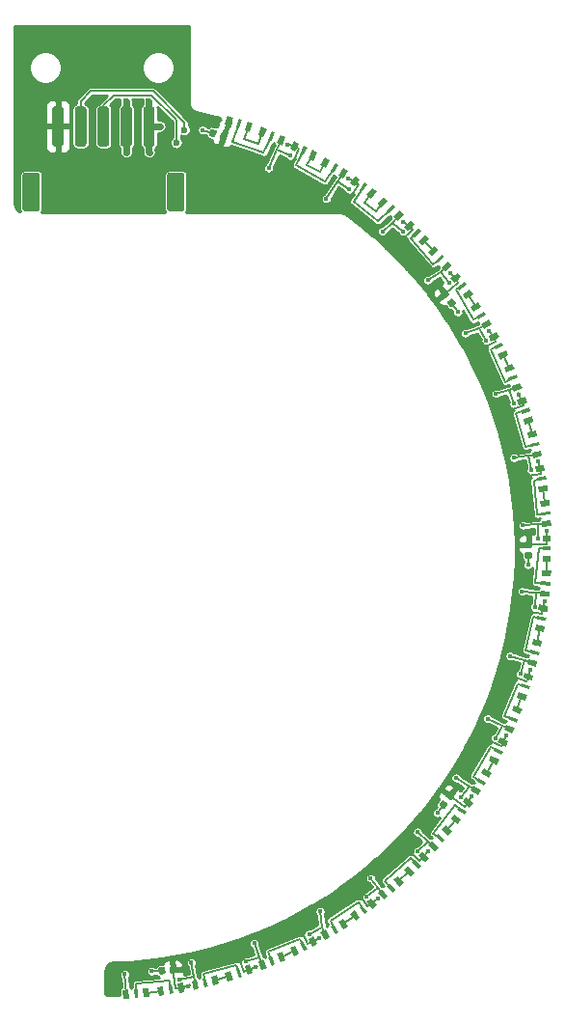
<source format=gbr>
G04 #@! TF.GenerationSoftware,KiCad,Pcbnew,(5.1.5)-3*
G04 #@! TF.CreationDate,2020-12-16T00:15:17-05:00*
G04 #@! TF.ProjectId,pixel,70697865-6c2e-46b6-9963-61645f706362,0.1a*
G04 #@! TF.SameCoordinates,Original*
G04 #@! TF.FileFunction,Copper,L1,Top*
G04 #@! TF.FilePolarity,Positive*
%FSLAX46Y46*%
G04 Gerber Fmt 4.6, Leading zero omitted, Abs format (unit mm)*
G04 Created by KiCad (PCBNEW (5.1.5)-3) date 2020-12-16 00:15:17*
%MOMM*%
%LPD*%
G04 APERTURE LIST*
%ADD10C,0.100000*%
%ADD11R,0.800000X0.500000*%
%ADD12R,0.800000X0.300000*%
%ADD13C,0.600000*%
%ADD14C,0.400000*%
%ADD15C,0.600000*%
%ADD16C,0.200000*%
%ADD17C,0.254000*%
G04 APERTURE END LIST*
G04 #@! TA.AperFunction,SMDPad,CuDef*
D10*
G36*
X132570595Y-107994322D02*
G01*
X132095067Y-107839813D01*
X132342281Y-107078968D01*
X132817809Y-107233477D01*
X132570595Y-107994322D01*
G37*
G04 #@! TD.AperFunction*
G04 #@! TA.AperFunction,SMDPad,CuDef*
G36*
X131619539Y-107685304D02*
G01*
X131334222Y-107592599D01*
X131581435Y-106831754D01*
X131866752Y-106924459D01*
X131619539Y-107685304D01*
G37*
G04 #@! TD.AperFunction*
G04 #@! TA.AperFunction,SMDPad,CuDef*
G36*
X130858693Y-107438091D02*
G01*
X130383165Y-107283582D01*
X130630379Y-106522737D01*
X131105907Y-106677246D01*
X130858693Y-107438091D01*
G37*
G04 #@! TD.AperFunction*
G04 #@! TA.AperFunction,SMDPad,CuDef*
G36*
X135394507Y-109132363D02*
G01*
X134932567Y-108941021D01*
X135238713Y-108201917D01*
X135700653Y-108393259D01*
X135394507Y-109132363D01*
G37*
G04 #@! TD.AperFunction*
G04 #@! TA.AperFunction,SMDPad,CuDef*
G36*
X134470627Y-108749679D02*
G01*
X134193463Y-108634874D01*
X134499609Y-107895771D01*
X134776773Y-108010576D01*
X134470627Y-108749679D01*
G37*
G04 #@! TD.AperFunction*
G04 #@! TA.AperFunction,SMDPad,CuDef*
G36*
X133731524Y-108443533D02*
G01*
X133269584Y-108252191D01*
X133575730Y-107513087D01*
X134037670Y-107704429D01*
X133731524Y-108443533D01*
G37*
G04 #@! TD.AperFunction*
G04 #@! TA.AperFunction,SMDPad,CuDef*
G36*
X126574504Y-111526204D02*
G01*
X126598773Y-111529804D01*
X126622571Y-111535765D01*
X126645671Y-111544030D01*
X126667849Y-111554520D01*
X126688893Y-111567133D01*
X126708598Y-111581747D01*
X126726777Y-111598223D01*
X126743253Y-111616402D01*
X126757867Y-111636107D01*
X126770480Y-111657151D01*
X126780970Y-111679329D01*
X126789235Y-111702429D01*
X126795196Y-111726227D01*
X126798796Y-111750496D01*
X126800000Y-111775000D01*
X126800000Y-114675000D01*
X126798796Y-114699504D01*
X126795196Y-114723773D01*
X126789235Y-114747571D01*
X126780970Y-114770671D01*
X126770480Y-114792849D01*
X126757867Y-114813893D01*
X126743253Y-114833598D01*
X126726777Y-114851777D01*
X126708598Y-114868253D01*
X126688893Y-114882867D01*
X126667849Y-114895480D01*
X126645671Y-114905970D01*
X126622571Y-114914235D01*
X126598773Y-114920196D01*
X126574504Y-114923796D01*
X126550000Y-114925000D01*
X125550000Y-114925000D01*
X125525496Y-114923796D01*
X125501227Y-114920196D01*
X125477429Y-114914235D01*
X125454329Y-114905970D01*
X125432151Y-114895480D01*
X125411107Y-114882867D01*
X125391402Y-114868253D01*
X125373223Y-114851777D01*
X125356747Y-114833598D01*
X125342133Y-114813893D01*
X125329520Y-114792849D01*
X125319030Y-114770671D01*
X125310765Y-114747571D01*
X125304804Y-114723773D01*
X125301204Y-114699504D01*
X125300000Y-114675000D01*
X125300000Y-111775000D01*
X125301204Y-111750496D01*
X125304804Y-111726227D01*
X125310765Y-111702429D01*
X125319030Y-111679329D01*
X125329520Y-111657151D01*
X125342133Y-111636107D01*
X125356747Y-111616402D01*
X125373223Y-111598223D01*
X125391402Y-111581747D01*
X125411107Y-111567133D01*
X125432151Y-111554520D01*
X125454329Y-111544030D01*
X125477429Y-111535765D01*
X125501227Y-111529804D01*
X125525496Y-111526204D01*
X125550000Y-111525000D01*
X126550000Y-111525000D01*
X126574504Y-111526204D01*
G37*
G04 #@! TD.AperFunction*
G04 #@! TA.AperFunction,SMDPad,CuDef*
G36*
X113874504Y-111526204D02*
G01*
X113898773Y-111529804D01*
X113922571Y-111535765D01*
X113945671Y-111544030D01*
X113967849Y-111554520D01*
X113988893Y-111567133D01*
X114008598Y-111581747D01*
X114026777Y-111598223D01*
X114043253Y-111616402D01*
X114057867Y-111636107D01*
X114070480Y-111657151D01*
X114080970Y-111679329D01*
X114089235Y-111702429D01*
X114095196Y-111726227D01*
X114098796Y-111750496D01*
X114100000Y-111775000D01*
X114100000Y-114675000D01*
X114098796Y-114699504D01*
X114095196Y-114723773D01*
X114089235Y-114747571D01*
X114080970Y-114770671D01*
X114070480Y-114792849D01*
X114057867Y-114813893D01*
X114043253Y-114833598D01*
X114026777Y-114851777D01*
X114008598Y-114868253D01*
X113988893Y-114882867D01*
X113967849Y-114895480D01*
X113945671Y-114905970D01*
X113922571Y-114914235D01*
X113898773Y-114920196D01*
X113874504Y-114923796D01*
X113850000Y-114925000D01*
X112850000Y-114925000D01*
X112825496Y-114923796D01*
X112801227Y-114920196D01*
X112777429Y-114914235D01*
X112754329Y-114905970D01*
X112732151Y-114895480D01*
X112711107Y-114882867D01*
X112691402Y-114868253D01*
X112673223Y-114851777D01*
X112656747Y-114833598D01*
X112642133Y-114813893D01*
X112629520Y-114792849D01*
X112619030Y-114770671D01*
X112610765Y-114747571D01*
X112604804Y-114723773D01*
X112601204Y-114699504D01*
X112600000Y-114675000D01*
X112600000Y-111775000D01*
X112601204Y-111750496D01*
X112604804Y-111726227D01*
X112610765Y-111702429D01*
X112619030Y-111679329D01*
X112629520Y-111657151D01*
X112642133Y-111636107D01*
X112656747Y-111616402D01*
X112673223Y-111598223D01*
X112691402Y-111581747D01*
X112711107Y-111567133D01*
X112732151Y-111554520D01*
X112754329Y-111544030D01*
X112777429Y-111535765D01*
X112801227Y-111529804D01*
X112825496Y-111526204D01*
X112850000Y-111525000D01*
X113850000Y-111525000D01*
X113874504Y-111526204D01*
G37*
G04 #@! TD.AperFunction*
G04 #@! TA.AperFunction,SMDPad,CuDef*
G36*
X123974504Y-105726204D02*
G01*
X123998773Y-105729804D01*
X124022571Y-105735765D01*
X124045671Y-105744030D01*
X124067849Y-105754520D01*
X124088893Y-105767133D01*
X124108598Y-105781747D01*
X124126777Y-105798223D01*
X124143253Y-105816402D01*
X124157867Y-105836107D01*
X124170480Y-105857151D01*
X124180970Y-105879329D01*
X124189235Y-105902429D01*
X124195196Y-105926227D01*
X124198796Y-105950496D01*
X124200000Y-105975000D01*
X124200000Y-108975000D01*
X124198796Y-108999504D01*
X124195196Y-109023773D01*
X124189235Y-109047571D01*
X124180970Y-109070671D01*
X124170480Y-109092849D01*
X124157867Y-109113893D01*
X124143253Y-109133598D01*
X124126777Y-109151777D01*
X124108598Y-109168253D01*
X124088893Y-109182867D01*
X124067849Y-109195480D01*
X124045671Y-109205970D01*
X124022571Y-109214235D01*
X123998773Y-109220196D01*
X123974504Y-109223796D01*
X123950000Y-109225000D01*
X123450000Y-109225000D01*
X123425496Y-109223796D01*
X123401227Y-109220196D01*
X123377429Y-109214235D01*
X123354329Y-109205970D01*
X123332151Y-109195480D01*
X123311107Y-109182867D01*
X123291402Y-109168253D01*
X123273223Y-109151777D01*
X123256747Y-109133598D01*
X123242133Y-109113893D01*
X123229520Y-109092849D01*
X123219030Y-109070671D01*
X123210765Y-109047571D01*
X123204804Y-109023773D01*
X123201204Y-108999504D01*
X123200000Y-108975000D01*
X123200000Y-105975000D01*
X123201204Y-105950496D01*
X123204804Y-105926227D01*
X123210765Y-105902429D01*
X123219030Y-105879329D01*
X123229520Y-105857151D01*
X123242133Y-105836107D01*
X123256747Y-105816402D01*
X123273223Y-105798223D01*
X123291402Y-105781747D01*
X123311107Y-105767133D01*
X123332151Y-105754520D01*
X123354329Y-105744030D01*
X123377429Y-105735765D01*
X123401227Y-105729804D01*
X123425496Y-105726204D01*
X123450000Y-105725000D01*
X123950000Y-105725000D01*
X123974504Y-105726204D01*
G37*
G04 #@! TD.AperFunction*
G04 #@! TA.AperFunction,SMDPad,CuDef*
G36*
X121974504Y-105726204D02*
G01*
X121998773Y-105729804D01*
X122022571Y-105735765D01*
X122045671Y-105744030D01*
X122067849Y-105754520D01*
X122088893Y-105767133D01*
X122108598Y-105781747D01*
X122126777Y-105798223D01*
X122143253Y-105816402D01*
X122157867Y-105836107D01*
X122170480Y-105857151D01*
X122180970Y-105879329D01*
X122189235Y-105902429D01*
X122195196Y-105926227D01*
X122198796Y-105950496D01*
X122200000Y-105975000D01*
X122200000Y-108975000D01*
X122198796Y-108999504D01*
X122195196Y-109023773D01*
X122189235Y-109047571D01*
X122180970Y-109070671D01*
X122170480Y-109092849D01*
X122157867Y-109113893D01*
X122143253Y-109133598D01*
X122126777Y-109151777D01*
X122108598Y-109168253D01*
X122088893Y-109182867D01*
X122067849Y-109195480D01*
X122045671Y-109205970D01*
X122022571Y-109214235D01*
X121998773Y-109220196D01*
X121974504Y-109223796D01*
X121950000Y-109225000D01*
X121450000Y-109225000D01*
X121425496Y-109223796D01*
X121401227Y-109220196D01*
X121377429Y-109214235D01*
X121354329Y-109205970D01*
X121332151Y-109195480D01*
X121311107Y-109182867D01*
X121291402Y-109168253D01*
X121273223Y-109151777D01*
X121256747Y-109133598D01*
X121242133Y-109113893D01*
X121229520Y-109092849D01*
X121219030Y-109070671D01*
X121210765Y-109047571D01*
X121204804Y-109023773D01*
X121201204Y-108999504D01*
X121200000Y-108975000D01*
X121200000Y-105975000D01*
X121201204Y-105950496D01*
X121204804Y-105926227D01*
X121210765Y-105902429D01*
X121219030Y-105879329D01*
X121229520Y-105857151D01*
X121242133Y-105836107D01*
X121256747Y-105816402D01*
X121273223Y-105798223D01*
X121291402Y-105781747D01*
X121311107Y-105767133D01*
X121332151Y-105754520D01*
X121354329Y-105744030D01*
X121377429Y-105735765D01*
X121401227Y-105729804D01*
X121425496Y-105726204D01*
X121450000Y-105725000D01*
X121950000Y-105725000D01*
X121974504Y-105726204D01*
G37*
G04 #@! TD.AperFunction*
G04 #@! TA.AperFunction,SMDPad,CuDef*
G36*
X119974504Y-105726204D02*
G01*
X119998773Y-105729804D01*
X120022571Y-105735765D01*
X120045671Y-105744030D01*
X120067849Y-105754520D01*
X120088893Y-105767133D01*
X120108598Y-105781747D01*
X120126777Y-105798223D01*
X120143253Y-105816402D01*
X120157867Y-105836107D01*
X120170480Y-105857151D01*
X120180970Y-105879329D01*
X120189235Y-105902429D01*
X120195196Y-105926227D01*
X120198796Y-105950496D01*
X120200000Y-105975000D01*
X120200000Y-108975000D01*
X120198796Y-108999504D01*
X120195196Y-109023773D01*
X120189235Y-109047571D01*
X120180970Y-109070671D01*
X120170480Y-109092849D01*
X120157867Y-109113893D01*
X120143253Y-109133598D01*
X120126777Y-109151777D01*
X120108598Y-109168253D01*
X120088893Y-109182867D01*
X120067849Y-109195480D01*
X120045671Y-109205970D01*
X120022571Y-109214235D01*
X119998773Y-109220196D01*
X119974504Y-109223796D01*
X119950000Y-109225000D01*
X119450000Y-109225000D01*
X119425496Y-109223796D01*
X119401227Y-109220196D01*
X119377429Y-109214235D01*
X119354329Y-109205970D01*
X119332151Y-109195480D01*
X119311107Y-109182867D01*
X119291402Y-109168253D01*
X119273223Y-109151777D01*
X119256747Y-109133598D01*
X119242133Y-109113893D01*
X119229520Y-109092849D01*
X119219030Y-109070671D01*
X119210765Y-109047571D01*
X119204804Y-109023773D01*
X119201204Y-108999504D01*
X119200000Y-108975000D01*
X119200000Y-105975000D01*
X119201204Y-105950496D01*
X119204804Y-105926227D01*
X119210765Y-105902429D01*
X119219030Y-105879329D01*
X119229520Y-105857151D01*
X119242133Y-105836107D01*
X119256747Y-105816402D01*
X119273223Y-105798223D01*
X119291402Y-105781747D01*
X119311107Y-105767133D01*
X119332151Y-105754520D01*
X119354329Y-105744030D01*
X119377429Y-105735765D01*
X119401227Y-105729804D01*
X119425496Y-105726204D01*
X119450000Y-105725000D01*
X119950000Y-105725000D01*
X119974504Y-105726204D01*
G37*
G04 #@! TD.AperFunction*
G04 #@! TA.AperFunction,SMDPad,CuDef*
G36*
X117974504Y-105726204D02*
G01*
X117998773Y-105729804D01*
X118022571Y-105735765D01*
X118045671Y-105744030D01*
X118067849Y-105754520D01*
X118088893Y-105767133D01*
X118108598Y-105781747D01*
X118126777Y-105798223D01*
X118143253Y-105816402D01*
X118157867Y-105836107D01*
X118170480Y-105857151D01*
X118180970Y-105879329D01*
X118189235Y-105902429D01*
X118195196Y-105926227D01*
X118198796Y-105950496D01*
X118200000Y-105975000D01*
X118200000Y-108975000D01*
X118198796Y-108999504D01*
X118195196Y-109023773D01*
X118189235Y-109047571D01*
X118180970Y-109070671D01*
X118170480Y-109092849D01*
X118157867Y-109113893D01*
X118143253Y-109133598D01*
X118126777Y-109151777D01*
X118108598Y-109168253D01*
X118088893Y-109182867D01*
X118067849Y-109195480D01*
X118045671Y-109205970D01*
X118022571Y-109214235D01*
X117998773Y-109220196D01*
X117974504Y-109223796D01*
X117950000Y-109225000D01*
X117450000Y-109225000D01*
X117425496Y-109223796D01*
X117401227Y-109220196D01*
X117377429Y-109214235D01*
X117354329Y-109205970D01*
X117332151Y-109195480D01*
X117311107Y-109182867D01*
X117291402Y-109168253D01*
X117273223Y-109151777D01*
X117256747Y-109133598D01*
X117242133Y-109113893D01*
X117229520Y-109092849D01*
X117219030Y-109070671D01*
X117210765Y-109047571D01*
X117204804Y-109023773D01*
X117201204Y-108999504D01*
X117200000Y-108975000D01*
X117200000Y-105975000D01*
X117201204Y-105950496D01*
X117204804Y-105926227D01*
X117210765Y-105902429D01*
X117219030Y-105879329D01*
X117229520Y-105857151D01*
X117242133Y-105836107D01*
X117256747Y-105816402D01*
X117273223Y-105798223D01*
X117291402Y-105781747D01*
X117311107Y-105767133D01*
X117332151Y-105754520D01*
X117354329Y-105744030D01*
X117377429Y-105735765D01*
X117401227Y-105729804D01*
X117425496Y-105726204D01*
X117450000Y-105725000D01*
X117950000Y-105725000D01*
X117974504Y-105726204D01*
G37*
G04 #@! TD.AperFunction*
G04 #@! TA.AperFunction,SMDPad,CuDef*
G36*
X115974504Y-105726204D02*
G01*
X115998773Y-105729804D01*
X116022571Y-105735765D01*
X116045671Y-105744030D01*
X116067849Y-105754520D01*
X116088893Y-105767133D01*
X116108598Y-105781747D01*
X116126777Y-105798223D01*
X116143253Y-105816402D01*
X116157867Y-105836107D01*
X116170480Y-105857151D01*
X116180970Y-105879329D01*
X116189235Y-105902429D01*
X116195196Y-105926227D01*
X116198796Y-105950496D01*
X116200000Y-105975000D01*
X116200000Y-108975000D01*
X116198796Y-108999504D01*
X116195196Y-109023773D01*
X116189235Y-109047571D01*
X116180970Y-109070671D01*
X116170480Y-109092849D01*
X116157867Y-109113893D01*
X116143253Y-109133598D01*
X116126777Y-109151777D01*
X116108598Y-109168253D01*
X116088893Y-109182867D01*
X116067849Y-109195480D01*
X116045671Y-109205970D01*
X116022571Y-109214235D01*
X115998773Y-109220196D01*
X115974504Y-109223796D01*
X115950000Y-109225000D01*
X115450000Y-109225000D01*
X115425496Y-109223796D01*
X115401227Y-109220196D01*
X115377429Y-109214235D01*
X115354329Y-109205970D01*
X115332151Y-109195480D01*
X115311107Y-109182867D01*
X115291402Y-109168253D01*
X115273223Y-109151777D01*
X115256747Y-109133598D01*
X115242133Y-109113893D01*
X115229520Y-109092849D01*
X115219030Y-109070671D01*
X115210765Y-109047571D01*
X115204804Y-109023773D01*
X115201204Y-108999504D01*
X115200000Y-108975000D01*
X115200000Y-105975000D01*
X115201204Y-105950496D01*
X115204804Y-105926227D01*
X115210765Y-105902429D01*
X115219030Y-105879329D01*
X115229520Y-105857151D01*
X115242133Y-105836107D01*
X115256747Y-105816402D01*
X115273223Y-105798223D01*
X115291402Y-105781747D01*
X115311107Y-105767133D01*
X115332151Y-105754520D01*
X115354329Y-105744030D01*
X115377429Y-105735765D01*
X115401227Y-105729804D01*
X115425496Y-105726204D01*
X115450000Y-105725000D01*
X115950000Y-105725000D01*
X115974504Y-105726204D01*
G37*
G04 #@! TD.AperFunction*
G04 #@! TA.AperFunction,SMDPad,CuDef*
G36*
X124427245Y-182960724D02*
G01*
X124921089Y-182882507D01*
X125046237Y-183672658D01*
X124552393Y-183750875D01*
X124427245Y-182960724D01*
G37*
G04 #@! TD.AperFunction*
G04 #@! TA.AperFunction,SMDPad,CuDef*
G36*
X125414933Y-182804290D02*
G01*
X125711239Y-182757359D01*
X125836387Y-183547510D01*
X125540081Y-183594441D01*
X125414933Y-182804290D01*
G37*
G04 #@! TD.AperFunction*
G04 #@! TA.AperFunction,SMDPad,CuDef*
G36*
X126205084Y-182679142D02*
G01*
X126698928Y-182600925D01*
X126824076Y-183391076D01*
X126330232Y-183469293D01*
X126205084Y-182679142D01*
G37*
G04 #@! TD.AperFunction*
G04 #@! TA.AperFunction,SMDPad,CuDef*
G36*
X130383165Y-181716418D02*
G01*
X130858693Y-181561909D01*
X131105907Y-182322754D01*
X130630379Y-182477263D01*
X130383165Y-181716418D01*
G37*
G04 #@! TD.AperFunction*
G04 #@! TA.AperFunction,SMDPad,CuDef*
G36*
X131334222Y-181407401D02*
G01*
X131619539Y-181314696D01*
X131866752Y-182075541D01*
X131581435Y-182168246D01*
X131334222Y-181407401D01*
G37*
G04 #@! TD.AperFunction*
G04 #@! TA.AperFunction,SMDPad,CuDef*
G36*
X132095067Y-181160187D02*
G01*
X132570595Y-181005678D01*
X132817809Y-181766523D01*
X132342281Y-181921032D01*
X132095067Y-181160187D01*
G37*
G04 #@! TD.AperFunction*
G04 #@! TA.AperFunction,SMDPad,CuDef*
G36*
X136071106Y-179555720D02*
G01*
X136516609Y-179328725D01*
X136879802Y-180041530D01*
X136434299Y-180268525D01*
X136071106Y-179555720D01*
G37*
G04 #@! TD.AperFunction*
G04 #@! TA.AperFunction,SMDPad,CuDef*
G36*
X136962113Y-179101730D02*
G01*
X137229415Y-178965533D01*
X137592607Y-179678338D01*
X137325305Y-179814535D01*
X136962113Y-179101730D01*
G37*
G04 #@! TD.AperFunction*
G04 #@! TA.AperFunction,SMDPad,CuDef*
G36*
X137674918Y-178738537D02*
G01*
X138120421Y-178511542D01*
X138483614Y-179224347D01*
X138038111Y-179451342D01*
X137674918Y-178738537D01*
G37*
G04 #@! TD.AperFunction*
G04 #@! TA.AperFunction,SMDPad,CuDef*
G36*
X141351011Y-176531834D02*
G01*
X141755519Y-176237941D01*
X142225747Y-176885154D01*
X141821239Y-177179047D01*
X141351011Y-176531834D01*
G37*
G04 #@! TD.AperFunction*
G04 #@! TA.AperFunction,SMDPad,CuDef*
G36*
X142160027Y-175944048D02*
G01*
X142402732Y-175767712D01*
X142872961Y-176414926D01*
X142630256Y-176591262D01*
X142160027Y-175944048D01*
G37*
G04 #@! TD.AperFunction*
G04 #@! TA.AperFunction,SMDPad,CuDef*
G36*
X142807242Y-175473820D02*
G01*
X143211750Y-175179927D01*
X143681978Y-175827140D01*
X143277470Y-176121033D01*
X142807242Y-175473820D01*
G37*
G04 #@! TD.AperFunction*
G04 #@! TA.AperFunction,SMDPad,CuDef*
G36*
X146092872Y-172719218D02*
G01*
X146446425Y-172365665D01*
X147012110Y-172931350D01*
X146658557Y-173284903D01*
X146092872Y-172719218D01*
G37*
G04 #@! TD.AperFunction*
G04 #@! TA.AperFunction,SMDPad,CuDef*
G36*
X146799978Y-172012110D02*
G01*
X147012110Y-171799978D01*
X147577796Y-172365664D01*
X147365664Y-172577796D01*
X146799978Y-172012110D01*
G37*
G04 #@! TD.AperFunction*
G04 #@! TA.AperFunction,SMDPad,CuDef*
G36*
X147365665Y-171446425D02*
G01*
X147719218Y-171092872D01*
X148284903Y-171658557D01*
X147931350Y-172012110D01*
X147365665Y-171446425D01*
G37*
G04 #@! TD.AperFunction*
G04 #@! TA.AperFunction,SMDPad,CuDef*
G36*
X150179927Y-168211750D02*
G01*
X150473820Y-167807242D01*
X151121033Y-168277470D01*
X150827140Y-168681978D01*
X150179927Y-168211750D01*
G37*
G04 #@! TD.AperFunction*
G04 #@! TA.AperFunction,SMDPad,CuDef*
G36*
X150767712Y-167402732D02*
G01*
X150944048Y-167160027D01*
X151591262Y-167630256D01*
X151414926Y-167872961D01*
X150767712Y-167402732D01*
G37*
G04 #@! TD.AperFunction*
G04 #@! TA.AperFunction,SMDPad,CuDef*
G36*
X151237941Y-166755519D02*
G01*
X151531834Y-166351011D01*
X152179047Y-166821239D01*
X151885154Y-167225747D01*
X151237941Y-166755519D01*
G37*
G04 #@! TD.AperFunction*
G04 #@! TA.AperFunction,SMDPad,CuDef*
G36*
X153511542Y-163120421D02*
G01*
X153738537Y-162674918D01*
X154451342Y-163038111D01*
X154224347Y-163483614D01*
X153511542Y-163120421D01*
G37*
G04 #@! TD.AperFunction*
G04 #@! TA.AperFunction,SMDPad,CuDef*
G36*
X153965533Y-162229415D02*
G01*
X154101730Y-161962113D01*
X154814535Y-162325305D01*
X154678338Y-162592607D01*
X153965533Y-162229415D01*
G37*
G04 #@! TD.AperFunction*
G04 #@! TA.AperFunction,SMDPad,CuDef*
G36*
X154328725Y-161516609D02*
G01*
X154555720Y-161071106D01*
X155268525Y-161434299D01*
X155041530Y-161879802D01*
X154328725Y-161516609D01*
G37*
G04 #@! TD.AperFunction*
G04 #@! TA.AperFunction,SMDPad,CuDef*
G36*
X156005678Y-157570595D02*
G01*
X156160187Y-157095067D01*
X156921032Y-157342281D01*
X156766523Y-157817809D01*
X156005678Y-157570595D01*
G37*
G04 #@! TD.AperFunction*
G04 #@! TA.AperFunction,SMDPad,CuDef*
G36*
X156314696Y-156619539D02*
G01*
X156407401Y-156334222D01*
X157168246Y-156581435D01*
X157075541Y-156866752D01*
X156314696Y-156619539D01*
G37*
G04 #@! TD.AperFunction*
G04 #@! TA.AperFunction,SMDPad,CuDef*
G36*
X156561909Y-155858693D02*
G01*
X156716418Y-155383165D01*
X157477263Y-155630379D01*
X157322754Y-156105907D01*
X156561909Y-155858693D01*
G37*
G04 #@! TD.AperFunction*
G04 #@! TA.AperFunction,SMDPad,CuDef*
G36*
X157600925Y-151698928D02*
G01*
X157679142Y-151205084D01*
X158469293Y-151330232D01*
X158391076Y-151824076D01*
X157600925Y-151698928D01*
G37*
G04 #@! TD.AperFunction*
G04 #@! TA.AperFunction,SMDPad,CuDef*
G36*
X157757359Y-150711239D02*
G01*
X157804290Y-150414933D01*
X158594441Y-150540081D01*
X158547510Y-150836387D01*
X157757359Y-150711239D01*
G37*
G04 #@! TD.AperFunction*
G04 #@! TA.AperFunction,SMDPad,CuDef*
G36*
X157882507Y-149921089D02*
G01*
X157960724Y-149427245D01*
X158750875Y-149552393D01*
X158672658Y-150046237D01*
X157882507Y-149921089D01*
G37*
G04 #@! TD.AperFunction*
G04 #@! TA.AperFunction,SMDPad,CuDef*
G36*
X138120421Y-110488458D02*
G01*
X137674918Y-110261463D01*
X138038111Y-109548658D01*
X138483614Y-109775653D01*
X138120421Y-110488458D01*
G37*
G04 #@! TD.AperFunction*
G04 #@! TA.AperFunction,SMDPad,CuDef*
G36*
X137229415Y-110034467D02*
G01*
X136962113Y-109898270D01*
X137325305Y-109185465D01*
X137592607Y-109321662D01*
X137229415Y-110034467D01*
G37*
G04 #@! TD.AperFunction*
G04 #@! TA.AperFunction,SMDPad,CuDef*
G36*
X136516609Y-109671275D02*
G01*
X136071106Y-109444280D01*
X136434299Y-108731475D01*
X136879802Y-108958470D01*
X136516609Y-109671275D01*
G37*
G04 #@! TD.AperFunction*
G04 #@! TA.AperFunction,SMDPad,CuDef*
G36*
X143211750Y-113820073D02*
G01*
X142807242Y-113526180D01*
X143277470Y-112878967D01*
X143681978Y-113172860D01*
X143211750Y-113820073D01*
G37*
G04 #@! TD.AperFunction*
G04 #@! TA.AperFunction,SMDPad,CuDef*
G36*
X142402732Y-113232288D02*
G01*
X142160027Y-113055952D01*
X142630256Y-112408738D01*
X142872961Y-112585074D01*
X142402732Y-113232288D01*
G37*
G04 #@! TD.AperFunction*
G04 #@! TA.AperFunction,SMDPad,CuDef*
G36*
X141755519Y-112762059D02*
G01*
X141351011Y-112468166D01*
X141821239Y-111820953D01*
X142225747Y-112114846D01*
X141755519Y-112762059D01*
G37*
G04 #@! TD.AperFunction*
G04 #@! TA.AperFunction,SMDPad,CuDef*
G36*
X147719218Y-117907128D02*
G01*
X147365665Y-117553575D01*
X147931350Y-116987890D01*
X148284903Y-117341443D01*
X147719218Y-117907128D01*
G37*
G04 #@! TD.AperFunction*
G04 #@! TA.AperFunction,SMDPad,CuDef*
G36*
X147012110Y-117200022D02*
G01*
X146799978Y-116987890D01*
X147365664Y-116422204D01*
X147577796Y-116634336D01*
X147012110Y-117200022D01*
G37*
G04 #@! TD.AperFunction*
G04 #@! TA.AperFunction,SMDPad,CuDef*
G36*
X146446425Y-116634335D02*
G01*
X146092872Y-116280782D01*
X146658557Y-115715097D01*
X147012110Y-116068650D01*
X146446425Y-116634335D01*
G37*
G04 #@! TD.AperFunction*
G04 #@! TA.AperFunction,SMDPad,CuDef*
G36*
X151531834Y-122648989D02*
G01*
X151237941Y-122244481D01*
X151885154Y-121774253D01*
X152179047Y-122178761D01*
X151531834Y-122648989D01*
G37*
G04 #@! TD.AperFunction*
G04 #@! TA.AperFunction,SMDPad,CuDef*
G36*
X150944048Y-121839973D02*
G01*
X150767712Y-121597268D01*
X151414926Y-121127039D01*
X151591262Y-121369744D01*
X150944048Y-121839973D01*
G37*
G04 #@! TD.AperFunction*
G04 #@! TA.AperFunction,SMDPad,CuDef*
G36*
X150473820Y-121192758D02*
G01*
X150179927Y-120788250D01*
X150827140Y-120318022D01*
X151121033Y-120722530D01*
X150473820Y-121192758D01*
G37*
G04 #@! TD.AperFunction*
G04 #@! TA.AperFunction,SMDPad,CuDef*
G36*
X154555720Y-127928894D02*
G01*
X154328725Y-127483391D01*
X155041530Y-127120198D01*
X155268525Y-127565701D01*
X154555720Y-127928894D01*
G37*
G04 #@! TD.AperFunction*
G04 #@! TA.AperFunction,SMDPad,CuDef*
G36*
X154101730Y-127037887D02*
G01*
X153965533Y-126770585D01*
X154678338Y-126407393D01*
X154814535Y-126674695D01*
X154101730Y-127037887D01*
G37*
G04 #@! TD.AperFunction*
G04 #@! TA.AperFunction,SMDPad,CuDef*
G36*
X153738537Y-126325082D02*
G01*
X153511542Y-125879579D01*
X154224347Y-125516386D01*
X154451342Y-125961889D01*
X153738537Y-126325082D01*
G37*
G04 #@! TD.AperFunction*
G04 #@! TA.AperFunction,SMDPad,CuDef*
G36*
X156716418Y-133616835D02*
G01*
X156561909Y-133141307D01*
X157322754Y-132894093D01*
X157477263Y-133369621D01*
X156716418Y-133616835D01*
G37*
G04 #@! TD.AperFunction*
G04 #@! TA.AperFunction,SMDPad,CuDef*
G36*
X156407401Y-132665778D02*
G01*
X156314696Y-132380461D01*
X157075541Y-132133248D01*
X157168246Y-132418565D01*
X156407401Y-132665778D01*
G37*
G04 #@! TD.AperFunction*
G04 #@! TA.AperFunction,SMDPad,CuDef*
G36*
X156160187Y-131904933D02*
G01*
X156005678Y-131429405D01*
X156766523Y-131182191D01*
X156921032Y-131657719D01*
X156160187Y-131904933D01*
G37*
G04 #@! TD.AperFunction*
G04 #@! TA.AperFunction,SMDPad,CuDef*
G36*
X157960724Y-139572755D02*
G01*
X157882507Y-139078911D01*
X158672658Y-138953763D01*
X158750875Y-139447607D01*
X157960724Y-139572755D01*
G37*
G04 #@! TD.AperFunction*
G04 #@! TA.AperFunction,SMDPad,CuDef*
G36*
X157804290Y-138585067D02*
G01*
X157757359Y-138288761D01*
X158547510Y-138163613D01*
X158594441Y-138459919D01*
X157804290Y-138585067D01*
G37*
G04 #@! TD.AperFunction*
G04 #@! TA.AperFunction,SMDPad,CuDef*
G36*
X157679142Y-137794916D02*
G01*
X157600925Y-137301072D01*
X158391076Y-137175924D01*
X158469293Y-137669768D01*
X157679142Y-137794916D01*
G37*
G04 #@! TD.AperFunction*
D11*
X158658000Y-145400000D03*
D12*
X158658000Y-144500000D03*
D11*
X158658000Y-143600000D03*
G04 #@! TA.AperFunction,SMDPad,CuDef*
D10*
G36*
X140731536Y-112054247D02*
G01*
X140305216Y-111792997D01*
X140723214Y-111110885D01*
X141149534Y-111372135D01*
X140731536Y-112054247D01*
G37*
G04 #@! TD.AperFunction*
G04 #@! TA.AperFunction,SMDPad,CuDef*
G36*
X139878895Y-111531748D02*
G01*
X139623103Y-111374998D01*
X140041101Y-110692886D01*
X140296893Y-110849636D01*
X139878895Y-111531748D01*
G37*
G04 #@! TD.AperFunction*
G04 #@! TA.AperFunction,SMDPad,CuDef*
G36*
X139196783Y-111113749D02*
G01*
X138770463Y-110852499D01*
X139188461Y-110170387D01*
X139614781Y-110431637D01*
X139196783Y-111113749D01*
G37*
G04 #@! TD.AperFunction*
G04 #@! TA.AperFunction,SMDPad,CuDef*
G36*
X145545774Y-115775050D02*
G01*
X145165571Y-115450326D01*
X145685130Y-114842002D01*
X146065333Y-115166726D01*
X145545774Y-115775050D01*
G37*
G04 #@! TD.AperFunction*
G04 #@! TA.AperFunction,SMDPad,CuDef*
G36*
X144785369Y-115125603D02*
G01*
X144557247Y-114930768D01*
X145076805Y-114322443D01*
X145304927Y-114517278D01*
X144785369Y-115125603D01*
G37*
G04 #@! TD.AperFunction*
G04 #@! TA.AperFunction,SMDPad,CuDef*
G36*
X144177043Y-114606044D02*
G01*
X143796840Y-114281320D01*
X144316399Y-113672996D01*
X144696602Y-113997720D01*
X144177043Y-114606044D01*
G37*
G04 #@! TD.AperFunction*
G04 #@! TA.AperFunction,SMDPad,CuDef*
G36*
X149718680Y-120203160D02*
G01*
X149393956Y-119822957D01*
X150002280Y-119303398D01*
X150327004Y-119683601D01*
X149718680Y-120203160D01*
G37*
G04 #@! TD.AperFunction*
G04 #@! TA.AperFunction,SMDPad,CuDef*
G36*
X149069232Y-119442753D02*
G01*
X148874397Y-119214631D01*
X149482722Y-118695073D01*
X149677557Y-118923195D01*
X149069232Y-119442753D01*
G37*
G04 #@! TD.AperFunction*
G04 #@! TA.AperFunction,SMDPad,CuDef*
G36*
X148549674Y-118834429D02*
G01*
X148224950Y-118454226D01*
X148833274Y-117934667D01*
X149157998Y-118314870D01*
X148549674Y-118834429D01*
G37*
G04 #@! TD.AperFunction*
G04 #@! TA.AperFunction,SMDPad,CuDef*
G36*
X153147501Y-125229537D02*
G01*
X152886251Y-124803217D01*
X153568363Y-124385219D01*
X153829613Y-124811539D01*
X153147501Y-125229537D01*
G37*
G04 #@! TD.AperFunction*
G04 #@! TA.AperFunction,SMDPad,CuDef*
G36*
X152625002Y-124376897D02*
G01*
X152468252Y-124121105D01*
X153150364Y-123703107D01*
X153307114Y-123958899D01*
X152625002Y-124376897D01*
G37*
G04 #@! TD.AperFunction*
G04 #@! TA.AperFunction,SMDPad,CuDef*
G36*
X152207003Y-123694784D02*
G01*
X151945753Y-123268464D01*
X152627865Y-122850466D01*
X152889115Y-123276786D01*
X152207003Y-123694784D01*
G37*
G04 #@! TD.AperFunction*
G04 #@! TA.AperFunction,SMDPad,CuDef*
G36*
X155747809Y-130730416D02*
G01*
X155556467Y-130268476D01*
X156295571Y-129962330D01*
X156486913Y-130424270D01*
X155747809Y-130730416D01*
G37*
G04 #@! TD.AperFunction*
G04 #@! TA.AperFunction,SMDPad,CuDef*
G36*
X155365126Y-129806537D02*
G01*
X155250321Y-129529373D01*
X155989424Y-129223227D01*
X156104229Y-129500391D01*
X155365126Y-129806537D01*
G37*
G04 #@! TD.AperFunction*
G04 #@! TA.AperFunction,SMDPad,CuDef*
G36*
X155058979Y-129067433D02*
G01*
X154867637Y-128605493D01*
X155606741Y-128299347D01*
X155798083Y-128761287D01*
X155058979Y-129067433D01*
G37*
G04 #@! TD.AperFunction*
G04 #@! TA.AperFunction,SMDPad,CuDef*
G36*
X157455575Y-136570350D02*
G01*
X157338853Y-136084165D01*
X158116749Y-135897408D01*
X158233471Y-136383593D01*
X157455575Y-136570350D01*
G37*
G04 #@! TD.AperFunction*
G04 #@! TA.AperFunction,SMDPad,CuDef*
G36*
X157222130Y-135597980D02*
G01*
X157152096Y-135306269D01*
X157929992Y-135119512D01*
X158000026Y-135411223D01*
X157222130Y-135597980D01*
G37*
G04 #@! TD.AperFunction*
G04 #@! TA.AperFunction,SMDPad,CuDef*
G36*
X157035374Y-134820084D02*
G01*
X156918652Y-134333899D01*
X157696548Y-134147142D01*
X157813270Y-134633327D01*
X157035374Y-134820084D01*
G37*
G04 #@! TD.AperFunction*
G04 #@! TA.AperFunction,SMDPad,CuDef*
G36*
X158228750Y-142605538D02*
G01*
X158189520Y-142107079D01*
X158987054Y-142044312D01*
X159026284Y-142542771D01*
X158228750Y-142605538D01*
G37*
G04 #@! TD.AperFunction*
G04 #@! TA.AperFunction,SMDPad,CuDef*
G36*
X158150291Y-141608620D02*
G01*
X158126753Y-141309545D01*
X158924287Y-141246778D01*
X158947825Y-141545853D01*
X158150291Y-141608620D01*
G37*
G04 #@! TD.AperFunction*
G04 #@! TA.AperFunction,SMDPad,CuDef*
G36*
X158087524Y-140811086D02*
G01*
X158048294Y-140312627D01*
X158845828Y-140249860D01*
X158885058Y-140748319D01*
X158087524Y-140811086D01*
G37*
G04 #@! TD.AperFunction*
G04 #@! TA.AperFunction,SMDPad,CuDef*
G36*
X158048294Y-148687373D02*
G01*
X158087524Y-148188914D01*
X158885058Y-148251681D01*
X158845828Y-148750140D01*
X158048294Y-148687373D01*
G37*
G04 #@! TD.AperFunction*
G04 #@! TA.AperFunction,SMDPad,CuDef*
G36*
X158126753Y-147690455D02*
G01*
X158150291Y-147391380D01*
X158947825Y-147454147D01*
X158924287Y-147753222D01*
X158126753Y-147690455D01*
G37*
G04 #@! TD.AperFunction*
G04 #@! TA.AperFunction,SMDPad,CuDef*
G36*
X158189520Y-146892921D02*
G01*
X158228750Y-146394462D01*
X159026284Y-146457229D01*
X158987054Y-146955688D01*
X158189520Y-146892921D01*
G37*
G04 #@! TD.AperFunction*
G04 #@! TA.AperFunction,SMDPad,CuDef*
G36*
X156918652Y-154666101D02*
G01*
X157035374Y-154179916D01*
X157813270Y-154366673D01*
X157696548Y-154852858D01*
X156918652Y-154666101D01*
G37*
G04 #@! TD.AperFunction*
G04 #@! TA.AperFunction,SMDPad,CuDef*
G36*
X157152096Y-153693731D02*
G01*
X157222130Y-153402020D01*
X158000026Y-153588777D01*
X157929992Y-153880488D01*
X157152096Y-153693731D01*
G37*
G04 #@! TD.AperFunction*
G04 #@! TA.AperFunction,SMDPad,CuDef*
G36*
X157338853Y-152915835D02*
G01*
X157455575Y-152429650D01*
X158233471Y-152616407D01*
X158116749Y-153102592D01*
X157338853Y-152915835D01*
G37*
G04 #@! TD.AperFunction*
G04 #@! TA.AperFunction,SMDPad,CuDef*
G36*
X154867637Y-160394507D02*
G01*
X155058979Y-159932567D01*
X155798083Y-160238713D01*
X155606741Y-160700653D01*
X154867637Y-160394507D01*
G37*
G04 #@! TD.AperFunction*
G04 #@! TA.AperFunction,SMDPad,CuDef*
G36*
X155250321Y-159470627D02*
G01*
X155365126Y-159193463D01*
X156104229Y-159499609D01*
X155989424Y-159776773D01*
X155250321Y-159470627D01*
G37*
G04 #@! TD.AperFunction*
G04 #@! TA.AperFunction,SMDPad,CuDef*
G36*
X155556467Y-158731524D02*
G01*
X155747809Y-158269584D01*
X156486913Y-158575730D01*
X156295571Y-159037670D01*
X155556467Y-158731524D01*
G37*
G04 #@! TD.AperFunction*
G04 #@! TA.AperFunction,SMDPad,CuDef*
G36*
X151945753Y-165731536D02*
G01*
X152207003Y-165305216D01*
X152889115Y-165723214D01*
X152627865Y-166149534D01*
X151945753Y-165731536D01*
G37*
G04 #@! TD.AperFunction*
G04 #@! TA.AperFunction,SMDPad,CuDef*
G36*
X152468252Y-164878895D02*
G01*
X152625002Y-164623103D01*
X153307114Y-165041101D01*
X153150364Y-165296893D01*
X152468252Y-164878895D01*
G37*
G04 #@! TD.AperFunction*
G04 #@! TA.AperFunction,SMDPad,CuDef*
G36*
X152886251Y-164196783D02*
G01*
X153147501Y-163770463D01*
X153829613Y-164188461D01*
X153568363Y-164614781D01*
X152886251Y-164196783D01*
G37*
G04 #@! TD.AperFunction*
G04 #@! TA.AperFunction,SMDPad,CuDef*
G36*
X148224950Y-170545774D02*
G01*
X148549674Y-170165571D01*
X149157998Y-170685130D01*
X148833274Y-171065333D01*
X148224950Y-170545774D01*
G37*
G04 #@! TD.AperFunction*
G04 #@! TA.AperFunction,SMDPad,CuDef*
G36*
X148874397Y-169785369D02*
G01*
X149069232Y-169557247D01*
X149677557Y-170076805D01*
X149482722Y-170304927D01*
X148874397Y-169785369D01*
G37*
G04 #@! TD.AperFunction*
G04 #@! TA.AperFunction,SMDPad,CuDef*
G36*
X149393956Y-169177043D02*
G01*
X149718680Y-168796840D01*
X150327004Y-169316399D01*
X150002280Y-169696602D01*
X149393956Y-169177043D01*
G37*
G04 #@! TD.AperFunction*
G04 #@! TA.AperFunction,SMDPad,CuDef*
G36*
X143796840Y-174718680D02*
G01*
X144177043Y-174393956D01*
X144696602Y-175002280D01*
X144316399Y-175327004D01*
X143796840Y-174718680D01*
G37*
G04 #@! TD.AperFunction*
G04 #@! TA.AperFunction,SMDPad,CuDef*
G36*
X144557247Y-174069232D02*
G01*
X144785369Y-173874397D01*
X145304927Y-174482722D01*
X145076805Y-174677557D01*
X144557247Y-174069232D01*
G37*
G04 #@! TD.AperFunction*
G04 #@! TA.AperFunction,SMDPad,CuDef*
G36*
X145165571Y-173549674D02*
G01*
X145545774Y-173224950D01*
X146065333Y-173833274D01*
X145685130Y-174157998D01*
X145165571Y-173549674D01*
G37*
G04 #@! TD.AperFunction*
G04 #@! TA.AperFunction,SMDPad,CuDef*
G36*
X138770463Y-178147501D02*
G01*
X139196783Y-177886251D01*
X139614781Y-178568363D01*
X139188461Y-178829613D01*
X138770463Y-178147501D01*
G37*
G04 #@! TD.AperFunction*
G04 #@! TA.AperFunction,SMDPad,CuDef*
G36*
X139623103Y-177625002D02*
G01*
X139878895Y-177468252D01*
X140296893Y-178150364D01*
X140041101Y-178307114D01*
X139623103Y-177625002D01*
G37*
G04 #@! TD.AperFunction*
G04 #@! TA.AperFunction,SMDPad,CuDef*
G36*
X140305216Y-177207003D02*
G01*
X140731536Y-176945753D01*
X141149534Y-177627865D01*
X140723214Y-177889115D01*
X140305216Y-177207003D01*
G37*
G04 #@! TD.AperFunction*
G04 #@! TA.AperFunction,SMDPad,CuDef*
G36*
X133269584Y-180747809D02*
G01*
X133731524Y-180556467D01*
X134037670Y-181295571D01*
X133575730Y-181486913D01*
X133269584Y-180747809D01*
G37*
G04 #@! TD.AperFunction*
G04 #@! TA.AperFunction,SMDPad,CuDef*
G36*
X134193463Y-180365126D02*
G01*
X134470627Y-180250321D01*
X134776773Y-180989424D01*
X134499609Y-181104229D01*
X134193463Y-180365126D01*
G37*
G04 #@! TD.AperFunction*
G04 #@! TA.AperFunction,SMDPad,CuDef*
G36*
X134932567Y-180058979D02*
G01*
X135394507Y-179867637D01*
X135700653Y-180606741D01*
X135238713Y-180798083D01*
X134932567Y-180058979D01*
G37*
G04 #@! TD.AperFunction*
G04 #@! TA.AperFunction,SMDPad,CuDef*
G36*
X127429650Y-182455575D02*
G01*
X127915835Y-182338853D01*
X128102592Y-183116749D01*
X127616407Y-183233471D01*
X127429650Y-182455575D01*
G37*
G04 #@! TD.AperFunction*
G04 #@! TA.AperFunction,SMDPad,CuDef*
G36*
X128402020Y-182222130D02*
G01*
X128693731Y-182152096D01*
X128880488Y-182929992D01*
X128588777Y-183000026D01*
X128402020Y-182222130D01*
G37*
G04 #@! TD.AperFunction*
G04 #@! TA.AperFunction,SMDPad,CuDef*
G36*
X129179916Y-182035374D02*
G01*
X129666101Y-181918652D01*
X129852858Y-182696548D01*
X129366673Y-182813270D01*
X129179916Y-182035374D01*
G37*
G04 #@! TD.AperFunction*
G04 #@! TA.AperFunction,SMDPad,CuDef*
G36*
X121394462Y-183228750D02*
G01*
X121892921Y-183189520D01*
X121955688Y-183987054D01*
X121457229Y-184026284D01*
X121394462Y-183228750D01*
G37*
G04 #@! TD.AperFunction*
G04 #@! TA.AperFunction,SMDPad,CuDef*
G36*
X122391380Y-183150291D02*
G01*
X122690455Y-183126753D01*
X122753222Y-183924287D01*
X122454147Y-183947825D01*
X122391380Y-183150291D01*
G37*
G04 #@! TD.AperFunction*
G04 #@! TA.AperFunction,SMDPad,CuDef*
G36*
X123188914Y-183087524D02*
G01*
X123687373Y-183048294D01*
X123750140Y-183845828D01*
X123251681Y-183885058D01*
X123188914Y-183087524D01*
G37*
G04 #@! TD.AperFunction*
G04 #@! TA.AperFunction,SMDPad,CuDef*
G36*
X157211958Y-144815710D02*
G01*
X157226276Y-144817834D01*
X157240317Y-144821351D01*
X157253946Y-144826228D01*
X157267031Y-144832417D01*
X157279447Y-144839858D01*
X157291073Y-144848481D01*
X157301798Y-144858202D01*
X157311519Y-144868927D01*
X157320142Y-144880553D01*
X157327583Y-144892969D01*
X157333772Y-144906054D01*
X157338649Y-144919683D01*
X157342166Y-144933724D01*
X157344290Y-144948042D01*
X157345000Y-144962500D01*
X157345000Y-145257500D01*
X157344290Y-145271958D01*
X157342166Y-145286276D01*
X157338649Y-145300317D01*
X157333772Y-145313946D01*
X157327583Y-145327031D01*
X157320142Y-145339447D01*
X157311519Y-145351073D01*
X157301798Y-145361798D01*
X157291073Y-145371519D01*
X157279447Y-145380142D01*
X157267031Y-145387583D01*
X157253946Y-145393772D01*
X157240317Y-145398649D01*
X157226276Y-145402166D01*
X157211958Y-145404290D01*
X157197500Y-145405000D01*
X156852500Y-145405000D01*
X156838042Y-145404290D01*
X156823724Y-145402166D01*
X156809683Y-145398649D01*
X156796054Y-145393772D01*
X156782969Y-145387583D01*
X156770553Y-145380142D01*
X156758927Y-145371519D01*
X156748202Y-145361798D01*
X156738481Y-145351073D01*
X156729858Y-145339447D01*
X156722417Y-145327031D01*
X156716228Y-145313946D01*
X156711351Y-145300317D01*
X156707834Y-145286276D01*
X156705710Y-145271958D01*
X156705000Y-145257500D01*
X156705000Y-144962500D01*
X156705710Y-144948042D01*
X156707834Y-144933724D01*
X156711351Y-144919683D01*
X156716228Y-144906054D01*
X156722417Y-144892969D01*
X156729858Y-144880553D01*
X156738481Y-144868927D01*
X156748202Y-144858202D01*
X156758927Y-144848481D01*
X156770553Y-144839858D01*
X156782969Y-144832417D01*
X156796054Y-144826228D01*
X156809683Y-144821351D01*
X156823724Y-144817834D01*
X156838042Y-144815710D01*
X156852500Y-144815000D01*
X157197500Y-144815000D01*
X157211958Y-144815710D01*
G37*
G04 #@! TD.AperFunction*
G04 #@! TA.AperFunction,SMDPad,CuDef*
G36*
X157211958Y-143845710D02*
G01*
X157226276Y-143847834D01*
X157240317Y-143851351D01*
X157253946Y-143856228D01*
X157267031Y-143862417D01*
X157279447Y-143869858D01*
X157291073Y-143878481D01*
X157301798Y-143888202D01*
X157311519Y-143898927D01*
X157320142Y-143910553D01*
X157327583Y-143922969D01*
X157333772Y-143936054D01*
X157338649Y-143949683D01*
X157342166Y-143963724D01*
X157344290Y-143978042D01*
X157345000Y-143992500D01*
X157345000Y-144287500D01*
X157344290Y-144301958D01*
X157342166Y-144316276D01*
X157338649Y-144330317D01*
X157333772Y-144343946D01*
X157327583Y-144357031D01*
X157320142Y-144369447D01*
X157311519Y-144381073D01*
X157301798Y-144391798D01*
X157291073Y-144401519D01*
X157279447Y-144410142D01*
X157267031Y-144417583D01*
X157253946Y-144423772D01*
X157240317Y-144428649D01*
X157226276Y-144432166D01*
X157211958Y-144434290D01*
X157197500Y-144435000D01*
X156852500Y-144435000D01*
X156838042Y-144434290D01*
X156823724Y-144432166D01*
X156809683Y-144428649D01*
X156796054Y-144423772D01*
X156782969Y-144417583D01*
X156770553Y-144410142D01*
X156758927Y-144401519D01*
X156748202Y-144391798D01*
X156738481Y-144381073D01*
X156729858Y-144369447D01*
X156722417Y-144357031D01*
X156716228Y-144343946D01*
X156711351Y-144330317D01*
X156707834Y-144316276D01*
X156705710Y-144301958D01*
X156705000Y-144287500D01*
X156705000Y-143992500D01*
X156705710Y-143978042D01*
X156707834Y-143963724D01*
X156711351Y-143949683D01*
X156716228Y-143936054D01*
X156722417Y-143922969D01*
X156729858Y-143910553D01*
X156738481Y-143898927D01*
X156748202Y-143888202D01*
X156758927Y-143878481D01*
X156770553Y-143869858D01*
X156782969Y-143862417D01*
X156796054Y-143856228D01*
X156809683Y-143851351D01*
X156823724Y-143847834D01*
X156838042Y-143845710D01*
X156852500Y-143845000D01*
X157197500Y-143845000D01*
X157211958Y-143845710D01*
G37*
G04 #@! TD.AperFunction*
G04 #@! TA.AperFunction,SMDPad,CuDef*
G36*
X150321616Y-122574406D02*
G01*
X150336007Y-122575966D01*
X150350176Y-122578929D01*
X150363985Y-122583267D01*
X150377303Y-122588937D01*
X150390002Y-122595886D01*
X150401958Y-122604045D01*
X150413056Y-122613337D01*
X150423190Y-122623673D01*
X150432263Y-122634952D01*
X150605660Y-122873612D01*
X150613583Y-122885725D01*
X150620281Y-122898558D01*
X150625689Y-122911984D01*
X150629755Y-122925877D01*
X150632439Y-122940101D01*
X150633716Y-122954519D01*
X150633574Y-122968993D01*
X150632014Y-122983384D01*
X150629051Y-122997552D01*
X150624713Y-123011362D01*
X150619043Y-123024680D01*
X150612095Y-123037378D01*
X150603935Y-123049334D01*
X150594643Y-123060433D01*
X150584307Y-123070567D01*
X150573028Y-123079640D01*
X150293917Y-123282426D01*
X150281803Y-123290349D01*
X150268971Y-123297047D01*
X150255544Y-123302455D01*
X150241652Y-123306521D01*
X150227428Y-123309205D01*
X150213010Y-123310482D01*
X150198536Y-123310340D01*
X150184145Y-123308780D01*
X150169976Y-123305817D01*
X150156167Y-123301479D01*
X150142849Y-123295809D01*
X150130150Y-123288860D01*
X150118194Y-123280701D01*
X150107096Y-123271409D01*
X150096962Y-123261073D01*
X150087889Y-123249794D01*
X149914492Y-123011134D01*
X149906569Y-122999021D01*
X149899871Y-122986188D01*
X149894463Y-122972762D01*
X149890397Y-122958869D01*
X149887713Y-122944645D01*
X149886436Y-122930227D01*
X149886578Y-122915753D01*
X149888138Y-122901362D01*
X149891101Y-122887194D01*
X149895439Y-122873384D01*
X149901109Y-122860066D01*
X149908057Y-122847368D01*
X149916217Y-122835412D01*
X149925509Y-122824313D01*
X149935845Y-122814179D01*
X149947124Y-122805106D01*
X150226235Y-122602320D01*
X150238349Y-122594397D01*
X150251181Y-122587699D01*
X150264608Y-122582291D01*
X150278500Y-122578225D01*
X150292724Y-122575541D01*
X150307142Y-122574264D01*
X150321616Y-122574406D01*
G37*
G04 #@! TD.AperFunction*
G04 #@! TA.AperFunction,SMDPad,CuDef*
G36*
X149751464Y-121789660D02*
G01*
X149765855Y-121791220D01*
X149780024Y-121794183D01*
X149793833Y-121798521D01*
X149807151Y-121804191D01*
X149819850Y-121811140D01*
X149831806Y-121819299D01*
X149842904Y-121828591D01*
X149853038Y-121838927D01*
X149862111Y-121850206D01*
X150035508Y-122088866D01*
X150043431Y-122100979D01*
X150050129Y-122113812D01*
X150055537Y-122127238D01*
X150059603Y-122141131D01*
X150062287Y-122155355D01*
X150063564Y-122169773D01*
X150063422Y-122184247D01*
X150061862Y-122198638D01*
X150058899Y-122212806D01*
X150054561Y-122226616D01*
X150048891Y-122239934D01*
X150041943Y-122252632D01*
X150033783Y-122264588D01*
X150024491Y-122275687D01*
X150014155Y-122285821D01*
X150002876Y-122294894D01*
X149723765Y-122497680D01*
X149711651Y-122505603D01*
X149698819Y-122512301D01*
X149685392Y-122517709D01*
X149671500Y-122521775D01*
X149657276Y-122524459D01*
X149642858Y-122525736D01*
X149628384Y-122525594D01*
X149613993Y-122524034D01*
X149599824Y-122521071D01*
X149586015Y-122516733D01*
X149572697Y-122511063D01*
X149559998Y-122504114D01*
X149548042Y-122495955D01*
X149536944Y-122486663D01*
X149526810Y-122476327D01*
X149517737Y-122465048D01*
X149344340Y-122226388D01*
X149336417Y-122214275D01*
X149329719Y-122201442D01*
X149324311Y-122188016D01*
X149320245Y-122174123D01*
X149317561Y-122159899D01*
X149316284Y-122145481D01*
X149316426Y-122131007D01*
X149317986Y-122116616D01*
X149320949Y-122102448D01*
X149325287Y-122088638D01*
X149330957Y-122075320D01*
X149337905Y-122062622D01*
X149346065Y-122050666D01*
X149355357Y-122039567D01*
X149365693Y-122029433D01*
X149376972Y-122020360D01*
X149656083Y-121817574D01*
X149668197Y-121809651D01*
X149681029Y-121802953D01*
X149694456Y-121797545D01*
X149708348Y-121793479D01*
X149722572Y-121790795D01*
X149736990Y-121789518D01*
X149751464Y-121789660D01*
G37*
G04 #@! TD.AperFunction*
G04 #@! TA.AperFunction,SMDPad,CuDef*
G36*
X150102428Y-165815795D02*
G01*
X150116652Y-165818479D01*
X150130545Y-165822545D01*
X150143971Y-165827953D01*
X150156804Y-165834651D01*
X150168917Y-165842574D01*
X150448028Y-166045360D01*
X150459307Y-166054433D01*
X150469643Y-166064567D01*
X150478935Y-166075665D01*
X150487094Y-166087621D01*
X150494043Y-166100320D01*
X150499713Y-166113638D01*
X150504051Y-166127447D01*
X150507014Y-166141616D01*
X150508574Y-166156007D01*
X150508716Y-166170481D01*
X150507439Y-166184899D01*
X150504755Y-166199123D01*
X150500689Y-166213015D01*
X150495281Y-166226442D01*
X150488583Y-166239274D01*
X150480660Y-166251388D01*
X150307263Y-166490048D01*
X150298190Y-166501327D01*
X150288056Y-166511663D01*
X150276957Y-166520955D01*
X150265001Y-166529115D01*
X150252303Y-166536063D01*
X150238985Y-166541733D01*
X150225175Y-166546071D01*
X150211007Y-166549034D01*
X150196616Y-166550594D01*
X150182142Y-166550736D01*
X150167724Y-166549459D01*
X150153500Y-166546775D01*
X150139607Y-166542709D01*
X150126181Y-166537301D01*
X150113348Y-166530603D01*
X150101235Y-166522680D01*
X149822124Y-166319894D01*
X149810845Y-166310821D01*
X149800509Y-166300687D01*
X149791217Y-166289589D01*
X149783058Y-166277633D01*
X149776109Y-166264934D01*
X149770439Y-166251616D01*
X149766101Y-166237807D01*
X149763138Y-166223638D01*
X149761578Y-166209247D01*
X149761436Y-166194773D01*
X149762713Y-166180355D01*
X149765397Y-166166131D01*
X149769463Y-166152239D01*
X149774871Y-166138812D01*
X149781569Y-166125980D01*
X149789492Y-166113866D01*
X149962889Y-165875206D01*
X149971962Y-165863927D01*
X149982096Y-165853591D01*
X149993195Y-165844299D01*
X150005151Y-165836139D01*
X150017849Y-165829191D01*
X150031167Y-165823521D01*
X150044977Y-165819183D01*
X150059145Y-165816220D01*
X150073536Y-165814660D01*
X150088010Y-165814518D01*
X150102428Y-165815795D01*
G37*
G04 #@! TD.AperFunction*
G04 #@! TA.AperFunction,SMDPad,CuDef*
G36*
X149532276Y-166600541D02*
G01*
X149546500Y-166603225D01*
X149560393Y-166607291D01*
X149573819Y-166612699D01*
X149586652Y-166619397D01*
X149598765Y-166627320D01*
X149877876Y-166830106D01*
X149889155Y-166839179D01*
X149899491Y-166849313D01*
X149908783Y-166860411D01*
X149916942Y-166872367D01*
X149923891Y-166885066D01*
X149929561Y-166898384D01*
X149933899Y-166912193D01*
X149936862Y-166926362D01*
X149938422Y-166940753D01*
X149938564Y-166955227D01*
X149937287Y-166969645D01*
X149934603Y-166983869D01*
X149930537Y-166997761D01*
X149925129Y-167011188D01*
X149918431Y-167024020D01*
X149910508Y-167036134D01*
X149737111Y-167274794D01*
X149728038Y-167286073D01*
X149717904Y-167296409D01*
X149706805Y-167305701D01*
X149694849Y-167313861D01*
X149682151Y-167320809D01*
X149668833Y-167326479D01*
X149655023Y-167330817D01*
X149640855Y-167333780D01*
X149626464Y-167335340D01*
X149611990Y-167335482D01*
X149597572Y-167334205D01*
X149583348Y-167331521D01*
X149569455Y-167327455D01*
X149556029Y-167322047D01*
X149543196Y-167315349D01*
X149531083Y-167307426D01*
X149251972Y-167104640D01*
X149240693Y-167095567D01*
X149230357Y-167085433D01*
X149221065Y-167074335D01*
X149212906Y-167062379D01*
X149205957Y-167049680D01*
X149200287Y-167036362D01*
X149195949Y-167022553D01*
X149192986Y-167008384D01*
X149191426Y-166993993D01*
X149191284Y-166979519D01*
X149192561Y-166965101D01*
X149195245Y-166950877D01*
X149199311Y-166936985D01*
X149204719Y-166923558D01*
X149211417Y-166910726D01*
X149219340Y-166898612D01*
X149392737Y-166659952D01*
X149401810Y-166648673D01*
X149411944Y-166638337D01*
X149423043Y-166629045D01*
X149434999Y-166620885D01*
X149447697Y-166613937D01*
X149461015Y-166608267D01*
X149474825Y-166603929D01*
X149488993Y-166600966D01*
X149503384Y-166599406D01*
X149517858Y-166599264D01*
X149532276Y-166600541D01*
G37*
G04 #@! TD.AperFunction*
G04 #@! TA.AperFunction,SMDPad,CuDef*
G36*
X129244100Y-107694012D02*
G01*
X129258374Y-107696417D01*
X129272343Y-107700209D01*
X129552904Y-107791369D01*
X129566435Y-107796512D01*
X129579396Y-107802957D01*
X129591663Y-107810641D01*
X129603118Y-107819490D01*
X129613650Y-107829420D01*
X129623158Y-107840334D01*
X129631551Y-107852127D01*
X129638748Y-107864686D01*
X129644678Y-107877891D01*
X129649286Y-107891613D01*
X129652527Y-107905720D01*
X129654369Y-107920077D01*
X129654796Y-107934546D01*
X129653802Y-107948987D01*
X129651397Y-107963261D01*
X129647605Y-107977230D01*
X129540994Y-108305344D01*
X129535851Y-108318875D01*
X129529406Y-108331836D01*
X129521722Y-108344103D01*
X129512873Y-108355558D01*
X129502943Y-108366090D01*
X129492029Y-108375598D01*
X129480236Y-108383991D01*
X129467676Y-108391188D01*
X129454472Y-108397118D01*
X129440750Y-108401726D01*
X129426643Y-108404967D01*
X129412286Y-108406809D01*
X129397817Y-108407236D01*
X129383376Y-108406242D01*
X129369102Y-108403837D01*
X129355133Y-108400045D01*
X129074572Y-108308885D01*
X129061041Y-108303742D01*
X129048080Y-108297297D01*
X129035813Y-108289613D01*
X129024358Y-108280764D01*
X129013826Y-108270834D01*
X129004318Y-108259920D01*
X128995925Y-108248127D01*
X128988728Y-108235568D01*
X128982798Y-108222363D01*
X128978190Y-108208641D01*
X128974949Y-108194534D01*
X128973107Y-108180177D01*
X128972680Y-108165708D01*
X128973674Y-108151267D01*
X128976079Y-108136993D01*
X128979871Y-108123024D01*
X129086482Y-107794910D01*
X129091625Y-107781379D01*
X129098070Y-107768418D01*
X129105754Y-107756151D01*
X129114603Y-107744696D01*
X129124533Y-107734164D01*
X129135447Y-107724656D01*
X129147240Y-107716263D01*
X129159800Y-107709066D01*
X129173004Y-107703136D01*
X129186726Y-107698528D01*
X129200833Y-107695287D01*
X129215190Y-107693445D01*
X129229659Y-107693018D01*
X129244100Y-107694012D01*
G37*
G04 #@! TD.AperFunction*
G04 #@! TA.AperFunction,SMDPad,CuDef*
G36*
X130166624Y-107993758D02*
G01*
X130180898Y-107996163D01*
X130194867Y-107999955D01*
X130475428Y-108091115D01*
X130488959Y-108096258D01*
X130501920Y-108102703D01*
X130514187Y-108110387D01*
X130525642Y-108119236D01*
X130536174Y-108129166D01*
X130545682Y-108140080D01*
X130554075Y-108151873D01*
X130561272Y-108164432D01*
X130567202Y-108177637D01*
X130571810Y-108191359D01*
X130575051Y-108205466D01*
X130576893Y-108219823D01*
X130577320Y-108234292D01*
X130576326Y-108248733D01*
X130573921Y-108263007D01*
X130570129Y-108276976D01*
X130463518Y-108605090D01*
X130458375Y-108618621D01*
X130451930Y-108631582D01*
X130444246Y-108643849D01*
X130435397Y-108655304D01*
X130425467Y-108665836D01*
X130414553Y-108675344D01*
X130402760Y-108683737D01*
X130390200Y-108690934D01*
X130376996Y-108696864D01*
X130363274Y-108701472D01*
X130349167Y-108704713D01*
X130334810Y-108706555D01*
X130320341Y-108706982D01*
X130305900Y-108705988D01*
X130291626Y-108703583D01*
X130277657Y-108699791D01*
X129997096Y-108608631D01*
X129983565Y-108603488D01*
X129970604Y-108597043D01*
X129958337Y-108589359D01*
X129946882Y-108580510D01*
X129936350Y-108570580D01*
X129926842Y-108559666D01*
X129918449Y-108547873D01*
X129911252Y-108535314D01*
X129905322Y-108522109D01*
X129900714Y-108508387D01*
X129897473Y-108494280D01*
X129895631Y-108479923D01*
X129895204Y-108465454D01*
X129896198Y-108451013D01*
X129898603Y-108436739D01*
X129902395Y-108422770D01*
X130009006Y-108094656D01*
X130014149Y-108081125D01*
X130020594Y-108068164D01*
X130028278Y-108055897D01*
X130037127Y-108044442D01*
X130047057Y-108033910D01*
X130057971Y-108024402D01*
X130069764Y-108016009D01*
X130082324Y-108008812D01*
X130095528Y-108002882D01*
X130109250Y-107998274D01*
X130123357Y-107995033D01*
X130137714Y-107993191D01*
X130152183Y-107992764D01*
X130166624Y-107993758D01*
G37*
G04 #@! TD.AperFunction*
G04 #@! TA.AperFunction,SMDPad,CuDef*
G36*
X125959353Y-181131928D02*
G01*
X125973627Y-181134333D01*
X125987596Y-181138125D01*
X126001127Y-181143268D01*
X126014088Y-181149713D01*
X126026355Y-181157397D01*
X126037810Y-181166246D01*
X126048342Y-181176176D01*
X126057850Y-181187090D01*
X126066243Y-181198883D01*
X126073440Y-181211443D01*
X126079370Y-181224647D01*
X126083978Y-181238369D01*
X126087219Y-181252476D01*
X126089061Y-181266833D01*
X126116130Y-181610770D01*
X126116557Y-181625239D01*
X126115563Y-181639680D01*
X126113158Y-181653953D01*
X126109366Y-181667923D01*
X126104223Y-181681453D01*
X126097778Y-181694414D01*
X126090094Y-181706682D01*
X126081245Y-181718136D01*
X126071316Y-181728669D01*
X126060402Y-181738177D01*
X126048608Y-181746570D01*
X126036049Y-181753766D01*
X126022845Y-181759697D01*
X126009123Y-181764305D01*
X125995015Y-181767546D01*
X125980657Y-181769388D01*
X125686566Y-181792533D01*
X125672098Y-181792960D01*
X125657657Y-181791966D01*
X125643383Y-181789561D01*
X125629414Y-181785769D01*
X125615883Y-181780626D01*
X125602922Y-181774181D01*
X125590655Y-181766497D01*
X125579200Y-181757648D01*
X125568668Y-181747718D01*
X125559160Y-181736804D01*
X125550767Y-181725011D01*
X125543570Y-181712451D01*
X125537640Y-181699247D01*
X125533032Y-181685525D01*
X125529791Y-181671418D01*
X125527949Y-181657061D01*
X125500880Y-181313124D01*
X125500453Y-181298655D01*
X125501447Y-181284214D01*
X125503852Y-181269941D01*
X125507644Y-181255971D01*
X125512787Y-181242441D01*
X125519232Y-181229480D01*
X125526916Y-181217212D01*
X125535765Y-181205758D01*
X125545694Y-181195225D01*
X125556608Y-181185717D01*
X125568402Y-181177324D01*
X125580961Y-181170128D01*
X125594165Y-181164197D01*
X125607887Y-181159589D01*
X125621995Y-181156348D01*
X125636353Y-181154506D01*
X125930444Y-181131361D01*
X125944912Y-181130934D01*
X125959353Y-181131928D01*
G37*
G04 #@! TD.AperFunction*
G04 #@! TA.AperFunction,SMDPad,CuDef*
G36*
X124992343Y-181208034D02*
G01*
X125006617Y-181210439D01*
X125020586Y-181214231D01*
X125034117Y-181219374D01*
X125047078Y-181225819D01*
X125059345Y-181233503D01*
X125070800Y-181242352D01*
X125081332Y-181252282D01*
X125090840Y-181263196D01*
X125099233Y-181274989D01*
X125106430Y-181287549D01*
X125112360Y-181300753D01*
X125116968Y-181314475D01*
X125120209Y-181328582D01*
X125122051Y-181342939D01*
X125149120Y-181686876D01*
X125149547Y-181701345D01*
X125148553Y-181715786D01*
X125146148Y-181730059D01*
X125142356Y-181744029D01*
X125137213Y-181757559D01*
X125130768Y-181770520D01*
X125123084Y-181782788D01*
X125114235Y-181794242D01*
X125104306Y-181804775D01*
X125093392Y-181814283D01*
X125081598Y-181822676D01*
X125069039Y-181829872D01*
X125055835Y-181835803D01*
X125042113Y-181840411D01*
X125028005Y-181843652D01*
X125013647Y-181845494D01*
X124719556Y-181868639D01*
X124705088Y-181869066D01*
X124690647Y-181868072D01*
X124676373Y-181865667D01*
X124662404Y-181861875D01*
X124648873Y-181856732D01*
X124635912Y-181850287D01*
X124623645Y-181842603D01*
X124612190Y-181833754D01*
X124601658Y-181823824D01*
X124592150Y-181812910D01*
X124583757Y-181801117D01*
X124576560Y-181788557D01*
X124570630Y-181775353D01*
X124566022Y-181761631D01*
X124562781Y-181747524D01*
X124560939Y-181733167D01*
X124533870Y-181389230D01*
X124533443Y-181374761D01*
X124534437Y-181360320D01*
X124536842Y-181346047D01*
X124540634Y-181332077D01*
X124545777Y-181318547D01*
X124552222Y-181305586D01*
X124559906Y-181293318D01*
X124568755Y-181281864D01*
X124578684Y-181271331D01*
X124589598Y-181261823D01*
X124601392Y-181253430D01*
X124613951Y-181246234D01*
X124627155Y-181240303D01*
X124640877Y-181235695D01*
X124654985Y-181232454D01*
X124669343Y-181230612D01*
X124963434Y-181207467D01*
X124977902Y-181207040D01*
X124992343Y-181208034D01*
G37*
G04 #@! TD.AperFunction*
D13*
X123700000Y-105300000D03*
X121700000Y-105275000D03*
X124650000Y-107450000D03*
X123725000Y-109725000D03*
X121725000Y-109725000D03*
D14*
X134225000Y-111125000D03*
X136100000Y-110025000D03*
X139250000Y-113825000D03*
X141300000Y-113000000D03*
X146000000Y-116675000D03*
X144200000Y-116675000D03*
X150050000Y-121200000D03*
X148175000Y-120950000D03*
X153300000Y-126250000D03*
X155750000Y-131800000D03*
X157275000Y-137625000D03*
X157900000Y-143625000D03*
X157575000Y-149625000D03*
X156325000Y-155500000D03*
X154125000Y-161125000D03*
X151125000Y-166325000D03*
X147300000Y-171025000D03*
X142825000Y-175050000D03*
X137775000Y-178300000D03*
X132225000Y-180750000D03*
X126375000Y-182300000D03*
X151475000Y-125625000D03*
X154175000Y-130925000D03*
X155750000Y-136550000D03*
X156525000Y-142475000D03*
X156450000Y-148250000D03*
X155400000Y-153925000D03*
X153450000Y-159425000D03*
X150675000Y-164625000D03*
X147275000Y-169375000D03*
X143150000Y-173425000D03*
X138725000Y-176350000D03*
X132950000Y-179125000D03*
X127425000Y-180825000D03*
X121575000Y-181850000D03*
X156975000Y-145950000D03*
X128400000Y-107775000D03*
X150825000Y-123750000D03*
X149025000Y-167700000D03*
X123925000Y-181600000D03*
X135825000Y-109075000D03*
X141175000Y-112025000D03*
X146000000Y-115825000D03*
X150200000Y-120325000D03*
X153575000Y-125400000D03*
X156175000Y-130975000D03*
X157825000Y-136850000D03*
X158650000Y-142950000D03*
X158425000Y-149100000D03*
X157200000Y-155125000D03*
X155050000Y-160900000D03*
X152050000Y-166225000D03*
X148250000Y-171100000D03*
X143800000Y-175250000D03*
X138650000Y-178675000D03*
X133050000Y-181200000D03*
X127150000Y-182900000D03*
X121025000Y-183575000D03*
D13*
X126800000Y-107775000D03*
X126100000Y-108900000D03*
D15*
X123700000Y-107475000D02*
X123700000Y-105300000D01*
X121700000Y-107475000D02*
X121700000Y-105275000D01*
X124625000Y-107475000D02*
X124650000Y-107450000D01*
X123700000Y-107475000D02*
X124625000Y-107475000D01*
X123700000Y-109700000D02*
X123725000Y-109725000D01*
X123700000Y-107475000D02*
X123700000Y-109700000D01*
X121700000Y-109700000D02*
X121700000Y-107475000D01*
X121725000Y-109725000D02*
X121700000Y-109700000D01*
D16*
X136100000Y-110025000D02*
X134950000Y-109525000D01*
X135316610Y-108667140D02*
X134950000Y-109525000D01*
X134950000Y-109525000D02*
X134225000Y-111125000D01*
X140242911Y-112317911D02*
X141300000Y-113000000D01*
X140242911Y-112317911D02*
X139250000Y-113825000D01*
X140727375Y-111582566D02*
X140242911Y-112317911D01*
X146000000Y-116675000D02*
X145075000Y-115925000D01*
X145075000Y-115925000D02*
X145615452Y-115308526D01*
X145075000Y-115925000D02*
X144200000Y-116675000D01*
X150050000Y-121200000D02*
X149275000Y-120300000D01*
X149275000Y-120300000D02*
X149860480Y-119753279D01*
X149275000Y-120300000D02*
X148175000Y-120950000D01*
X153357932Y-124807378D02*
X152700000Y-125175000D01*
X152700000Y-125175000D02*
X153300000Y-126250000D01*
X155750000Y-131800000D02*
X155325000Y-130625000D01*
X155325000Y-130625000D02*
X156021690Y-130346373D01*
X157275000Y-137625000D02*
X157050000Y-136375000D01*
X157050000Y-136375000D02*
X157786162Y-136233879D01*
X157900000Y-143625000D02*
X157875000Y-142375000D01*
X157875000Y-142375000D02*
X158607902Y-142324925D01*
X157575000Y-149625000D02*
X157725000Y-148375000D01*
X157725000Y-148375000D02*
X158466676Y-148469527D01*
X156325000Y-155500000D02*
X156700000Y-154325000D01*
X156700000Y-154325000D02*
X157365961Y-154516387D01*
X154125000Y-161125000D02*
X154700000Y-160050000D01*
X154700000Y-160050000D02*
X155332860Y-160316610D01*
X151125000Y-166325000D02*
X151825000Y-165350000D01*
X151825000Y-165350000D02*
X152417434Y-165727375D01*
X147300000Y-171025000D02*
X148175000Y-170175000D01*
X148175000Y-170175000D02*
X148691474Y-170615452D01*
X142825000Y-175050000D02*
X143800000Y-174300000D01*
X143800000Y-174300000D02*
X144246721Y-174860480D01*
X137775000Y-178300000D02*
X138925000Y-177750000D01*
X138925000Y-177750000D02*
X139192622Y-178357932D01*
X132225000Y-180750000D02*
X133400000Y-180375000D01*
X133400000Y-180375000D02*
X133653627Y-181021690D01*
X126375000Y-182300000D02*
X127625000Y-182100000D01*
X127625000Y-182100000D02*
X127766121Y-182786162D01*
X152700000Y-125175000D02*
X151475000Y-125625000D01*
X155325000Y-130625000D02*
X154175000Y-130925000D01*
X157050000Y-136375000D02*
X155750000Y-136550000D01*
X157875000Y-142375000D02*
X156525000Y-142475000D01*
X157725000Y-148375000D02*
X156450000Y-148250000D01*
X156700000Y-154325000D02*
X155400000Y-153925000D01*
X154700000Y-160050000D02*
X153450000Y-159425000D01*
X151825000Y-165350000D02*
X150675000Y-164625000D01*
X148175000Y-170175000D02*
X147275000Y-169375000D01*
X143800000Y-174300000D02*
X143150000Y-173425000D01*
X138925000Y-177750000D02*
X138725000Y-176350000D01*
X133400000Y-180375000D02*
X132950000Y-179125000D01*
X127625000Y-182100000D02*
X127425000Y-180825000D01*
X121675075Y-183607902D02*
X121575000Y-181850000D01*
X157025000Y-145110000D02*
X156975000Y-145950000D01*
X129313738Y-108050127D02*
X128400000Y-107775000D01*
X150260076Y-122942373D02*
X150825000Y-123750000D01*
X149564924Y-166967373D02*
X149025000Y-167700000D01*
X124841495Y-181538053D02*
X123925000Y-181600000D01*
X135825000Y-109075000D02*
X136475454Y-109201375D01*
X136475454Y-109201375D02*
X136875000Y-109450000D01*
X136875000Y-109450000D02*
X136425000Y-110400000D01*
X141175000Y-112025000D02*
X141788379Y-112291506D01*
X141788379Y-112291506D02*
X142150000Y-112575000D01*
X142150000Y-112575000D02*
X141350000Y-113750000D01*
X146000000Y-115825000D02*
X146552491Y-116174716D01*
X146552491Y-116174716D02*
X146850000Y-116550000D01*
X146850000Y-116550000D02*
X145775000Y-117525000D01*
X150200000Y-120325000D02*
X150650480Y-120755390D01*
X150650480Y-120755390D02*
X150850000Y-121175000D01*
X150850000Y-121175000D02*
X149725000Y-122125000D01*
X153575000Y-125400000D02*
X153981442Y-125920734D01*
X153981442Y-125920734D02*
X154150000Y-126350000D01*
X154150000Y-126350000D02*
X152925000Y-126975000D01*
X156175000Y-130975000D02*
X156463355Y-131543562D01*
X156463355Y-131543562D02*
X156625000Y-131950000D01*
X156625000Y-131950000D02*
X154975000Y-132575000D01*
X157825000Y-136850000D02*
X158035109Y-137485420D01*
X158035109Y-137485420D02*
X158100000Y-137950000D01*
X158100000Y-137950000D02*
X156525000Y-138250000D01*
X158650000Y-142950000D02*
X158658000Y-143600000D01*
X158658000Y-143600000D02*
X158650000Y-144100000D01*
X158650000Y-144100000D02*
X157050000Y-144125000D01*
X158425000Y-149100000D02*
X158316691Y-149736741D01*
X158316691Y-149736741D02*
X158200000Y-150200000D01*
X158200000Y-150200000D02*
X156575000Y-149975000D01*
X157200000Y-155125000D02*
X157019586Y-155744536D01*
X157019586Y-155744536D02*
X156875000Y-156175000D01*
X156875000Y-156175000D02*
X155425000Y-155650000D01*
X155050000Y-160900000D02*
X154798625Y-161475454D01*
X154798625Y-161475454D02*
X154625000Y-161850000D01*
X154625000Y-161850000D02*
X152975000Y-161075000D01*
X152050000Y-166225000D02*
X151708494Y-166788379D01*
X151708494Y-166788379D02*
X151425000Y-167150000D01*
X151425000Y-167150000D02*
X150075000Y-166125000D01*
X148250000Y-171100000D02*
X147825284Y-171552491D01*
X147825284Y-171552491D02*
X147475000Y-171875000D01*
X147475000Y-171875000D02*
X146275000Y-170625000D01*
X143800000Y-175250000D02*
X143244610Y-175650480D01*
X143244610Y-175650480D02*
X142900000Y-175925000D01*
X142900000Y-175925000D02*
X142000000Y-174650000D01*
X138650000Y-178675000D02*
X138079266Y-178981442D01*
X138079266Y-178981442D02*
X137650000Y-179200000D01*
X137650000Y-179200000D02*
X137050000Y-177850000D01*
X133050000Y-181200000D02*
X132456438Y-181463355D01*
X132456438Y-181463355D02*
X132000000Y-181625000D01*
X132000000Y-181625000D02*
X131550000Y-180175000D01*
X127150000Y-182900000D02*
X126514580Y-183035109D01*
X126514580Y-183035109D02*
X126025000Y-183100000D01*
X126025000Y-183100000D02*
X125800000Y-181275000D01*
X126800000Y-107125000D02*
X126800000Y-107775000D01*
X118575000Y-104375000D02*
X124050000Y-104375000D01*
X124050000Y-104375000D02*
X126800000Y-107125000D01*
X117700000Y-107475000D02*
X117700000Y-105250000D01*
X117700000Y-105250000D02*
X118575000Y-104375000D01*
X126125000Y-108875000D02*
X126100000Y-108900000D01*
X119700000Y-107475000D02*
X119700000Y-105625000D01*
X119700000Y-105625000D02*
X120600000Y-104725000D01*
X123925000Y-104725000D02*
X126125000Y-106925000D01*
X120600000Y-104725000D02*
X123925000Y-104725000D01*
X126125000Y-106925000D02*
X126125000Y-108875000D01*
X132456438Y-107536645D02*
X132075000Y-108550000D01*
X132075000Y-108550000D02*
X133275000Y-109000000D01*
X133275000Y-109000000D02*
X133653627Y-107978310D01*
X131600487Y-107258529D02*
X131050000Y-108800000D01*
X131050000Y-108800000D02*
X133775000Y-109800000D01*
X133775000Y-109800000D02*
X134485118Y-108322725D01*
X137277360Y-109609966D02*
X136625000Y-110900000D01*
X136625000Y-110900000D02*
X139175000Y-112275000D01*
X139175000Y-112275000D02*
X139959998Y-111112317D01*
X138079266Y-110018558D02*
X137575000Y-110900000D01*
X137575000Y-110900000D02*
X138725000Y-111475000D01*
X138725000Y-111475000D02*
X139192622Y-110642068D01*
X142516494Y-112820513D02*
X141650000Y-114050000D01*
X141650000Y-114050000D02*
X143800000Y-115775000D01*
X143800000Y-115775000D02*
X144931087Y-114724023D01*
X143244610Y-113349520D02*
X142625000Y-114125000D01*
X142625000Y-114125000D02*
X143600000Y-114900000D01*
X143600000Y-114900000D02*
X144246721Y-114139520D01*
X147188887Y-116811113D02*
X146700000Y-117300000D01*
X146700000Y-117300000D02*
X148650000Y-119550000D01*
X148650000Y-119550000D02*
X149275977Y-119068913D01*
X147825284Y-117447509D02*
X148691474Y-118384548D01*
X151179487Y-121483506D02*
X150650000Y-121800000D01*
X150650000Y-121800000D02*
X152175000Y-124450000D01*
X152175000Y-124450000D02*
X152887683Y-124040002D01*
X151708494Y-122211621D02*
X152417434Y-123272625D01*
X154798625Y-127524546D02*
X155332860Y-128683390D01*
X154390034Y-126722640D02*
X153725000Y-127025000D01*
X153725000Y-127025000D02*
X155000000Y-129875000D01*
X155000000Y-129875000D02*
X155677275Y-129514882D01*
X157019586Y-133255464D02*
X157365961Y-134483613D01*
X156741471Y-132399513D02*
X155950000Y-132650000D01*
X155950000Y-132650000D02*
X156775000Y-135550000D01*
X156775000Y-135550000D02*
X157576061Y-135358746D01*
X158316691Y-139263259D02*
X158466676Y-140530473D01*
X158175900Y-138374340D02*
X157500000Y-138525000D01*
X157500000Y-138525000D02*
X157775000Y-141525000D01*
X157775000Y-141525000D02*
X158537289Y-141427699D01*
X158658000Y-145400000D02*
X158607902Y-146675075D01*
X158658000Y-144500000D02*
X157925000Y-144475000D01*
X157925000Y-144475000D02*
X157650000Y-147525000D01*
X157650000Y-147525000D02*
X158537289Y-147572301D01*
X158035109Y-151514580D02*
X157786162Y-152766121D01*
X158175900Y-150625660D02*
X157475000Y-150500000D01*
X157475000Y-150500000D02*
X156775000Y-153450000D01*
X156775000Y-153450000D02*
X157576061Y-153641254D01*
X156741471Y-156600487D02*
X156100000Y-156375000D01*
X156100000Y-156375000D02*
X154925000Y-159175000D01*
X154925000Y-159175000D02*
X155677275Y-159485118D01*
X156463355Y-157456438D02*
X156021690Y-158653627D01*
X154390034Y-162277360D02*
X153725000Y-161925000D01*
X153725000Y-161925000D02*
X152200000Y-164500000D01*
X152200000Y-164500000D02*
X152887683Y-164959998D01*
X153981442Y-163079266D02*
X153357932Y-164192622D01*
X151179487Y-167516494D02*
X150550000Y-167025000D01*
X150550000Y-167025000D02*
X148650000Y-169500000D01*
X148650000Y-169500000D02*
X149275977Y-169931087D01*
X150650480Y-168244610D02*
X149860480Y-169246721D01*
X147188887Y-172188887D02*
X146675000Y-171650000D01*
X146675000Y-171650000D02*
X144400000Y-173675000D01*
X144400000Y-173675000D02*
X144931087Y-174275977D01*
X146552491Y-172825284D02*
X145615452Y-173691474D01*
X142516494Y-176179487D02*
X142075000Y-175550000D01*
X142075000Y-175550000D02*
X139625000Y-177175000D01*
X139625000Y-177175000D02*
X139959998Y-177887683D01*
X141788379Y-176708494D02*
X140727375Y-177417434D01*
X137277360Y-179390034D02*
X136925000Y-178775000D01*
X136925000Y-178775000D02*
X134175000Y-179875000D01*
X134175000Y-179875000D02*
X134485118Y-180677275D01*
X136475454Y-179798625D02*
X135316610Y-180332860D01*
X131600487Y-181741471D02*
X131400000Y-181050000D01*
X131400000Y-181050000D02*
X128500000Y-181825000D01*
X128500000Y-181825000D02*
X128641254Y-182576061D01*
X130744536Y-182019586D02*
X129516387Y-182365961D01*
X125625660Y-183175900D02*
X125500000Y-182425000D01*
X125500000Y-182425000D02*
X122575000Y-182700000D01*
X122575000Y-182700000D02*
X122572301Y-183537289D01*
X124736741Y-183316691D02*
X123469527Y-183466676D01*
D17*
G36*
X127194680Y-105307414D02*
G01*
X127194576Y-105308551D01*
X127194680Y-105323462D01*
X127194680Y-105338390D01*
X127194792Y-105339528D01*
X127195903Y-105498809D01*
X127194442Y-105513008D01*
X127196127Y-105530916D01*
X127196140Y-105532781D01*
X127197637Y-105546967D01*
X127200476Y-105577137D01*
X127201010Y-105578927D01*
X127201207Y-105580789D01*
X127210228Y-105609798D01*
X127214288Y-105623394D01*
X127214990Y-105625111D01*
X127220335Y-105642297D01*
X127227156Y-105654846D01*
X127283426Y-105792388D01*
X127286859Y-105804784D01*
X127295590Y-105822121D01*
X127296831Y-105825154D01*
X127302820Y-105836478D01*
X127315832Y-105862314D01*
X127317860Y-105864912D01*
X127319402Y-105867827D01*
X127337663Y-105890277D01*
X127345539Y-105900366D01*
X127347798Y-105902738D01*
X127360047Y-105917797D01*
X127369955Y-105926001D01*
X127472454Y-106033617D01*
X127481108Y-106044965D01*
X127494603Y-106056872D01*
X127495893Y-106058226D01*
X127506677Y-106067525D01*
X127529409Y-106087581D01*
X127531031Y-106088524D01*
X127532453Y-106089750D01*
X127558890Y-106104720D01*
X127571143Y-106111843D01*
X127572833Y-106112615D01*
X127588505Y-106121489D01*
X127602066Y-106125966D01*
X127745389Y-106191424D01*
X127758806Y-106199288D01*
X127774597Y-106204764D01*
X127775131Y-106205008D01*
X127789822Y-106210044D01*
X127804416Y-106215105D01*
X127804984Y-106215241D01*
X127820797Y-106220662D01*
X127836213Y-106222739D01*
X129899245Y-106718033D01*
X129863605Y-106827720D01*
X130014584Y-106876776D01*
X129814549Y-106978698D01*
X129780832Y-107073032D01*
X129751330Y-107194587D01*
X129746108Y-107319562D01*
X129757206Y-107390779D01*
X129659560Y-107453286D01*
X129597313Y-107513134D01*
X129358355Y-107435492D01*
X129276815Y-107417602D01*
X129193352Y-107415963D01*
X129111173Y-107430638D01*
X129033436Y-107461064D01*
X128963128Y-107506070D01*
X128927669Y-107540163D01*
X128788839Y-107498361D01*
X128770510Y-107470930D01*
X128704070Y-107404490D01*
X128625944Y-107352288D01*
X128539136Y-107316331D01*
X128446980Y-107298000D01*
X128353020Y-107298000D01*
X128260864Y-107316331D01*
X128174056Y-107352288D01*
X128095930Y-107404490D01*
X128029490Y-107470930D01*
X127977288Y-107549056D01*
X127941331Y-107635864D01*
X127923000Y-107728020D01*
X127923000Y-107821980D01*
X127941331Y-107914136D01*
X127977288Y-108000944D01*
X128029490Y-108079070D01*
X128095930Y-108145510D01*
X128174056Y-108197712D01*
X128260864Y-108233669D01*
X128353020Y-108252000D01*
X128446980Y-108252000D01*
X128539136Y-108233669D01*
X128571369Y-108220318D01*
X128706140Y-108260897D01*
X128710300Y-108284194D01*
X128740726Y-108361931D01*
X128785732Y-108432239D01*
X128843591Y-108492415D01*
X128912077Y-108540148D01*
X128988560Y-108573602D01*
X129227519Y-108651245D01*
X129242700Y-108736250D01*
X129288289Y-108852730D01*
X129355726Y-108958077D01*
X129442420Y-109048245D01*
X129545039Y-109119767D01*
X129659640Y-109169894D01*
X129669386Y-109169830D01*
X129869423Y-109067907D01*
X130076233Y-108431412D01*
X130057212Y-108425232D01*
X130135701Y-108183663D01*
X130154723Y-108189844D01*
X130275869Y-107816994D01*
X130356780Y-107775768D01*
X130588311Y-107063189D01*
X130565486Y-107055773D01*
X130608702Y-106922767D01*
X130888313Y-107013616D01*
X130845097Y-107146624D01*
X130822271Y-107139207D01*
X130673931Y-107595749D01*
X130603101Y-107631839D01*
X130396291Y-108268334D01*
X130415312Y-108274514D01*
X130336823Y-108516083D01*
X130317801Y-108509902D01*
X130110991Y-109146397D01*
X130212915Y-109346434D01*
X130220763Y-109352214D01*
X130342941Y-109379021D01*
X130468001Y-109381477D01*
X130591137Y-109359486D01*
X130707617Y-109313897D01*
X130812964Y-109246460D01*
X130903132Y-109159766D01*
X130909530Y-109150587D01*
X130922596Y-109156757D01*
X130939054Y-109160869D01*
X133610586Y-110141248D01*
X133610879Y-110141426D01*
X133645429Y-110154034D01*
X133662506Y-110160301D01*
X133662836Y-110160387D01*
X133680641Y-110166884D01*
X133698695Y-110169678D01*
X133716380Y-110174261D01*
X133735303Y-110175344D01*
X133754030Y-110178243D01*
X133772280Y-110177462D01*
X133790522Y-110178506D01*
X133809295Y-110175876D01*
X133828223Y-110175066D01*
X133845967Y-110170740D01*
X133864066Y-110168205D01*
X133881964Y-110161964D01*
X133900373Y-110157476D01*
X133916935Y-110149770D01*
X133934188Y-110143754D01*
X133950524Y-110134142D01*
X133967704Y-110126148D01*
X133982446Y-110115358D01*
X133998193Y-110106092D01*
X134012338Y-110093479D01*
X134027629Y-110082287D01*
X134039982Y-110068829D01*
X134053619Y-110056669D01*
X134065031Y-110041539D01*
X134077847Y-110027577D01*
X134087337Y-110011967D01*
X134098339Y-109997381D01*
X134106582Y-109980311D01*
X134106758Y-109980022D01*
X134114621Y-109963665D01*
X134130633Y-109930507D01*
X134130719Y-109930176D01*
X134574126Y-109007747D01*
X134577143Y-109006832D01*
X134625265Y-108981110D01*
X134655714Y-108956121D01*
X134659575Y-108995322D01*
X134675414Y-109047537D01*
X134701136Y-109095658D01*
X134715841Y-109113576D01*
X134611076Y-109358726D01*
X134602592Y-109373953D01*
X134597772Y-109388902D01*
X134003473Y-110700459D01*
X133999056Y-110702288D01*
X133920930Y-110754490D01*
X133854490Y-110820930D01*
X133802288Y-110899056D01*
X133766331Y-110985864D01*
X133748000Y-111078020D01*
X133748000Y-111171980D01*
X133766331Y-111264136D01*
X133802288Y-111350944D01*
X133854490Y-111429070D01*
X133920930Y-111495510D01*
X133999056Y-111547712D01*
X134085864Y-111583669D01*
X134178020Y-111602000D01*
X134271980Y-111602000D01*
X134364136Y-111583669D01*
X134450944Y-111547712D01*
X134529070Y-111495510D01*
X134595510Y-111429070D01*
X134647712Y-111350944D01*
X134683669Y-111264136D01*
X134702000Y-111171980D01*
X134702000Y-111078020D01*
X134689244Y-111013890D01*
X135140159Y-110018769D01*
X135678568Y-110252860D01*
X135729490Y-110329070D01*
X135795930Y-110395510D01*
X135874056Y-110447712D01*
X135960864Y-110483669D01*
X136053020Y-110502000D01*
X136146980Y-110502000D01*
X136239136Y-110483669D01*
X136325944Y-110447712D01*
X136404070Y-110395510D01*
X136470510Y-110329070D01*
X136484474Y-110308171D01*
X136502195Y-110307431D01*
X136299177Y-110708898D01*
X136291562Y-110720205D01*
X136282456Y-110741963D01*
X136280214Y-110746397D01*
X136275318Y-110759020D01*
X136262892Y-110788711D01*
X136261897Y-110793621D01*
X136260088Y-110798284D01*
X136254533Y-110829944D01*
X136248138Y-110861493D01*
X136248120Y-110866501D01*
X136247255Y-110871430D01*
X136247984Y-110903569D01*
X136247867Y-110935753D01*
X136248827Y-110940671D01*
X136248940Y-110945671D01*
X136255924Y-110977045D01*
X136262089Y-111008642D01*
X136263989Y-111013277D01*
X136265076Y-111018160D01*
X136278054Y-111047587D01*
X136290258Y-111077355D01*
X136293024Y-111081527D01*
X136295044Y-111086108D01*
X136313515Y-111112439D01*
X136331289Y-111139252D01*
X136334817Y-111142805D01*
X136337691Y-111146903D01*
X136360941Y-111169121D01*
X136383609Y-111191955D01*
X136387763Y-111194752D01*
X136391381Y-111198210D01*
X136418532Y-111215474D01*
X136429771Y-111223043D01*
X136434144Y-111225401D01*
X136454048Y-111238057D01*
X136466757Y-111242987D01*
X138996347Y-112606982D01*
X139028349Y-112624286D01*
X139046343Y-112629839D01*
X139063710Y-112637107D01*
X139081732Y-112640761D01*
X139099309Y-112646185D01*
X139118035Y-112648120D01*
X139136492Y-112651862D01*
X139154890Y-112651929D01*
X139173177Y-112653819D01*
X139191918Y-112652064D01*
X139210753Y-112652133D01*
X139228807Y-112648610D01*
X139247116Y-112646896D01*
X139265159Y-112641517D01*
X139283642Y-112637911D01*
X139300658Y-112630935D01*
X139318284Y-112625681D01*
X139334938Y-112616882D01*
X139352355Y-112609742D01*
X139367677Y-112599585D01*
X139383945Y-112590990D01*
X139398563Y-112579110D01*
X139414252Y-112568710D01*
X139427303Y-112555754D01*
X139441577Y-112544154D01*
X139453592Y-112529656D01*
X139466955Y-112516391D01*
X139487316Y-112486157D01*
X139950522Y-111800091D01*
X139995425Y-111784520D01*
X140029410Y-111764602D01*
X140027091Y-111803924D01*
X140034566Y-111857974D01*
X140052443Y-111909526D01*
X140056237Y-111915999D01*
X139938284Y-112095033D01*
X139938282Y-112095036D01*
X139937289Y-112096543D01*
X139924600Y-112112520D01*
X139916918Y-112127464D01*
X139096912Y-113372110D01*
X139024056Y-113402288D01*
X138945930Y-113454490D01*
X138879490Y-113520930D01*
X138827288Y-113599056D01*
X138791331Y-113685864D01*
X138773000Y-113778020D01*
X138773000Y-113871980D01*
X138791331Y-113964136D01*
X138827288Y-114050944D01*
X138879490Y-114129070D01*
X138945930Y-114195510D01*
X139024056Y-114247712D01*
X139110864Y-114283669D01*
X139203020Y-114302000D01*
X139296980Y-114302000D01*
X139389136Y-114283669D01*
X139475944Y-114247712D01*
X139554070Y-114195510D01*
X139620510Y-114129070D01*
X139672712Y-114050944D01*
X139708669Y-113964136D01*
X139727000Y-113871980D01*
X139727000Y-113786240D01*
X140352285Y-112837154D01*
X140849006Y-113157665D01*
X140877288Y-113225944D01*
X140929490Y-113304070D01*
X140995930Y-113370510D01*
X141074056Y-113422712D01*
X141160864Y-113458669D01*
X141253020Y-113477000D01*
X141346980Y-113477000D01*
X141439136Y-113458669D01*
X141525944Y-113422712D01*
X141594076Y-113377187D01*
X141620325Y-113385644D01*
X141654226Y-113389571D01*
X141359300Y-113808050D01*
X141354524Y-113812932D01*
X141337935Y-113838365D01*
X141331173Y-113847959D01*
X141327829Y-113853858D01*
X141313952Y-113875132D01*
X141309552Y-113886096D01*
X141303725Y-113896374D01*
X141295752Y-113920483D01*
X141286293Y-113944052D01*
X141284117Y-113955664D01*
X141280407Y-113966881D01*
X141277290Y-113992087D01*
X141272613Y-114017043D01*
X141272744Y-114028856D01*
X141271294Y-114040581D01*
X141273154Y-114065907D01*
X141273435Y-114091300D01*
X141275868Y-114102860D01*
X141276733Y-114114644D01*
X141283499Y-114139122D01*
X141288728Y-114163972D01*
X141293370Y-114174837D01*
X141296517Y-114186223D01*
X141307927Y-114208910D01*
X141317904Y-114232262D01*
X141324574Y-114242009D01*
X141329884Y-114252567D01*
X141345506Y-114272598D01*
X141359843Y-114293549D01*
X141368287Y-114301808D01*
X141375554Y-114311126D01*
X141394779Y-114327720D01*
X141399629Y-114332464D01*
X141408795Y-114339818D01*
X141431771Y-114359650D01*
X141437708Y-114363016D01*
X143557067Y-116063433D01*
X143578123Y-116082047D01*
X143601982Y-116095948D01*
X143625131Y-116111048D01*
X143634018Y-116114615D01*
X143642288Y-116119433D01*
X143668399Y-116128412D01*
X143694051Y-116138707D01*
X143703466Y-116140472D01*
X143712514Y-116143583D01*
X143739879Y-116147296D01*
X143767042Y-116152387D01*
X143776618Y-116152281D01*
X143786102Y-116153568D01*
X143813666Y-116151872D01*
X143841301Y-116151566D01*
X143850672Y-116149594D01*
X143860224Y-116149006D01*
X143886931Y-116141964D01*
X143913972Y-116136273D01*
X143922777Y-116132511D01*
X143932031Y-116130071D01*
X143956848Y-116117955D01*
X143982262Y-116107097D01*
X143990166Y-116101688D01*
X143998765Y-116097490D01*
X144020741Y-116080765D01*
X144043549Y-116065157D01*
X144063224Y-116045042D01*
X144755213Y-115402064D01*
X144807207Y-115403085D01*
X144860922Y-115393493D01*
X144897602Y-115379137D01*
X144889160Y-115417611D01*
X144888089Y-115472164D01*
X144897681Y-115525879D01*
X144905662Y-115546271D01*
X144809240Y-115656256D01*
X144177206Y-116198000D01*
X144153020Y-116198000D01*
X144060864Y-116216331D01*
X143974056Y-116252288D01*
X143895930Y-116304490D01*
X143829490Y-116370930D01*
X143777288Y-116449056D01*
X143741331Y-116535864D01*
X143723000Y-116628020D01*
X143723000Y-116721980D01*
X143741331Y-116814136D01*
X143777288Y-116900944D01*
X143829490Y-116979070D01*
X143895930Y-117045510D01*
X143974056Y-117097712D01*
X144060864Y-117133669D01*
X144153020Y-117152000D01*
X144246980Y-117152000D01*
X144339136Y-117133669D01*
X144425944Y-117097712D01*
X144504070Y-117045510D01*
X144570510Y-116979070D01*
X144622712Y-116900944D01*
X144658669Y-116814136D01*
X144667240Y-116771046D01*
X145081706Y-116415789D01*
X145535241Y-116783520D01*
X145541331Y-116814136D01*
X145577288Y-116900944D01*
X145629490Y-116979070D01*
X145695930Y-117045510D01*
X145774056Y-117097712D01*
X145860864Y-117133669D01*
X145953020Y-117152000D01*
X146046980Y-117152000D01*
X146071716Y-117147080D01*
X146103753Y-117172584D01*
X146215345Y-117229094D01*
X146324439Y-117259570D01*
X146322139Y-117273010D01*
X146322503Y-117286539D01*
X146321177Y-117300000D01*
X146323498Y-117323565D01*
X146324134Y-117347246D01*
X146327129Y-117360440D01*
X146328455Y-117373905D01*
X146335331Y-117396572D01*
X146340573Y-117419665D01*
X146346084Y-117432020D01*
X146350012Y-117444969D01*
X146361178Y-117465859D01*
X146370825Y-117487486D01*
X146378642Y-117498530D01*
X146385020Y-117510463D01*
X146400045Y-117528772D01*
X146402977Y-117532914D01*
X146411788Y-117543081D01*
X146432131Y-117567869D01*
X146436080Y-117571110D01*
X148345687Y-119774503D01*
X148349635Y-119780842D01*
X148369943Y-119802491D01*
X148377233Y-119810903D01*
X148382638Y-119816025D01*
X148400442Y-119835005D01*
X148409521Y-119841500D01*
X148417630Y-119849185D01*
X148439668Y-119863069D01*
X148460838Y-119878215D01*
X148471010Y-119882814D01*
X148480463Y-119888770D01*
X148504789Y-119898089D01*
X148528504Y-119908812D01*
X148539377Y-119911339D01*
X148549810Y-119915335D01*
X148575486Y-119919729D01*
X148600840Y-119925620D01*
X148611999Y-119925977D01*
X148623009Y-119927861D01*
X148649037Y-119927162D01*
X148675064Y-119927994D01*
X148686084Y-119926166D01*
X148697246Y-119925866D01*
X148722637Y-119920102D01*
X148748325Y-119915841D01*
X148758774Y-119911899D01*
X148769665Y-119909427D01*
X148793445Y-119898820D01*
X148817808Y-119889629D01*
X148827288Y-119883724D01*
X148837486Y-119879175D01*
X148858737Y-119864134D01*
X148865047Y-119860204D01*
X148873856Y-119853434D01*
X148898103Y-119836273D01*
X148903243Y-119830849D01*
X149047213Y-119720203D01*
X149047394Y-119720235D01*
X149101947Y-119719164D01*
X149140423Y-119710722D01*
X149126066Y-119747404D01*
X149116474Y-119801119D01*
X149117545Y-119855672D01*
X149129239Y-119908969D01*
X149132758Y-119917014D01*
X149047781Y-119996366D01*
X148236337Y-120475856D01*
X148221980Y-120473000D01*
X148128020Y-120473000D01*
X148035864Y-120491331D01*
X147949056Y-120527288D01*
X147870930Y-120579490D01*
X147804490Y-120645930D01*
X147752288Y-120724056D01*
X147716331Y-120810864D01*
X147698000Y-120903020D01*
X147698000Y-120996980D01*
X147716331Y-121089136D01*
X147752288Y-121175944D01*
X147804490Y-121254070D01*
X147870930Y-121320510D01*
X147949056Y-121372712D01*
X148035864Y-121408669D01*
X148128020Y-121427000D01*
X148221980Y-121427000D01*
X148314136Y-121408669D01*
X148400944Y-121372712D01*
X148479070Y-121320510D01*
X148545510Y-121254070D01*
X148597712Y-121175944D01*
X148618459Y-121125856D01*
X149195183Y-120785065D01*
X149510104Y-121150781D01*
X149508278Y-121151414D01*
X149400363Y-121214665D01*
X149374460Y-121237282D01*
X149339340Y-121459024D01*
X149718020Y-121980233D01*
X149734201Y-121968477D01*
X149883498Y-122173968D01*
X149867318Y-122185723D01*
X149879074Y-122201904D01*
X149673583Y-122351201D01*
X149661828Y-122335021D01*
X149120393Y-122728396D01*
X149085272Y-122950139D01*
X149088224Y-122959428D01*
X149171311Y-123052929D01*
X149271043Y-123128425D01*
X149383588Y-123183012D01*
X149504619Y-123214595D01*
X149629485Y-123221958D01*
X149715021Y-123210128D01*
X149862707Y-123413399D01*
X149918158Y-123475800D01*
X149984718Y-123526184D01*
X150059829Y-123562615D01*
X150140603Y-123583693D01*
X150223937Y-123588608D01*
X150249554Y-123585065D01*
X150348000Y-123725805D01*
X150348000Y-123796980D01*
X150366331Y-123889136D01*
X150402288Y-123975944D01*
X150454490Y-124054070D01*
X150520930Y-124120510D01*
X150599056Y-124172712D01*
X150685864Y-124208669D01*
X150778020Y-124227000D01*
X150871980Y-124227000D01*
X150964136Y-124208669D01*
X151050944Y-124172712D01*
X151129070Y-124120510D01*
X151195510Y-124054070D01*
X151247712Y-123975944D01*
X151283669Y-123889136D01*
X151302000Y-123796980D01*
X151302000Y-123703020D01*
X151297687Y-123681335D01*
X151838998Y-124621975D01*
X151846636Y-124638903D01*
X151857461Y-124654059D01*
X151857479Y-124654090D01*
X151872311Y-124674849D01*
X151889799Y-124699334D01*
X151889815Y-124699349D01*
X151889832Y-124699373D01*
X151919523Y-124727261D01*
X151943922Y-124750184D01*
X151943943Y-124750197D01*
X151943962Y-124750215D01*
X151975365Y-124769804D01*
X152006925Y-124789497D01*
X152006950Y-124789506D01*
X152006970Y-124789519D01*
X152038760Y-124801535D01*
X152076387Y-124815763D01*
X152076415Y-124815768D01*
X152076437Y-124815776D01*
X152110051Y-124821375D01*
X152149640Y-124827974D01*
X152149668Y-124827973D01*
X152149691Y-124827977D01*
X152183872Y-124826906D01*
X152223864Y-124825659D01*
X152223891Y-124825653D01*
X152223916Y-124825652D01*
X152258012Y-124817752D01*
X152296213Y-124808907D01*
X152296239Y-124808895D01*
X152296262Y-124808890D01*
X152327168Y-124794939D01*
X152346942Y-124786017D01*
X152346968Y-124786002D01*
X152363949Y-124778337D01*
X152379067Y-124767536D01*
X152582288Y-124650625D01*
X152614074Y-124655022D01*
X152653397Y-124652703D01*
X152633478Y-124686688D01*
X152615601Y-124738240D01*
X152608126Y-124792290D01*
X152608251Y-124794407D01*
X152542084Y-124831378D01*
X151621719Y-125169472D01*
X151614136Y-125166331D01*
X151521980Y-125148000D01*
X151428020Y-125148000D01*
X151335864Y-125166331D01*
X151249056Y-125202288D01*
X151170930Y-125254490D01*
X151104490Y-125320930D01*
X151052288Y-125399056D01*
X151016331Y-125485864D01*
X150998000Y-125578020D01*
X150998000Y-125671980D01*
X151016331Y-125764136D01*
X151052288Y-125850944D01*
X151104490Y-125929070D01*
X151170930Y-125995510D01*
X151249056Y-126047712D01*
X151335864Y-126083669D01*
X151428020Y-126102000D01*
X151521980Y-126102000D01*
X151614136Y-126083669D01*
X151700944Y-126047712D01*
X151779070Y-125995510D01*
X151845510Y-125929070D01*
X151879642Y-125877988D01*
X152527739Y-125639912D01*
X152828001Y-126177881D01*
X152823000Y-126203020D01*
X152823000Y-126296980D01*
X152841331Y-126389136D01*
X152877288Y-126475944D01*
X152929490Y-126554070D01*
X152995930Y-126620510D01*
X153074056Y-126672712D01*
X153160864Y-126708669D01*
X153242174Y-126724843D01*
X153246309Y-126731096D01*
X153334977Y-126819324D01*
X153388524Y-126854911D01*
X153387193Y-126857620D01*
X153371096Y-126889873D01*
X153370792Y-126890987D01*
X153370285Y-126892018D01*
X153361036Y-126926714D01*
X153351534Y-126961514D01*
X153351453Y-126962666D01*
X153351157Y-126963776D01*
X153348852Y-126999648D01*
X153346324Y-127035591D01*
X153346469Y-127036734D01*
X153346395Y-127037884D01*
X153351139Y-127073563D01*
X153355667Y-127109264D01*
X153356032Y-127110357D01*
X153356184Y-127111498D01*
X153367775Y-127145500D01*
X153373305Y-127162049D01*
X153373774Y-127163098D01*
X153380146Y-127181789D01*
X153388896Y-127196899D01*
X154653559Y-130023794D01*
X154665520Y-130052848D01*
X154678970Y-130073073D01*
X154691027Y-130094188D01*
X154699497Y-130103940D01*
X154706643Y-130114685D01*
X154723783Y-130131899D01*
X154739725Y-130150254D01*
X154749934Y-130158165D01*
X154759040Y-130167311D01*
X154779208Y-130180850D01*
X154798425Y-130195742D01*
X154809982Y-130201510D01*
X154820697Y-130208703D01*
X154843122Y-130218049D01*
X154864873Y-130228904D01*
X154877331Y-130232306D01*
X154889245Y-130237271D01*
X154913064Y-130242063D01*
X154936513Y-130248466D01*
X154949393Y-130249372D01*
X154962049Y-130251918D01*
X154986349Y-130251971D01*
X155010592Y-130253676D01*
X155023399Y-130252052D01*
X155036310Y-130252080D01*
X155060157Y-130247390D01*
X155084264Y-130244333D01*
X155096509Y-130240241D01*
X155109177Y-130237750D01*
X155131650Y-130228499D01*
X155154698Y-130220797D01*
X155181998Y-130205208D01*
X155313600Y-130135233D01*
X155299314Y-130161960D01*
X155283475Y-130214175D01*
X155281281Y-130236454D01*
X155208068Y-130265734D01*
X155196149Y-130268763D01*
X155195070Y-130269278D01*
X154362657Y-130486429D01*
X154314136Y-130466331D01*
X154221980Y-130448000D01*
X154128020Y-130448000D01*
X154035864Y-130466331D01*
X153949056Y-130502288D01*
X153870930Y-130554490D01*
X153804490Y-130620930D01*
X153752288Y-130699056D01*
X153716331Y-130785864D01*
X153698000Y-130878020D01*
X153698000Y-130971980D01*
X153716331Y-131064136D01*
X153752288Y-131150944D01*
X153804490Y-131229070D01*
X153870930Y-131295510D01*
X153949056Y-131347712D01*
X154035864Y-131383669D01*
X154128020Y-131402000D01*
X154221980Y-131402000D01*
X154314136Y-131383669D01*
X154400944Y-131347712D01*
X154479070Y-131295510D01*
X154545510Y-131229070D01*
X154554499Y-131215617D01*
X155087438Y-131076589D01*
X155295303Y-131651275D01*
X155291331Y-131660864D01*
X155273000Y-131753020D01*
X155273000Y-131846980D01*
X155291331Y-131939136D01*
X155327288Y-132025944D01*
X155379490Y-132104070D01*
X155445930Y-132170510D01*
X155524056Y-132222712D01*
X155610864Y-132258669D01*
X155635840Y-132263637D01*
X155684278Y-132329959D01*
X155712149Y-132355594D01*
X155710784Y-132356913D01*
X155706184Y-132360067D01*
X155684111Y-132382676D01*
X155661383Y-132404628D01*
X155658204Y-132409211D01*
X155654307Y-132413203D01*
X155637062Y-132439693D01*
X155619059Y-132465650D01*
X155616836Y-132470763D01*
X155613791Y-132475441D01*
X155602047Y-132504783D01*
X155589452Y-132533756D01*
X155588269Y-132539208D01*
X155586196Y-132544387D01*
X155580402Y-132575458D01*
X155573702Y-132606329D01*
X155573605Y-132611903D01*
X155572582Y-132617390D01*
X155572961Y-132648998D01*
X155572413Y-132680579D01*
X155573406Y-132686068D01*
X155573473Y-132691646D01*
X155580009Y-132722567D01*
X155582321Y-132735344D01*
X155583836Y-132740671D01*
X155588832Y-132764303D01*
X155593975Y-132776310D01*
X156405107Y-135627566D01*
X156406533Y-135637972D01*
X156415237Y-135663175D01*
X156417454Y-135670968D01*
X156421296Y-135680718D01*
X156430775Y-135708166D01*
X156434874Y-135715180D01*
X156437856Y-135722748D01*
X156453589Y-135747203D01*
X156468246Y-135772282D01*
X156473636Y-135778363D01*
X156478036Y-135785202D01*
X156498237Y-135806117D01*
X156517505Y-135827855D01*
X156523976Y-135832766D01*
X156529627Y-135838617D01*
X156553521Y-135855190D01*
X156576660Y-135872751D01*
X156583967Y-135876307D01*
X156590649Y-135880941D01*
X156617306Y-135892529D01*
X156643437Y-135905244D01*
X156651301Y-135907307D01*
X156658755Y-135910547D01*
X156687154Y-135916711D01*
X156715269Y-135924085D01*
X156723384Y-135924574D01*
X156731328Y-135926298D01*
X156760383Y-135926802D01*
X156789397Y-135928550D01*
X156797454Y-135927446D01*
X156805579Y-135927587D01*
X156834167Y-135922415D01*
X156844535Y-135920994D01*
X156852402Y-135919116D01*
X156878655Y-135914366D01*
X156888433Y-135910513D01*
X157118508Y-135855583D01*
X157125792Y-135859116D01*
X157163907Y-135869062D01*
X157134462Y-135895227D01*
X157101529Y-135938732D01*
X157078788Y-135985618D01*
X156999312Y-136000853D01*
X156982891Y-136002168D01*
X156973047Y-136004959D01*
X155990763Y-136137189D01*
X155975944Y-136127288D01*
X155889136Y-136091331D01*
X155796980Y-136073000D01*
X155703020Y-136073000D01*
X155610864Y-136091331D01*
X155524056Y-136127288D01*
X155445930Y-136179490D01*
X155379490Y-136245930D01*
X155327288Y-136324056D01*
X155291331Y-136410864D01*
X155273000Y-136503020D01*
X155273000Y-136596980D01*
X155291331Y-136689136D01*
X155327288Y-136775944D01*
X155379490Y-136854070D01*
X155445930Y-136920510D01*
X155524056Y-136972712D01*
X155610864Y-137008669D01*
X155703020Y-137027000D01*
X155796980Y-137027000D01*
X155889136Y-137008669D01*
X155975944Y-136972712D01*
X156054070Y-136920510D01*
X156089941Y-136884639D01*
X156742856Y-136796746D01*
X156851580Y-137400766D01*
X156816331Y-137485864D01*
X156798000Y-137578020D01*
X156798000Y-137671980D01*
X156816331Y-137764136D01*
X156852288Y-137850944D01*
X156904490Y-137929070D01*
X156970930Y-137995510D01*
X157049056Y-138047712D01*
X157107587Y-138071956D01*
X157142604Y-138140261D01*
X157220287Y-138238298D01*
X157237841Y-138253215D01*
X157226051Y-138263354D01*
X157218045Y-138273579D01*
X157208798Y-138282702D01*
X157195208Y-138302747D01*
X157180269Y-138321826D01*
X157174408Y-138333424D01*
X157167123Y-138344169D01*
X157157704Y-138366479D01*
X157146775Y-138388107D01*
X157143291Y-138400619D01*
X157138240Y-138412584D01*
X157133353Y-138436314D01*
X157126856Y-138459648D01*
X157125880Y-138472597D01*
X157123260Y-138485320D01*
X157123096Y-138509541D01*
X157121276Y-138533699D01*
X157125086Y-138564993D01*
X157398496Y-141547650D01*
X157399225Y-141572965D01*
X157406020Y-141602637D01*
X157411753Y-141632512D01*
X157414295Y-141638769D01*
X157415803Y-141645353D01*
X157428250Y-141673115D01*
X157439707Y-141701313D01*
X157443423Y-141706957D01*
X157446185Y-141713117D01*
X157463805Y-141737911D01*
X157480546Y-141763337D01*
X157485291Y-141768147D01*
X157489202Y-141773650D01*
X157511319Y-141794529D01*
X157532701Y-141816202D01*
X157538295Y-141819995D01*
X157543204Y-141824629D01*
X157568956Y-141840784D01*
X157594168Y-141857878D01*
X157600399Y-141860508D01*
X157606113Y-141864093D01*
X157634520Y-141874913D01*
X157662583Y-141886760D01*
X157669203Y-141888123D01*
X157675511Y-141890526D01*
X157705500Y-141895599D01*
X157735319Y-141901740D01*
X157742075Y-141901786D01*
X157748734Y-141902912D01*
X157779144Y-141902036D01*
X157809580Y-141902242D01*
X157834449Y-141897470D01*
X158045203Y-141870569D01*
X158017201Y-141888494D01*
X157977868Y-141926312D01*
X157946669Y-141971076D01*
X157937133Y-141992877D01*
X157876885Y-141996993D01*
X157867426Y-141996252D01*
X157839905Y-141999520D01*
X157830826Y-142000140D01*
X157829758Y-142000319D01*
X156788591Y-142077443D01*
X156750944Y-142052288D01*
X156664136Y-142016331D01*
X156571980Y-141998000D01*
X156478020Y-141998000D01*
X156385864Y-142016331D01*
X156299056Y-142052288D01*
X156220930Y-142104490D01*
X156154490Y-142170930D01*
X156102288Y-142249056D01*
X156066331Y-142335864D01*
X156048000Y-142428020D01*
X156048000Y-142521980D01*
X156066331Y-142614136D01*
X156102288Y-142700944D01*
X156154490Y-142779070D01*
X156220930Y-142845510D01*
X156299056Y-142897712D01*
X156385864Y-142933669D01*
X156478020Y-142952000D01*
X156571980Y-142952000D01*
X156664136Y-142933669D01*
X156750944Y-142897712D01*
X156829070Y-142845510D01*
X156845272Y-142829308D01*
X157506033Y-142780363D01*
X157515086Y-143233022D01*
X157469482Y-143219188D01*
X157345000Y-143206928D01*
X157310750Y-143210000D01*
X157152000Y-143368750D01*
X157152000Y-144013000D01*
X157172000Y-144013000D01*
X157172000Y-144267000D01*
X157152000Y-144267000D01*
X157152000Y-144287000D01*
X156898000Y-144287000D01*
X156898000Y-144267000D01*
X156228750Y-144267000D01*
X156070000Y-144425750D01*
X156066928Y-144435000D01*
X156079188Y-144559482D01*
X156115498Y-144679180D01*
X156174463Y-144789494D01*
X156253815Y-144886185D01*
X156350506Y-144965537D01*
X156426660Y-145006243D01*
X156426660Y-145257500D01*
X156434842Y-145340577D01*
X156459075Y-145420462D01*
X156498427Y-145494084D01*
X156551386Y-145558614D01*
X156615916Y-145611573D01*
X156617429Y-145612382D01*
X156616125Y-145634295D01*
X156604490Y-145645930D01*
X156552288Y-145724056D01*
X156516331Y-145810864D01*
X156498000Y-145903020D01*
X156498000Y-145996980D01*
X156516331Y-146089136D01*
X156552288Y-146175944D01*
X156604490Y-146254070D01*
X156670930Y-146320510D01*
X156749056Y-146372712D01*
X156835864Y-146408669D01*
X156928020Y-146427000D01*
X157021980Y-146427000D01*
X157114136Y-146408669D01*
X157200944Y-146372712D01*
X157279070Y-146320510D01*
X157345510Y-146254070D01*
X157392390Y-146183910D01*
X157275565Y-147479596D01*
X157271714Y-147504834D01*
X157273071Y-147535025D01*
X157273320Y-147565241D01*
X157274735Y-147572061D01*
X157275048Y-147579021D01*
X157282269Y-147608368D01*
X157288408Y-147637955D01*
X157291126Y-147644367D01*
X157292791Y-147651133D01*
X157305604Y-147678518D01*
X157317393Y-147706327D01*
X157321309Y-147712084D01*
X157324262Y-147718396D01*
X157342161Y-147742742D01*
X157359159Y-147767732D01*
X157364127Y-147772619D01*
X157368252Y-147778229D01*
X157390560Y-147798618D01*
X157412103Y-147819808D01*
X157417924Y-147823628D01*
X157423068Y-147828330D01*
X157448927Y-147843977D01*
X157474187Y-147860555D01*
X157480645Y-147863168D01*
X157486605Y-147866774D01*
X157515010Y-147877071D01*
X157543029Y-147888407D01*
X157549875Y-147889710D01*
X157556421Y-147892083D01*
X157586284Y-147896640D01*
X157615982Y-147902293D01*
X157641513Y-147902082D01*
X157971004Y-147919647D01*
X157987610Y-147930278D01*
X157951521Y-147946063D01*
X157906757Y-147977262D01*
X157871765Y-148013656D01*
X157789657Y-148003191D01*
X157770135Y-147998875D01*
X157747435Y-147998392D01*
X156777922Y-147903342D01*
X156754070Y-147879490D01*
X156675944Y-147827288D01*
X156589136Y-147791331D01*
X156496980Y-147773000D01*
X156403020Y-147773000D01*
X156310864Y-147791331D01*
X156224056Y-147827288D01*
X156145930Y-147879490D01*
X156079490Y-147945930D01*
X156027288Y-148024056D01*
X155991331Y-148110864D01*
X155973000Y-148203020D01*
X155973000Y-148296980D01*
X155991331Y-148389136D01*
X156027288Y-148475944D01*
X156079490Y-148554070D01*
X156145930Y-148620510D01*
X156224056Y-148672712D01*
X156310864Y-148708669D01*
X156403020Y-148727000D01*
X156496980Y-148727000D01*
X156589136Y-148708669D01*
X156675944Y-148672712D01*
X156704335Y-148653742D01*
X157304782Y-148712610D01*
X157235506Y-149289914D01*
X157204490Y-149320930D01*
X157152288Y-149399056D01*
X157116331Y-149485864D01*
X157098000Y-149578020D01*
X157098000Y-149671980D01*
X157116331Y-149764136D01*
X157152288Y-149850944D01*
X157204490Y-149929070D01*
X157247551Y-149972131D01*
X157265512Y-150083732D01*
X157296666Y-150167536D01*
X157276213Y-150177523D01*
X157267811Y-150183918D01*
X157258606Y-150189065D01*
X157238341Y-150206349D01*
X157217120Y-150222501D01*
X157210127Y-150230412D01*
X157202103Y-150237256D01*
X157185599Y-150258162D01*
X157167938Y-150278142D01*
X157162624Y-150287264D01*
X157156088Y-150295543D01*
X157143979Y-150319268D01*
X157130556Y-150342310D01*
X157127122Y-150352297D01*
X157122329Y-150361689D01*
X157115082Y-150387319D01*
X157112461Y-150394941D01*
X157110034Y-150405169D01*
X157102122Y-150433149D01*
X157101482Y-150441209D01*
X156412521Y-153344691D01*
X156406533Y-153362028D01*
X156403972Y-153380717D01*
X156403910Y-153380978D01*
X156401441Y-153399181D01*
X156396450Y-153435603D01*
X156396466Y-153435869D01*
X156396431Y-153436127D01*
X156398687Y-153472740D01*
X156400915Y-153509731D01*
X156400982Y-153509986D01*
X156400998Y-153510249D01*
X156410437Y-153546034D01*
X156419756Y-153581563D01*
X156419871Y-153581799D01*
X156419938Y-153582054D01*
X156436149Y-153615252D01*
X156452249Y-153648340D01*
X156452408Y-153648550D01*
X156452524Y-153648787D01*
X156474786Y-153678035D01*
X156497145Y-153707495D01*
X156497344Y-153707671D01*
X156497502Y-153707879D01*
X156525087Y-153732263D01*
X156552718Y-153756754D01*
X156552944Y-153756886D01*
X156553143Y-153757062D01*
X156584920Y-153775574D01*
X156616834Y-153794225D01*
X156617086Y-153794312D01*
X156617311Y-153794443D01*
X156651819Y-153806308D01*
X156669439Y-153812393D01*
X156669698Y-153812455D01*
X156687539Y-153818589D01*
X156705716Y-153821054D01*
X156944158Y-153877982D01*
X156947705Y-153882668D01*
X156977150Y-153908834D01*
X156939035Y-153918780D01*
X156889941Y-153942592D01*
X156847107Y-153975017D01*
X156827216Y-153969301D01*
X156815177Y-153964110D01*
X156795059Y-153959806D01*
X155790386Y-153650677D01*
X155770510Y-153620930D01*
X155704070Y-153554490D01*
X155625944Y-153502288D01*
X155539136Y-153466331D01*
X155446980Y-153448000D01*
X155353020Y-153448000D01*
X155260864Y-153466331D01*
X155174056Y-153502288D01*
X155095930Y-153554490D01*
X155029490Y-153620930D01*
X154977288Y-153699056D01*
X154941331Y-153785864D01*
X154923000Y-153878020D01*
X154923000Y-153971980D01*
X154941331Y-154064136D01*
X154977288Y-154150944D01*
X155029490Y-154229070D01*
X155095930Y-154295510D01*
X155174056Y-154347712D01*
X155260864Y-154383669D01*
X155353020Y-154402000D01*
X155446980Y-154402000D01*
X155539136Y-154383669D01*
X155568802Y-154371381D01*
X156225023Y-154573295D01*
X156054719Y-155106913D01*
X156020930Y-155129490D01*
X155954490Y-155195930D01*
X155902288Y-155274056D01*
X155866331Y-155360864D01*
X155848000Y-155453020D01*
X155848000Y-155546980D01*
X155866331Y-155639136D01*
X155902288Y-155725944D01*
X155932250Y-155770785D01*
X155926756Y-155797731D01*
X155927067Y-155922815D01*
X155948404Y-156028705D01*
X155946697Y-156029607D01*
X155936121Y-156033458D01*
X155913941Y-156046921D01*
X155890995Y-156059050D01*
X155882259Y-156066152D01*
X155872638Y-156071992D01*
X155853516Y-156089519D01*
X155833372Y-156105895D01*
X155826188Y-156114567D01*
X155817893Y-156122170D01*
X155802553Y-156143097D01*
X155785996Y-156163083D01*
X155780644Y-156172985D01*
X155773989Y-156182064D01*
X155763029Y-156205576D01*
X155759534Y-156212043D01*
X155755194Y-156222384D01*
X155742614Y-156249373D01*
X155740861Y-156256540D01*
X154584074Y-159013142D01*
X154574769Y-159030621D01*
X154564386Y-159065056D01*
X154553801Y-159099378D01*
X154553678Y-159100572D01*
X154553331Y-159101722D01*
X154549870Y-159137482D01*
X154546180Y-159173249D01*
X154546292Y-159174446D01*
X154546177Y-159175638D01*
X154549754Y-159211340D01*
X154553117Y-159247185D01*
X154553460Y-159248336D01*
X154553580Y-159249530D01*
X154564060Y-159283869D01*
X154574346Y-159318349D01*
X154574908Y-159319412D01*
X154575258Y-159320559D01*
X154592254Y-159352228D01*
X154609050Y-159384004D01*
X154609806Y-159384934D01*
X154610375Y-159385994D01*
X154633242Y-159413762D01*
X154655895Y-159441627D01*
X154656820Y-159442393D01*
X154657583Y-159443320D01*
X154685396Y-159466067D01*
X154713082Y-159489003D01*
X154714139Y-159489574D01*
X154715068Y-159490334D01*
X154746814Y-159507234D01*
X154778414Y-159524313D01*
X154797333Y-159530148D01*
X155016297Y-159620414D01*
X155018890Y-159625265D01*
X155043879Y-159655714D01*
X155004678Y-159659575D01*
X154952463Y-159675414D01*
X154904342Y-159701136D01*
X154883519Y-159718225D01*
X154879579Y-159716565D01*
X154878673Y-159715959D01*
X154856689Y-159706845D01*
X153880967Y-159218986D01*
X153872712Y-159199056D01*
X153820510Y-159120930D01*
X153754070Y-159054490D01*
X153675944Y-159002288D01*
X153589136Y-158966331D01*
X153496980Y-158948000D01*
X153403020Y-158948000D01*
X153310864Y-158966331D01*
X153224056Y-159002288D01*
X153145930Y-159054490D01*
X153079490Y-159120930D01*
X153027288Y-159199056D01*
X152991331Y-159285864D01*
X152973000Y-159378020D01*
X152973000Y-159471980D01*
X152991331Y-159564136D01*
X153027288Y-159650944D01*
X153079490Y-159729070D01*
X153145930Y-159795510D01*
X153224056Y-159847712D01*
X153310864Y-159883669D01*
X153403020Y-159902000D01*
X153496980Y-159902000D01*
X153542782Y-159892889D01*
X154184793Y-160213895D01*
X153930534Y-160689249D01*
X153899056Y-160702288D01*
X153820930Y-160754490D01*
X153754490Y-160820930D01*
X153702288Y-160899056D01*
X153666331Y-160985864D01*
X153648000Y-161078020D01*
X153648000Y-161171980D01*
X153666331Y-161264136D01*
X153702288Y-161350944D01*
X153710064Y-161362582D01*
X153691668Y-161480630D01*
X153694488Y-161548109D01*
X153686497Y-161548138D01*
X153658869Y-161553738D01*
X153631016Y-161558020D01*
X153622548Y-161561100D01*
X153613714Y-161562891D01*
X153587711Y-161573773D01*
X153561227Y-161583407D01*
X153553521Y-161588081D01*
X153545208Y-161591560D01*
X153521834Y-161607301D01*
X153497733Y-161621920D01*
X153491087Y-161628008D01*
X153483612Y-161633042D01*
X153463754Y-161653045D01*
X153442972Y-161672082D01*
X153437641Y-161679349D01*
X153431292Y-161685745D01*
X153415726Y-161709226D01*
X153410055Y-161716957D01*
X153405482Y-161724678D01*
X153390259Y-161747642D01*
X153386608Y-161756548D01*
X151890351Y-164283018D01*
X151885126Y-164289378D01*
X151871453Y-164314927D01*
X151866183Y-164323826D01*
X151862730Y-164331228D01*
X151850086Y-164354854D01*
X151847057Y-164364822D01*
X151842653Y-164374261D01*
X151836282Y-164400275D01*
X151828492Y-164425908D01*
X151827466Y-164436275D01*
X151824988Y-164446392D01*
X151823815Y-164473151D01*
X151821176Y-164499809D01*
X151822192Y-164510178D01*
X151821736Y-164520582D01*
X151825805Y-164547050D01*
X151828418Y-164573717D01*
X151831438Y-164583690D01*
X151833020Y-164593982D01*
X151842177Y-164619155D01*
X151849940Y-164644793D01*
X151854845Y-164653980D01*
X151858406Y-164663771D01*
X151872298Y-164686673D01*
X151884913Y-164710304D01*
X151891519Y-164718361D01*
X151896920Y-164727266D01*
X151915013Y-164747019D01*
X151931996Y-164767733D01*
X151940044Y-164774344D01*
X151947081Y-164782027D01*
X151968682Y-164797871D01*
X151974999Y-164803061D01*
X151983607Y-164808819D01*
X152006962Y-164825950D01*
X152014416Y-164829428D01*
X152201256Y-164954407D01*
X152215480Y-164995425D01*
X152235398Y-165029410D01*
X152196076Y-165027091D01*
X152142026Y-165034566D01*
X152090474Y-165052443D01*
X152074389Y-165061871D01*
X152052020Y-165047622D01*
X152045932Y-165042273D01*
X152020766Y-165027714D01*
X152011924Y-165022081D01*
X152011143Y-165021685D01*
X151123932Y-164462357D01*
X151097712Y-164399056D01*
X151045510Y-164320930D01*
X150979070Y-164254490D01*
X150900944Y-164202288D01*
X150814136Y-164166331D01*
X150721980Y-164148000D01*
X150628020Y-164148000D01*
X150535864Y-164166331D01*
X150449056Y-164202288D01*
X150370930Y-164254490D01*
X150304490Y-164320930D01*
X150252288Y-164399056D01*
X150216331Y-164485864D01*
X150198000Y-164578020D01*
X150198000Y-164671980D01*
X150216331Y-164764136D01*
X150252288Y-164850944D01*
X150304490Y-164929070D01*
X150370930Y-164995510D01*
X150449056Y-165047712D01*
X150535864Y-165083669D01*
X150628020Y-165102000D01*
X150721980Y-165102000D01*
X150724050Y-165101588D01*
X151285240Y-165455382D01*
X151074131Y-165749428D01*
X151035909Y-165698934D01*
X150942407Y-165615847D01*
X150912893Y-165598201D01*
X150691151Y-165633321D01*
X150312470Y-166154531D01*
X150328650Y-166166286D01*
X150179353Y-166371777D01*
X150163172Y-166360021D01*
X150151417Y-166376201D01*
X149945926Y-166226904D01*
X149957682Y-166210723D01*
X149416247Y-165817348D01*
X149194505Y-165852469D01*
X149186583Y-165858146D01*
X149123333Y-165966061D01*
X149082351Y-166084241D01*
X149065214Y-166208146D01*
X149072578Y-166333012D01*
X149104160Y-166454043D01*
X149141844Y-166531735D01*
X148994158Y-166735007D01*
X148951946Y-166807028D01*
X148924596Y-166885900D01*
X148913158Y-166968592D01*
X148918073Y-167051926D01*
X148939151Y-167132700D01*
X148953286Y-167161843D01*
X148896225Y-167239270D01*
X148885864Y-167241331D01*
X148799056Y-167277288D01*
X148720930Y-167329490D01*
X148654490Y-167395930D01*
X148602288Y-167474056D01*
X148566331Y-167560864D01*
X148548000Y-167653020D01*
X148548000Y-167746980D01*
X148566331Y-167839136D01*
X148602288Y-167925944D01*
X148654490Y-168004070D01*
X148720930Y-168070510D01*
X148799056Y-168122712D01*
X148885864Y-168158669D01*
X148978020Y-168177000D01*
X149071980Y-168177000D01*
X149164136Y-168158669D01*
X149223218Y-168134197D01*
X148356296Y-169263476D01*
X148338003Y-169285140D01*
X148324757Y-169309108D01*
X148310280Y-169332376D01*
X148306822Y-169341558D01*
X148302081Y-169350136D01*
X148293763Y-169376231D01*
X148284106Y-169401873D01*
X148282507Y-169411545D01*
X148279528Y-169420891D01*
X148276460Y-169448119D01*
X148271993Y-169475141D01*
X148272312Y-169484942D01*
X148271214Y-169494686D01*
X148273517Y-169521989D01*
X148274407Y-169549363D01*
X148276630Y-169558909D01*
X148277455Y-169568685D01*
X148285041Y-169595015D01*
X148291254Y-169621690D01*
X148295300Y-169630624D01*
X148298014Y-169640046D01*
X148310586Y-169664382D01*
X148321887Y-169689339D01*
X148327597Y-169697311D01*
X148332098Y-169706024D01*
X148349179Y-169727443D01*
X148365130Y-169749713D01*
X148372286Y-169756418D01*
X148378400Y-169764085D01*
X148399331Y-169781759D01*
X148419321Y-169800490D01*
X148443401Y-169815472D01*
X148549465Y-169888514D01*
X148527836Y-169888089D01*
X148474121Y-169897681D01*
X148444589Y-169909239D01*
X148422006Y-169890151D01*
X147743923Y-169287412D01*
X147733669Y-169235864D01*
X147697712Y-169149056D01*
X147645510Y-169070930D01*
X147579070Y-169004490D01*
X147500944Y-168952288D01*
X147414136Y-168916331D01*
X147321980Y-168898000D01*
X147228020Y-168898000D01*
X147135864Y-168916331D01*
X147049056Y-168952288D01*
X146970930Y-169004490D01*
X146904490Y-169070930D01*
X146852288Y-169149056D01*
X146816331Y-169235864D01*
X146798000Y-169328020D01*
X146798000Y-169421980D01*
X146816331Y-169514136D01*
X146852288Y-169600944D01*
X146904490Y-169679070D01*
X146970930Y-169745510D01*
X147049056Y-169797712D01*
X147135864Y-169833669D01*
X147228020Y-169852000D01*
X147244166Y-169852000D01*
X147621328Y-170187256D01*
X147249190Y-170548762D01*
X147160864Y-170566331D01*
X147074056Y-170602288D01*
X146995930Y-170654490D01*
X146929490Y-170720930D01*
X146877288Y-170799056D01*
X146841331Y-170885864D01*
X146823000Y-170978020D01*
X146823000Y-171071980D01*
X146828939Y-171101839D01*
X146827416Y-171103753D01*
X146770906Y-171215345D01*
X146752920Y-171279729D01*
X146727281Y-171276587D01*
X146696987Y-171271815D01*
X146690469Y-171272077D01*
X146683993Y-171271283D01*
X146653425Y-171273563D01*
X146622784Y-171274792D01*
X146616438Y-171276321D01*
X146609936Y-171276806D01*
X146580404Y-171285004D01*
X146550588Y-171292188D01*
X146544666Y-171294924D01*
X146538380Y-171296669D01*
X146511008Y-171310475D01*
X146483173Y-171323335D01*
X146477897Y-171327175D01*
X146472074Y-171330112D01*
X146447935Y-171348982D01*
X146438175Y-171356085D01*
X146433323Y-171360404D01*
X146413566Y-171375848D01*
X146405664Y-171385023D01*
X144163681Y-173380636D01*
X144149146Y-173391135D01*
X144136016Y-173405260D01*
X144135510Y-173405711D01*
X144123386Y-173418848D01*
X144098587Y-173445528D01*
X144098230Y-173446108D01*
X144097766Y-173446610D01*
X144078765Y-173477675D01*
X144059610Y-173508740D01*
X144059371Y-173509382D01*
X144059017Y-173509961D01*
X144046426Y-173544178D01*
X144033716Y-173578341D01*
X144033608Y-173579011D01*
X144033371Y-173579655D01*
X144027685Y-173615753D01*
X144021896Y-173651658D01*
X144021921Y-173652340D01*
X144021815Y-173653013D01*
X144023279Y-173689508D01*
X144024608Y-173725870D01*
X144024765Y-173726530D01*
X144024792Y-173727215D01*
X144033339Y-173762686D01*
X144041744Y-173798128D01*
X144042029Y-173798750D01*
X144042188Y-173799411D01*
X144057475Y-173832498D01*
X144072650Y-173865654D01*
X144073048Y-173866205D01*
X144073335Y-173866826D01*
X144094730Y-173896221D01*
X144105238Y-173910769D01*
X144105691Y-173911282D01*
X144117036Y-173926869D01*
X144130208Y-173939025D01*
X144283033Y-174111962D01*
X144289278Y-174140423D01*
X144252596Y-174126066D01*
X144198881Y-174116474D01*
X144144328Y-174117545D01*
X144137814Y-174118974D01*
X144108381Y-174082046D01*
X144100264Y-174069028D01*
X144089706Y-174057782D01*
X143627000Y-173434909D01*
X143627000Y-173378020D01*
X143608669Y-173285864D01*
X143572712Y-173199056D01*
X143520510Y-173120930D01*
X143454070Y-173054490D01*
X143375944Y-173002288D01*
X143289136Y-172966331D01*
X143196980Y-172948000D01*
X143103020Y-172948000D01*
X143010864Y-172966331D01*
X142924056Y-173002288D01*
X142845930Y-173054490D01*
X142779490Y-173120930D01*
X142727288Y-173199056D01*
X142691331Y-173285864D01*
X142673000Y-173378020D01*
X142673000Y-173471980D01*
X142691331Y-173564136D01*
X142727288Y-173650944D01*
X142779490Y-173729070D01*
X142845930Y-173795510D01*
X142924056Y-173847712D01*
X143010864Y-173883669D01*
X143022859Y-173886055D01*
X143276293Y-174227216D01*
X142826774Y-174573000D01*
X142778020Y-174573000D01*
X142685864Y-174591331D01*
X142599056Y-174627288D01*
X142520930Y-174679490D01*
X142454490Y-174745930D01*
X142402288Y-174824056D01*
X142366331Y-174910864D01*
X142348000Y-175003020D01*
X142348000Y-175033976D01*
X142329225Y-175051166D01*
X142255954Y-175152544D01*
X142231447Y-175206053D01*
X142221160Y-175200509D01*
X142216440Y-175199059D01*
X142212028Y-175196828D01*
X142180976Y-175188169D01*
X142150169Y-175178709D01*
X142145253Y-175178208D01*
X142140494Y-175176881D01*
X142108346Y-175174446D01*
X142076289Y-175171179D01*
X142071373Y-175171646D01*
X142066445Y-175171273D01*
X142034438Y-175175157D01*
X142002360Y-175178206D01*
X141997628Y-175179624D01*
X141992723Y-175180219D01*
X141962107Y-175190267D01*
X141931222Y-175199521D01*
X141926854Y-175201837D01*
X141922164Y-175203376D01*
X141894102Y-175219200D01*
X141882051Y-175225589D01*
X141877958Y-175228304D01*
X141857477Y-175239853D01*
X141847091Y-175248777D01*
X139424164Y-176855820D01*
X139400061Y-176870189D01*
X139379503Y-176888732D01*
X139358045Y-176906221D01*
X139351983Y-176913556D01*
X139344917Y-176919930D01*
X139328375Y-176942124D01*
X139310738Y-176963466D01*
X139306222Y-176971846D01*
X139300538Y-176979472D01*
X139288646Y-177004460D01*
X139275508Y-177028840D01*
X139272714Y-177037939D01*
X139268626Y-177046529D01*
X139261836Y-177073363D01*
X139253709Y-177099831D01*
X139252744Y-177109298D01*
X139250410Y-177118523D01*
X139248985Y-177146179D01*
X139246179Y-177173711D01*
X139247079Y-177183178D01*
X139246589Y-177192686D01*
X139250587Y-177220088D01*
X139253206Y-177247639D01*
X139255937Y-177256754D01*
X139257311Y-177266170D01*
X139266575Y-177292256D01*
X139274521Y-177318777D01*
X139287666Y-177343573D01*
X139368143Y-177514781D01*
X139352454Y-177560025D01*
X139344978Y-177614074D01*
X139347297Y-177653397D01*
X139313312Y-177633478D01*
X139287924Y-177624674D01*
X139139797Y-176587790D01*
X139147712Y-176575944D01*
X139183669Y-176489136D01*
X139202000Y-176396980D01*
X139202000Y-176303020D01*
X139183669Y-176210864D01*
X139147712Y-176124056D01*
X139095510Y-176045930D01*
X139029070Y-175979490D01*
X138950944Y-175927288D01*
X138864136Y-175891331D01*
X138771980Y-175873000D01*
X138678020Y-175873000D01*
X138585864Y-175891331D01*
X138499056Y-175927288D01*
X138420930Y-175979490D01*
X138354490Y-176045930D01*
X138302288Y-176124056D01*
X138266331Y-176210864D01*
X138248000Y-176303020D01*
X138248000Y-176396980D01*
X138266331Y-176489136D01*
X138302288Y-176575944D01*
X138354490Y-176654070D01*
X138393132Y-176692712D01*
X138512647Y-177529315D01*
X137876078Y-177833761D01*
X137821980Y-177823000D01*
X137728020Y-177823000D01*
X137635864Y-177841331D01*
X137549056Y-177877288D01*
X137470930Y-177929490D01*
X137404490Y-177995930D01*
X137352288Y-178074056D01*
X137316331Y-178160864D01*
X137303944Y-178223137D01*
X137268904Y-178246309D01*
X137180676Y-178334977D01*
X137111442Y-178439153D01*
X137108899Y-178445337D01*
X137093682Y-178435804D01*
X137083639Y-178431986D01*
X137074226Y-178426806D01*
X137048993Y-178418814D01*
X137024266Y-178409414D01*
X137013675Y-178407629D01*
X137003429Y-178404384D01*
X136977123Y-178401469D01*
X136951036Y-178397072D01*
X136940299Y-178397388D01*
X136929619Y-178396204D01*
X136903257Y-178398476D01*
X136876807Y-178399254D01*
X136866333Y-178401659D01*
X136855631Y-178402582D01*
X136830224Y-178409952D01*
X136804429Y-178415876D01*
X136777710Y-178427875D01*
X134054231Y-179517267D01*
X134038416Y-179521656D01*
X134019830Y-179531028D01*
X134017792Y-179531843D01*
X134003323Y-179539351D01*
X133972106Y-179555092D01*
X133970361Y-179556456D01*
X133968393Y-179557477D01*
X133941123Y-179579306D01*
X133913593Y-179600821D01*
X133912146Y-179602501D01*
X133910417Y-179603885D01*
X133887952Y-179630589D01*
X133865127Y-179657087D01*
X133864034Y-179659019D01*
X133862610Y-179660712D01*
X133845780Y-179691294D01*
X133828568Y-179721728D01*
X133827874Y-179723833D01*
X133826806Y-179725774D01*
X133816258Y-179759079D01*
X133805323Y-179792259D01*
X133805053Y-179794459D01*
X133804384Y-179796572D01*
X133800534Y-179831314D01*
X133796284Y-179865969D01*
X133796448Y-179868177D01*
X133796204Y-179870382D01*
X133799206Y-179905205D01*
X133801799Y-179940026D01*
X133802392Y-179942162D01*
X133802582Y-179944369D01*
X133812310Y-179977904D01*
X133816680Y-179993653D01*
X133817474Y-179995708D01*
X133823271Y-180015691D01*
X133830828Y-180030253D01*
X133928742Y-180283558D01*
X133920471Y-180310824D01*
X133916610Y-180350025D01*
X133886161Y-180325036D01*
X133838040Y-180299314D01*
X133785825Y-180283475D01*
X133768388Y-180281758D01*
X133762215Y-180266018D01*
X133760890Y-180259823D01*
X133750784Y-180236386D01*
X133404445Y-179274334D01*
X133408669Y-179264136D01*
X133427000Y-179171980D01*
X133427000Y-179078020D01*
X133408669Y-178985864D01*
X133372712Y-178899056D01*
X133320510Y-178820930D01*
X133254070Y-178754490D01*
X133175944Y-178702288D01*
X133089136Y-178666331D01*
X132996980Y-178648000D01*
X132903020Y-178648000D01*
X132810864Y-178666331D01*
X132724056Y-178702288D01*
X132645930Y-178754490D01*
X132579490Y-178820930D01*
X132527288Y-178899056D01*
X132491331Y-178985864D01*
X132473000Y-179078020D01*
X132473000Y-179171980D01*
X132491331Y-179264136D01*
X132527288Y-179350944D01*
X132579490Y-179429070D01*
X132645930Y-179495510D01*
X132694344Y-179527859D01*
X132912824Y-180134747D01*
X132389403Y-180301797D01*
X132364136Y-180291331D01*
X132271980Y-180273000D01*
X132178020Y-180273000D01*
X132085864Y-180291331D01*
X131999056Y-180327288D01*
X131920930Y-180379490D01*
X131854490Y-180445930D01*
X131802288Y-180524056D01*
X131766331Y-180610864D01*
X131765612Y-180614478D01*
X131670041Y-180684278D01*
X131617148Y-180741784D01*
X131616560Y-180741381D01*
X131589628Y-180722055D01*
X131585982Y-180720400D01*
X131582678Y-180718133D01*
X131552205Y-180705069D01*
X131522005Y-180691361D01*
X131518102Y-180690448D01*
X131514423Y-180688871D01*
X131481981Y-180682001D01*
X131449694Y-180674450D01*
X131445694Y-180674316D01*
X131441773Y-180673486D01*
X131408611Y-180673078D01*
X131375473Y-180671971D01*
X131371518Y-180672621D01*
X131367517Y-180672572D01*
X131334924Y-180678639D01*
X131320556Y-180681001D01*
X131316713Y-180682028D01*
X131294508Y-180686161D01*
X131280926Y-180691592D01*
X128434321Y-181452322D01*
X128429982Y-181452704D01*
X128398516Y-181461891D01*
X128384775Y-181465563D01*
X128380715Y-181467088D01*
X128358695Y-181473517D01*
X128346036Y-181480114D01*
X128332675Y-181485133D01*
X128313186Y-181497234D01*
X128292839Y-181507838D01*
X128281711Y-181516778D01*
X128269585Y-181524307D01*
X128252830Y-181539979D01*
X128234945Y-181554347D01*
X128225775Y-181565286D01*
X128215351Y-181575036D01*
X128201974Y-181593677D01*
X128187236Y-181611258D01*
X128180377Y-181623773D01*
X128172054Y-181635372D01*
X128162572Y-181656262D01*
X128151546Y-181676382D01*
X128147259Y-181690000D01*
X128141361Y-181702995D01*
X128136137Y-181725332D01*
X128129248Y-181747217D01*
X128127701Y-181761407D01*
X128124450Y-181775306D01*
X128123684Y-181798236D01*
X128121197Y-181821042D01*
X128122447Y-181835260D01*
X128121971Y-181849526D01*
X128125693Y-181872164D01*
X128126073Y-181876481D01*
X128128699Y-181890442D01*
X128134020Y-181922805D01*
X128135553Y-181926885D01*
X128163999Y-182078136D01*
X128140884Y-182125792D01*
X128130938Y-182163907D01*
X128104773Y-182134462D01*
X128061268Y-182101529D01*
X128012174Y-182077717D01*
X128004918Y-182075824D01*
X127999686Y-182050382D01*
X127999066Y-182040150D01*
X127994486Y-182022709D01*
X127843128Y-181057805D01*
X127847712Y-181050944D01*
X127883669Y-180964136D01*
X127902000Y-180871980D01*
X127902000Y-180778020D01*
X127883669Y-180685864D01*
X127847712Y-180599056D01*
X127795510Y-180520930D01*
X127729070Y-180454490D01*
X127650944Y-180402288D01*
X127564136Y-180366331D01*
X127471980Y-180348000D01*
X127378020Y-180348000D01*
X127285864Y-180366331D01*
X127199056Y-180402288D01*
X127120930Y-180454490D01*
X127054490Y-180520930D01*
X127002288Y-180599056D01*
X126966331Y-180685864D01*
X126948000Y-180778020D01*
X126948000Y-180871980D01*
X126966331Y-180964136D01*
X127002288Y-181050944D01*
X127054490Y-181129070D01*
X127097897Y-181172477D01*
X127194311Y-181787116D01*
X126755991Y-181857247D01*
X126761352Y-181832813D01*
X126763808Y-181707753D01*
X126758058Y-181673849D01*
X126587342Y-181528044D01*
X125945078Y-181578591D01*
X125946647Y-181598529D01*
X125693430Y-181618458D01*
X125691861Y-181598520D01*
X125671923Y-181600089D01*
X125651994Y-181346872D01*
X125671932Y-181345303D01*
X125619423Y-180678116D01*
X125596090Y-180658187D01*
X125872640Y-180658187D01*
X125925149Y-181325374D01*
X126567413Y-181274827D01*
X126713218Y-181104111D01*
X126713594Y-181069725D01*
X126691605Y-180946589D01*
X126646015Y-180830109D01*
X126578577Y-180724761D01*
X126491883Y-180634594D01*
X126389264Y-180563073D01*
X126274664Y-180512945D01*
X126152486Y-180486138D01*
X126027426Y-180483683D01*
X126018446Y-180487471D01*
X125872640Y-180658187D01*
X125596090Y-180658187D01*
X125448707Y-180532311D01*
X125439245Y-180529974D01*
X125316109Y-180551963D01*
X125199628Y-180597552D01*
X125094281Y-180664991D01*
X125004114Y-180751684D01*
X124932593Y-180854303D01*
X124897987Y-180933417D01*
X124647505Y-180953130D01*
X124565324Y-180967805D01*
X124487587Y-180998231D01*
X124417279Y-181043238D01*
X124357103Y-181101097D01*
X124309371Y-181169583D01*
X124297392Y-181196970D01*
X124191148Y-181204151D01*
X124150944Y-181177288D01*
X124064136Y-181141331D01*
X123971980Y-181123000D01*
X123878020Y-181123000D01*
X123785864Y-181141331D01*
X123699056Y-181177288D01*
X123620930Y-181229490D01*
X123554490Y-181295930D01*
X123502288Y-181374056D01*
X123466331Y-181460864D01*
X123448000Y-181553020D01*
X123448000Y-181646980D01*
X123466331Y-181739136D01*
X123502288Y-181825944D01*
X123554490Y-181904070D01*
X123620930Y-181970510D01*
X123699056Y-182022712D01*
X123785864Y-182058669D01*
X123878020Y-182077000D01*
X123971980Y-182077000D01*
X124064136Y-182058669D01*
X124150944Y-182022712D01*
X124229070Y-181970510D01*
X124243230Y-181956350D01*
X124350439Y-181949103D01*
X124373564Y-181985228D01*
X124431423Y-182045405D01*
X124499909Y-182093137D01*
X124576392Y-182126592D01*
X124597388Y-182131199D01*
X122576446Y-182321202D01*
X122576221Y-182321179D01*
X122540284Y-182324602D01*
X122521274Y-182326389D01*
X122521039Y-182326435D01*
X122502294Y-182328220D01*
X122484689Y-182333498D01*
X122466642Y-182337005D01*
X122449209Y-182344135D01*
X122431159Y-182349547D01*
X122414917Y-182358162D01*
X122397907Y-182365119D01*
X122382197Y-182375516D01*
X122365554Y-182384343D01*
X122351308Y-182395958D01*
X122335978Y-182406103D01*
X122322597Y-182419366D01*
X122307996Y-182431270D01*
X122296291Y-182445439D01*
X122283234Y-182458381D01*
X122272694Y-182474005D01*
X122260700Y-182488524D01*
X122251986Y-182504701D01*
X122241702Y-182519945D01*
X122234413Y-182537323D01*
X122225482Y-182553903D01*
X122220092Y-182571468D01*
X122212979Y-182588427D01*
X122209220Y-182606898D01*
X122203696Y-182624899D01*
X122201836Y-182643181D01*
X122198169Y-182661198D01*
X122198086Y-182680036D01*
X122198062Y-182680267D01*
X122198002Y-182698919D01*
X122197840Y-182735459D01*
X122197883Y-182735682D01*
X122197184Y-182952741D01*
X122179729Y-182969524D01*
X122148530Y-183014288D01*
X122132744Y-183050377D01*
X122111506Y-183017201D01*
X122073688Y-182977868D01*
X122028924Y-182946669D01*
X122014688Y-182940442D01*
X121968004Y-182120405D01*
X121997712Y-182075944D01*
X122033669Y-181989136D01*
X122052000Y-181896980D01*
X122052000Y-181803020D01*
X122033669Y-181710864D01*
X121997712Y-181624056D01*
X121945510Y-181545930D01*
X121879070Y-181479490D01*
X121800944Y-181427288D01*
X121714136Y-181391331D01*
X121621980Y-181373000D01*
X121528020Y-181373000D01*
X121435864Y-181391331D01*
X121349056Y-181427288D01*
X121270930Y-181479490D01*
X121204490Y-181545930D01*
X121152288Y-181624056D01*
X121116331Y-181710864D01*
X121098000Y-181803020D01*
X121098000Y-181896980D01*
X121116331Y-181989136D01*
X121152288Y-182075944D01*
X121204490Y-182154070D01*
X121215316Y-182164896D01*
X121261984Y-182984661D01*
X121222143Y-183010165D01*
X121182811Y-183047983D01*
X121151612Y-183092747D01*
X121129745Y-183142738D01*
X121118051Y-183196035D01*
X121116980Y-183250588D01*
X121151667Y-183691336D01*
X121100913Y-183695331D01*
X119910209Y-183695331D01*
X119907015Y-183687857D01*
X119879930Y-183487721D01*
X119879930Y-181525178D01*
X119894746Y-181375479D01*
X119932411Y-181251863D01*
X119992213Y-181139382D01*
X120071788Y-181040577D01*
X120168373Y-180958418D01*
X120279193Y-180895658D01*
X120401814Y-180854695D01*
X120554321Y-180835454D01*
X121967412Y-180769540D01*
X121973900Y-180769618D01*
X121983453Y-180768792D01*
X121993019Y-180768346D01*
X121999433Y-180767411D01*
X123403137Y-180646070D01*
X123409601Y-180645892D01*
X123419128Y-180644688D01*
X123428693Y-180643861D01*
X123435048Y-180642676D01*
X124824813Y-180467014D01*
X124831245Y-180466583D01*
X124840744Y-180465001D01*
X124850289Y-180463794D01*
X124856568Y-180462364D01*
X126231129Y-180233358D01*
X126237527Y-180232676D01*
X126246984Y-180230716D01*
X126256481Y-180229134D01*
X126262674Y-180227465D01*
X127620876Y-179946006D01*
X127627213Y-179945079D01*
X127636600Y-179942748D01*
X127646061Y-179940787D01*
X127652168Y-179938881D01*
X128992698Y-179605939D01*
X128998954Y-179604773D01*
X129008243Y-179602078D01*
X129017668Y-179599737D01*
X129023688Y-179597597D01*
X130345339Y-179214129D01*
X130351531Y-179212725D01*
X130360738Y-179209662D01*
X130370073Y-179206953D01*
X130375980Y-179204590D01*
X131677531Y-178771513D01*
X131683644Y-178769875D01*
X131692748Y-178766449D01*
X131701990Y-178763374D01*
X131707778Y-178760793D01*
X132988032Y-178279035D01*
X132994042Y-178277174D01*
X133003008Y-178273400D01*
X133012167Y-178269953D01*
X133017842Y-178267155D01*
X134275531Y-177737697D01*
X134281456Y-177735609D01*
X134290295Y-177731481D01*
X134299317Y-177727683D01*
X134304860Y-177724679D01*
X135538770Y-177148425D01*
X135544591Y-177146120D01*
X135553280Y-177141649D01*
X135562170Y-177137497D01*
X135567579Y-177134291D01*
X136776500Y-176512195D01*
X136782218Y-176509673D01*
X136790735Y-176504869D01*
X136799473Y-176500373D01*
X136804748Y-176496966D01*
X137987444Y-175829937D01*
X137993053Y-175827203D01*
X138001404Y-175822064D01*
X138009967Y-175817234D01*
X138015090Y-175813641D01*
X139170346Y-175102647D01*
X139175849Y-175099700D01*
X139184010Y-175094238D01*
X139192379Y-175089087D01*
X139197352Y-175085308D01*
X140323963Y-174331239D01*
X140329339Y-174328090D01*
X140337272Y-174322330D01*
X140345454Y-174316854D01*
X140350288Y-174312881D01*
X141446949Y-173516677D01*
X141452196Y-173513329D01*
X141459912Y-173507265D01*
X141467883Y-173501478D01*
X141472554Y-173497330D01*
X142538109Y-172659932D01*
X142543218Y-172656391D01*
X142550688Y-172650046D01*
X142558442Y-172643952D01*
X142562956Y-172639625D01*
X143596183Y-171761967D01*
X143601167Y-171758224D01*
X143608390Y-171751598D01*
X143615889Y-171745228D01*
X143620238Y-171740729D01*
X144619856Y-170823717D01*
X144624696Y-170819784D01*
X144631658Y-170812890D01*
X144638908Y-170806239D01*
X144643084Y-170801575D01*
X145607917Y-169846147D01*
X145612618Y-169842019D01*
X145619306Y-169834869D01*
X145626280Y-169827963D01*
X145630283Y-169823134D01*
X146559059Y-168830203D01*
X146563604Y-168825892D01*
X146570000Y-168818506D01*
X146576701Y-168811342D01*
X146580527Y-168806350D01*
X147472021Y-167776847D01*
X147476413Y-167772348D01*
X147482519Y-167764723D01*
X147488922Y-167757329D01*
X147492558Y-167752187D01*
X148345550Y-166687026D01*
X148349780Y-166682346D01*
X148355570Y-166674515D01*
X148361672Y-166666895D01*
X148365123Y-166661594D01*
X149178309Y-165561720D01*
X149182360Y-165556873D01*
X149187838Y-165548831D01*
X149193637Y-165540988D01*
X149196884Y-165535552D01*
X149295957Y-165390115D01*
X149530424Y-165390115D01*
X149565545Y-165611858D01*
X150106980Y-166005233D01*
X150485660Y-165484024D01*
X150450540Y-165262282D01*
X150424637Y-165239665D01*
X150316722Y-165176414D01*
X150198542Y-165135433D01*
X150074637Y-165118296D01*
X149949771Y-165125659D01*
X149828740Y-165157242D01*
X149716195Y-165211829D01*
X149616463Y-165287325D01*
X149533376Y-165380826D01*
X149530424Y-165390115D01*
X149295957Y-165390115D01*
X149969164Y-164401868D01*
X149973039Y-164396848D01*
X149978176Y-164388640D01*
X149983655Y-164380596D01*
X149986710Y-164375002D01*
X150716715Y-163208437D01*
X150720409Y-163203245D01*
X150725226Y-163194836D01*
X150730368Y-163186619D01*
X150733205Y-163180908D01*
X151419765Y-161982385D01*
X151423264Y-161977037D01*
X151427736Y-161968471D01*
X151432546Y-161960074D01*
X151435168Y-161954234D01*
X152077068Y-160724651D01*
X152080366Y-160719149D01*
X152084479Y-160710455D01*
X152088949Y-160701892D01*
X152091356Y-160695917D01*
X152687249Y-159436239D01*
X152690333Y-159430604D01*
X152694095Y-159421769D01*
X152698222Y-159413044D01*
X152700397Y-159406967D01*
X153249158Y-158118081D01*
X153252029Y-158112302D01*
X153255427Y-158103356D01*
X153259197Y-158094501D01*
X153261141Y-158088313D01*
X153761419Y-156771162D01*
X153764067Y-156765257D01*
X153767105Y-156756192D01*
X153770515Y-156747214D01*
X153772216Y-156740941D01*
X154222795Y-155396470D01*
X154225208Y-155390462D01*
X154227885Y-155381281D01*
X154230935Y-155372181D01*
X154232386Y-155365848D01*
X154629349Y-154004570D01*
X154631522Y-153998471D01*
X154633834Y-153989191D01*
X154636521Y-153979975D01*
X154637719Y-153973590D01*
X154978266Y-152606415D01*
X154980192Y-152600249D01*
X154982144Y-152590843D01*
X154984466Y-152581522D01*
X154985405Y-152575131D01*
X155270084Y-151203549D01*
X155271762Y-151197328D01*
X155273344Y-151187844D01*
X155275300Y-151178419D01*
X155275985Y-151172006D01*
X155505240Y-149797462D01*
X155506669Y-149791195D01*
X155507880Y-149781633D01*
X155509466Y-149772125D01*
X155509897Y-149765712D01*
X155684194Y-148389684D01*
X155685371Y-148383398D01*
X155686211Y-148373763D01*
X155687426Y-148364168D01*
X155687604Y-148357776D01*
X155807514Y-146981752D01*
X155808443Y-146975443D01*
X155808908Y-146965761D01*
X155809749Y-146956108D01*
X155809677Y-146949733D01*
X155875668Y-145575150D01*
X155876349Y-145568825D01*
X155876438Y-145559112D01*
X155876903Y-145549419D01*
X155876584Y-145543071D01*
X155889107Y-144171413D01*
X155889541Y-144165092D01*
X155889253Y-144155354D01*
X155889342Y-144145625D01*
X155888779Y-144139323D01*
X155880080Y-143845000D01*
X156066928Y-143845000D01*
X156070000Y-143854250D01*
X156228750Y-144013000D01*
X156898000Y-144013000D01*
X156898000Y-143368750D01*
X156739250Y-143210000D01*
X156705000Y-143206928D01*
X156580518Y-143219188D01*
X156460820Y-143255498D01*
X156350506Y-143314463D01*
X156253815Y-143393815D01*
X156174463Y-143490506D01*
X156115498Y-143600820D01*
X156079188Y-143720518D01*
X156066928Y-143845000D01*
X155880080Y-143845000D01*
X155848364Y-142772025D01*
X155848554Y-142765716D01*
X155847890Y-142755987D01*
X155847602Y-142746235D01*
X155846798Y-142739971D01*
X155753916Y-141378542D01*
X155753863Y-141372253D01*
X155752824Y-141362535D01*
X155752158Y-141352779D01*
X155751116Y-141346574D01*
X155606285Y-139992457D01*
X155605992Y-139986188D01*
X155604578Y-139976498D01*
X155603537Y-139966764D01*
X155602261Y-139960620D01*
X155405957Y-138615266D01*
X155405425Y-138609023D01*
X155403639Y-138599380D01*
X155402224Y-138589684D01*
X155400717Y-138583607D01*
X155153408Y-137248505D01*
X155152638Y-137242289D01*
X155150478Y-137232693D01*
X155148694Y-137223059D01*
X155146962Y-137217066D01*
X154849146Y-135893630D01*
X154848142Y-135887463D01*
X154845621Y-135877968D01*
X154843466Y-135868391D01*
X154841505Y-135862463D01*
X154493631Y-134552175D01*
X154492395Y-134546060D01*
X154489510Y-134536654D01*
X154486989Y-134527158D01*
X154484808Y-134521321D01*
X154087426Y-133225678D01*
X154085958Y-133219614D01*
X154082718Y-133210327D01*
X154079836Y-133200931D01*
X154077433Y-133195181D01*
X153630993Y-131915592D01*
X153629291Y-131909576D01*
X153625698Y-131900416D01*
X153622467Y-131891156D01*
X153619847Y-131885501D01*
X153124782Y-130623469D01*
X153122852Y-130617522D01*
X153118912Y-130608506D01*
X153115330Y-130599374D01*
X153112496Y-130593822D01*
X152569331Y-129350799D01*
X152567169Y-129344914D01*
X152562890Y-129336060D01*
X152558970Y-129327089D01*
X152555923Y-129321643D01*
X151965075Y-128099058D01*
X151962691Y-128093262D01*
X151958084Y-128084591D01*
X151953822Y-128075773D01*
X151950563Y-128070437D01*
X151312596Y-126869823D01*
X151309987Y-126864112D01*
X151305061Y-126855641D01*
X151300468Y-126846998D01*
X151296997Y-126841776D01*
X150612365Y-125664544D01*
X150609527Y-125658916D01*
X150604284Y-125650649D01*
X150599379Y-125642215D01*
X150595704Y-125637120D01*
X149864844Y-124484743D01*
X149861782Y-124479212D01*
X149856239Y-124471175D01*
X149851023Y-124462951D01*
X149847139Y-124457981D01*
X149070505Y-123331953D01*
X149067217Y-123326521D01*
X149061366Y-123318702D01*
X149055854Y-123310711D01*
X149051778Y-123305890D01*
X148229879Y-122207642D01*
X148226382Y-122202341D01*
X148220264Y-122194794D01*
X148214441Y-122187014D01*
X148210156Y-122182327D01*
X148169442Y-122132108D01*
X148620062Y-122132108D01*
X148637199Y-122256013D01*
X148678181Y-122374193D01*
X148741431Y-122482108D01*
X148749353Y-122487785D01*
X148971095Y-122522906D01*
X149512530Y-122129531D01*
X149133849Y-121608321D01*
X148912107Y-121573201D01*
X148882593Y-121590847D01*
X148789091Y-121673934D01*
X148713596Y-121773667D01*
X148659008Y-121886211D01*
X148627426Y-122007242D01*
X148620062Y-122132108D01*
X148169442Y-122132108D01*
X147343502Y-121113366D01*
X147339771Y-121108163D01*
X147333362Y-121100860D01*
X147327282Y-121093360D01*
X147322811Y-121088835D01*
X146411792Y-120050638D01*
X146407851Y-120045572D01*
X146401168Y-120038531D01*
X146394814Y-120031290D01*
X146390162Y-120026936D01*
X145435292Y-119020917D01*
X145431143Y-119015996D01*
X145424224Y-119009257D01*
X145417597Y-119002275D01*
X145412747Y-118998078D01*
X144414462Y-118025756D01*
X144410118Y-118020996D01*
X144402966Y-118014559D01*
X144396072Y-118007844D01*
X144391038Y-118003822D01*
X143349865Y-117066693D01*
X143345311Y-117062083D01*
X143337913Y-117055935D01*
X143330793Y-117049527D01*
X143325597Y-117045701D01*
X142241947Y-116145223D01*
X142237204Y-116140787D01*
X142229584Y-116134950D01*
X142222226Y-116128835D01*
X142216867Y-116125207D01*
X141109060Y-115276511D01*
X141108940Y-115276375D01*
X141083938Y-115257265D01*
X141070895Y-115247273D01*
X141070734Y-115247173D01*
X141070586Y-115247060D01*
X141056906Y-115238589D01*
X141029881Y-115221813D01*
X141029709Y-115221749D01*
X140940858Y-115166730D01*
X140933211Y-115160413D01*
X140913551Y-115149822D01*
X140908266Y-115146549D01*
X140899394Y-115142195D01*
X140890711Y-115137517D01*
X140884987Y-115135124D01*
X140864929Y-115125280D01*
X140855338Y-115122729D01*
X140750888Y-115079065D01*
X140742396Y-115074061D01*
X140721227Y-115066665D01*
X140715445Y-115064248D01*
X140706095Y-115061378D01*
X140696823Y-115058139D01*
X140690708Y-115056656D01*
X140669295Y-115050084D01*
X140659499Y-115049087D01*
X140549480Y-115022404D01*
X140540245Y-115018779D01*
X140518260Y-115014832D01*
X140512225Y-115013368D01*
X140502445Y-115011992D01*
X140492731Y-115010248D01*
X140486546Y-115009755D01*
X140464422Y-115006643D01*
X140454514Y-115007204D01*
X140321465Y-114996608D01*
X140308491Y-114995330D01*
X140305420Y-114995330D01*
X140302381Y-114995088D01*
X140289432Y-114995330D01*
X126967305Y-114995330D01*
X126989299Y-114968530D01*
X127038123Y-114877187D01*
X127068188Y-114778074D01*
X127078340Y-114675000D01*
X127078340Y-111775000D01*
X127068188Y-111671926D01*
X127038123Y-111572813D01*
X126989299Y-111481470D01*
X126923593Y-111401407D01*
X126843530Y-111335701D01*
X126752187Y-111286877D01*
X126653074Y-111256812D01*
X126550000Y-111246660D01*
X125550000Y-111246660D01*
X125446926Y-111256812D01*
X125347813Y-111286877D01*
X125256470Y-111335701D01*
X125176407Y-111401407D01*
X125110701Y-111481470D01*
X125061877Y-111572813D01*
X125031812Y-111671926D01*
X125021660Y-111775000D01*
X125021660Y-114675000D01*
X125031812Y-114778074D01*
X125061877Y-114877187D01*
X125110701Y-114968530D01*
X125132695Y-114995330D01*
X114267305Y-114995330D01*
X114289299Y-114968530D01*
X114338123Y-114877187D01*
X114368188Y-114778074D01*
X114378340Y-114675000D01*
X114378340Y-111775000D01*
X114368188Y-111671926D01*
X114338123Y-111572813D01*
X114289299Y-111481470D01*
X114223593Y-111401407D01*
X114143530Y-111335701D01*
X114052187Y-111286877D01*
X113953074Y-111256812D01*
X113850000Y-111246660D01*
X112850000Y-111246660D01*
X112746926Y-111256812D01*
X112647813Y-111286877D01*
X112556470Y-111335701D01*
X112476407Y-111401407D01*
X112410701Y-111481470D01*
X112361877Y-111572813D01*
X112331812Y-111671926D01*
X112321660Y-111775000D01*
X112321660Y-114675000D01*
X112331812Y-114778074D01*
X112361877Y-114877187D01*
X112407051Y-114961701D01*
X112340349Y-114940995D01*
X112226531Y-114879221D01*
X112127086Y-114797185D01*
X112045052Y-114697725D01*
X111983230Y-114583855D01*
X111944248Y-114458322D01*
X111928880Y-114305891D01*
X111928880Y-109225000D01*
X114561928Y-109225000D01*
X114574188Y-109349482D01*
X114610498Y-109469180D01*
X114669463Y-109579494D01*
X114748815Y-109676185D01*
X114845506Y-109755537D01*
X114955820Y-109814502D01*
X115075518Y-109850812D01*
X115200000Y-109863072D01*
X115414250Y-109860000D01*
X115573000Y-109701250D01*
X115573000Y-107602000D01*
X115827000Y-107602000D01*
X115827000Y-109701250D01*
X115985750Y-109860000D01*
X116200000Y-109863072D01*
X116324482Y-109850812D01*
X116444180Y-109814502D01*
X116554494Y-109755537D01*
X116651185Y-109676185D01*
X116730537Y-109579494D01*
X116789502Y-109469180D01*
X116825812Y-109349482D01*
X116838072Y-109225000D01*
X116835000Y-107760750D01*
X116676250Y-107602000D01*
X115827000Y-107602000D01*
X115573000Y-107602000D01*
X114723750Y-107602000D01*
X114565000Y-107760750D01*
X114561928Y-109225000D01*
X111928880Y-109225000D01*
X111928880Y-105725000D01*
X114561928Y-105725000D01*
X114565000Y-107189250D01*
X114723750Y-107348000D01*
X115573000Y-107348000D01*
X115573000Y-105248750D01*
X115827000Y-105248750D01*
X115827000Y-107348000D01*
X116676250Y-107348000D01*
X116835000Y-107189250D01*
X116837547Y-105975000D01*
X116921660Y-105975000D01*
X116921660Y-108975000D01*
X116931812Y-109078074D01*
X116961877Y-109177187D01*
X117010701Y-109268530D01*
X117076407Y-109348593D01*
X117156470Y-109414299D01*
X117247813Y-109463123D01*
X117346926Y-109493188D01*
X117450000Y-109503340D01*
X117950000Y-109503340D01*
X118053074Y-109493188D01*
X118152187Y-109463123D01*
X118243530Y-109414299D01*
X118323593Y-109348593D01*
X118389299Y-109268530D01*
X118438123Y-109177187D01*
X118468188Y-109078074D01*
X118478340Y-108975000D01*
X118478340Y-105975000D01*
X118468188Y-105871926D01*
X118438123Y-105772813D01*
X118389299Y-105681470D01*
X118323593Y-105601407D01*
X118243530Y-105535701D01*
X118152187Y-105486877D01*
X118077000Y-105464070D01*
X118077000Y-105406158D01*
X118731159Y-104752000D01*
X120039841Y-104752000D01*
X119446514Y-105345328D01*
X119432132Y-105357131D01*
X119420329Y-105371513D01*
X119420326Y-105371516D01*
X119385020Y-105414537D01*
X119363284Y-105455201D01*
X119346926Y-105456812D01*
X119247813Y-105486877D01*
X119156470Y-105535701D01*
X119076407Y-105601407D01*
X119010701Y-105681470D01*
X118961877Y-105772813D01*
X118931812Y-105871926D01*
X118921660Y-105975000D01*
X118921660Y-108975000D01*
X118931812Y-109078074D01*
X118961877Y-109177187D01*
X119010701Y-109268530D01*
X119076407Y-109348593D01*
X119156470Y-109414299D01*
X119247813Y-109463123D01*
X119346926Y-109493188D01*
X119450000Y-109503340D01*
X119950000Y-109503340D01*
X120053074Y-109493188D01*
X120152187Y-109463123D01*
X120243530Y-109414299D01*
X120323593Y-109348593D01*
X120389299Y-109268530D01*
X120438123Y-109177187D01*
X120468188Y-109078074D01*
X120478340Y-108975000D01*
X120478340Y-105975000D01*
X120468188Y-105871926D01*
X120438123Y-105772813D01*
X120389299Y-105681470D01*
X120323593Y-105601407D01*
X120286881Y-105571278D01*
X120756159Y-105102000D01*
X121147119Y-105102000D01*
X121145174Y-105106695D01*
X121139613Y-105134652D01*
X121131351Y-105161888D01*
X121128561Y-105190212D01*
X121123000Y-105218170D01*
X121123000Y-105331830D01*
X121123001Y-105331835D01*
X121123001Y-105563168D01*
X121076407Y-105601407D01*
X121010701Y-105681470D01*
X120961877Y-105772813D01*
X120931812Y-105871926D01*
X120921660Y-105975000D01*
X120921660Y-108975000D01*
X120931812Y-109078074D01*
X120961877Y-109177187D01*
X121010701Y-109268530D01*
X121076407Y-109348593D01*
X121123000Y-109386831D01*
X121123000Y-109671669D01*
X121120210Y-109700000D01*
X121123000Y-109728331D01*
X121123000Y-109728335D01*
X121124047Y-109738966D01*
X121131349Y-109813111D01*
X121145712Y-109860457D01*
X121164343Y-109921875D01*
X121217921Y-110022114D01*
X121290026Y-110109974D01*
X121312038Y-110128039D01*
X121357184Y-110173185D01*
X121380882Y-110189019D01*
X121402886Y-110207078D01*
X121427989Y-110220496D01*
X121451688Y-110236331D01*
X121478022Y-110247239D01*
X121503124Y-110260656D01*
X121530363Y-110268919D01*
X121556695Y-110279826D01*
X121584647Y-110285386D01*
X121611889Y-110293650D01*
X121640219Y-110296440D01*
X121668170Y-110302000D01*
X121696671Y-110302000D01*
X121724999Y-110304790D01*
X121753328Y-110302000D01*
X121781830Y-110302000D01*
X121809781Y-110296440D01*
X121838111Y-110293650D01*
X121865353Y-110285386D01*
X121893305Y-110279826D01*
X121919637Y-110268919D01*
X121946876Y-110260656D01*
X121971977Y-110247239D01*
X121998312Y-110236331D01*
X122022014Y-110220494D01*
X122047113Y-110207078D01*
X122069113Y-110189023D01*
X122092816Y-110173185D01*
X122112973Y-110153028D01*
X122134973Y-110134973D01*
X122153028Y-110112973D01*
X122173185Y-110092816D01*
X122189023Y-110069113D01*
X122207078Y-110047113D01*
X122220494Y-110022014D01*
X122236331Y-109998312D01*
X122247239Y-109971977D01*
X122260656Y-109946876D01*
X122268919Y-109919637D01*
X122279826Y-109893305D01*
X122285386Y-109865353D01*
X122293650Y-109838111D01*
X122296440Y-109809781D01*
X122302000Y-109781830D01*
X122302000Y-109753328D01*
X122304790Y-109724999D01*
X122302000Y-109696671D01*
X122302000Y-109668170D01*
X122296440Y-109640219D01*
X122293650Y-109611889D01*
X122285386Y-109584647D01*
X122279826Y-109556695D01*
X122277000Y-109549872D01*
X122277000Y-109386831D01*
X122323593Y-109348593D01*
X122389299Y-109268530D01*
X122438123Y-109177187D01*
X122468188Y-109078074D01*
X122478340Y-108975000D01*
X122478340Y-105975000D01*
X122468188Y-105871926D01*
X122438123Y-105772813D01*
X122389299Y-105681470D01*
X122323593Y-105601407D01*
X122277000Y-105563169D01*
X122277000Y-105218170D01*
X122271441Y-105190222D01*
X122268650Y-105161888D01*
X122260385Y-105134642D01*
X122254826Y-105106695D01*
X122252881Y-105102000D01*
X123157101Y-105102000D01*
X123156082Y-105105361D01*
X123145174Y-105131695D01*
X123139613Y-105159652D01*
X123131351Y-105186888D01*
X123128561Y-105215212D01*
X123123000Y-105243170D01*
X123123000Y-105356830D01*
X123123001Y-105356835D01*
X123123001Y-105563168D01*
X123076407Y-105601407D01*
X123010701Y-105681470D01*
X122961877Y-105772813D01*
X122931812Y-105871926D01*
X122921660Y-105975000D01*
X122921660Y-108975000D01*
X122931812Y-109078074D01*
X122961877Y-109177187D01*
X123010701Y-109268530D01*
X123076407Y-109348593D01*
X123123001Y-109386832D01*
X123123001Y-109671659D01*
X123120210Y-109700000D01*
X123131349Y-109813111D01*
X123163492Y-109919066D01*
X123164344Y-109921876D01*
X123217922Y-110022115D01*
X123238438Y-110047113D01*
X123271963Y-110087964D01*
X123271966Y-110087967D01*
X123290027Y-110109974D01*
X123312034Y-110128035D01*
X123357184Y-110173185D01*
X123380882Y-110189019D01*
X123402886Y-110207078D01*
X123427989Y-110220496D01*
X123451688Y-110236331D01*
X123478022Y-110247239D01*
X123503124Y-110260656D01*
X123530363Y-110268919D01*
X123556695Y-110279826D01*
X123584647Y-110285386D01*
X123611889Y-110293650D01*
X123640219Y-110296440D01*
X123668170Y-110302000D01*
X123696671Y-110302000D01*
X123724999Y-110304790D01*
X123753328Y-110302000D01*
X123781830Y-110302000D01*
X123809781Y-110296440D01*
X123838111Y-110293650D01*
X123865353Y-110285386D01*
X123893305Y-110279826D01*
X123919637Y-110268919D01*
X123946876Y-110260656D01*
X123971977Y-110247239D01*
X123998312Y-110236331D01*
X124022014Y-110220494D01*
X124047113Y-110207078D01*
X124069113Y-110189023D01*
X124092816Y-110173185D01*
X124112973Y-110153028D01*
X124134973Y-110134973D01*
X124153028Y-110112973D01*
X124173185Y-110092816D01*
X124189023Y-110069113D01*
X124207078Y-110047113D01*
X124220494Y-110022014D01*
X124236331Y-109998312D01*
X124247239Y-109971977D01*
X124260656Y-109946876D01*
X124268919Y-109919637D01*
X124279826Y-109893305D01*
X124285386Y-109865353D01*
X124293650Y-109838111D01*
X124296440Y-109809781D01*
X124302000Y-109781830D01*
X124302000Y-109753328D01*
X124304790Y-109724999D01*
X124302000Y-109696671D01*
X124302000Y-109668170D01*
X124296440Y-109640219D01*
X124293650Y-109611889D01*
X124285386Y-109584647D01*
X124279826Y-109556695D01*
X124277000Y-109549872D01*
X124277000Y-109386831D01*
X124323593Y-109348593D01*
X124389299Y-109268530D01*
X124438123Y-109177187D01*
X124468188Y-109078074D01*
X124478340Y-108975000D01*
X124478340Y-108052000D01*
X124596669Y-108052000D01*
X124625000Y-108054790D01*
X124653331Y-108052000D01*
X124653336Y-108052000D01*
X124683045Y-108049074D01*
X124738111Y-108043651D01*
X124782770Y-108030103D01*
X124846876Y-108010657D01*
X124947115Y-107957079D01*
X125034974Y-107884974D01*
X125053039Y-107862962D01*
X125098185Y-107817816D01*
X125114019Y-107794118D01*
X125132078Y-107772114D01*
X125145496Y-107747011D01*
X125161331Y-107723312D01*
X125172239Y-107696978D01*
X125185656Y-107671876D01*
X125193919Y-107644637D01*
X125204826Y-107618305D01*
X125210386Y-107590353D01*
X125218650Y-107563111D01*
X125221440Y-107534781D01*
X125227000Y-107506830D01*
X125227000Y-107478329D01*
X125229790Y-107450001D01*
X125227000Y-107421672D01*
X125227000Y-107393170D01*
X125221440Y-107365219D01*
X125218650Y-107336889D01*
X125210386Y-107309647D01*
X125204826Y-107281695D01*
X125193919Y-107255363D01*
X125185656Y-107228124D01*
X125172239Y-107203023D01*
X125161331Y-107176688D01*
X125145494Y-107152986D01*
X125132078Y-107127887D01*
X125114023Y-107105887D01*
X125098185Y-107082184D01*
X125078028Y-107062027D01*
X125059973Y-107040027D01*
X125037973Y-107021972D01*
X125017816Y-107001815D01*
X124994113Y-106985977D01*
X124972113Y-106967922D01*
X124947014Y-106954506D01*
X124923312Y-106938669D01*
X124896977Y-106927761D01*
X124871876Y-106914344D01*
X124844637Y-106906081D01*
X124818305Y-106895174D01*
X124790353Y-106889614D01*
X124763111Y-106881350D01*
X124734781Y-106878560D01*
X124706830Y-106873000D01*
X124678328Y-106873000D01*
X124649999Y-106870210D01*
X124621671Y-106873000D01*
X124593170Y-106873000D01*
X124565219Y-106878560D01*
X124536889Y-106881350D01*
X124509647Y-106889614D01*
X124481695Y-106895174D01*
X124478340Y-106896564D01*
X124478340Y-105975000D01*
X124468188Y-105871926D01*
X124438123Y-105772813D01*
X124436364Y-105769523D01*
X125748000Y-107081159D01*
X125748001Y-108441246D01*
X125732184Y-108451815D01*
X125651815Y-108532184D01*
X125588669Y-108626688D01*
X125545174Y-108731695D01*
X125523000Y-108843170D01*
X125523000Y-108956830D01*
X125545174Y-109068305D01*
X125588669Y-109173312D01*
X125651815Y-109267816D01*
X125732184Y-109348185D01*
X125826688Y-109411331D01*
X125931695Y-109454826D01*
X126043170Y-109477000D01*
X126156830Y-109477000D01*
X126268305Y-109454826D01*
X126373312Y-109411331D01*
X126467816Y-109348185D01*
X126548185Y-109267816D01*
X126611331Y-109173312D01*
X126654826Y-109068305D01*
X126677000Y-108956830D01*
X126677000Y-108843170D01*
X126654826Y-108731695D01*
X126611331Y-108626688D01*
X126548185Y-108532184D01*
X126502000Y-108485999D01*
X126502000Y-108269835D01*
X126526688Y-108286331D01*
X126631695Y-108329826D01*
X126743170Y-108352000D01*
X126856830Y-108352000D01*
X126968305Y-108329826D01*
X127073312Y-108286331D01*
X127167816Y-108223185D01*
X127248185Y-108142816D01*
X127311331Y-108048312D01*
X127354826Y-107943305D01*
X127377000Y-107831830D01*
X127377000Y-107718170D01*
X127354826Y-107606695D01*
X127311331Y-107501688D01*
X127248185Y-107407184D01*
X127177000Y-107335999D01*
X127177000Y-107143508D01*
X127178823Y-107124999D01*
X127177000Y-107106490D01*
X127177000Y-107106481D01*
X127171545Y-107051095D01*
X127149988Y-106980030D01*
X127114981Y-106914537D01*
X127067869Y-106857131D01*
X127053482Y-106845324D01*
X124329677Y-104121519D01*
X124317869Y-104107131D01*
X124260463Y-104060019D01*
X124194970Y-104025012D01*
X124123905Y-104003455D01*
X124068519Y-103998000D01*
X124068512Y-103998000D01*
X124050000Y-103996177D01*
X124031488Y-103998000D01*
X118593519Y-103998000D01*
X118575000Y-103996176D01*
X118501094Y-104003455D01*
X118430030Y-104025012D01*
X118364537Y-104060019D01*
X118307131Y-104107131D01*
X118295328Y-104121513D01*
X117446514Y-104970328D01*
X117432132Y-104982131D01*
X117420329Y-104996513D01*
X117420326Y-104996516D01*
X117385020Y-105039537D01*
X117350012Y-105105031D01*
X117328455Y-105176095D01*
X117321177Y-105250000D01*
X117323001Y-105268522D01*
X117323001Y-105464069D01*
X117247813Y-105486877D01*
X117156470Y-105535701D01*
X117076407Y-105601407D01*
X117010701Y-105681470D01*
X116961877Y-105772813D01*
X116931812Y-105871926D01*
X116921660Y-105975000D01*
X116837547Y-105975000D01*
X116838072Y-105725000D01*
X116825812Y-105600518D01*
X116789502Y-105480820D01*
X116730537Y-105370506D01*
X116651185Y-105273815D01*
X116554494Y-105194463D01*
X116444180Y-105135498D01*
X116324482Y-105099188D01*
X116200000Y-105086928D01*
X115985750Y-105090000D01*
X115827000Y-105248750D01*
X115573000Y-105248750D01*
X115414250Y-105090000D01*
X115200000Y-105086928D01*
X115075518Y-105099188D01*
X114955820Y-105135498D01*
X114845506Y-105194463D01*
X114748815Y-105273815D01*
X114669463Y-105370506D01*
X114610498Y-105480820D01*
X114574188Y-105600518D01*
X114561928Y-105725000D01*
X111928880Y-105725000D01*
X111928880Y-102158169D01*
X113159968Y-102158169D01*
X113159968Y-102441831D01*
X113215307Y-102720042D01*
X113323860Y-102982111D01*
X113481454Y-103217967D01*
X113682033Y-103418546D01*
X113917889Y-103576140D01*
X114179958Y-103684693D01*
X114458169Y-103740032D01*
X114741831Y-103740032D01*
X115020042Y-103684693D01*
X115282111Y-103576140D01*
X115517967Y-103418546D01*
X115718546Y-103217967D01*
X115876140Y-102982111D01*
X115984693Y-102720042D01*
X116040032Y-102441831D01*
X116040032Y-102158169D01*
X123059968Y-102158169D01*
X123059968Y-102441831D01*
X123115307Y-102720042D01*
X123223860Y-102982111D01*
X123381454Y-103217967D01*
X123582033Y-103418546D01*
X123817889Y-103576140D01*
X124079958Y-103684693D01*
X124358169Y-103740032D01*
X124641831Y-103740032D01*
X124920042Y-103684693D01*
X125182111Y-103576140D01*
X125417967Y-103418546D01*
X125618546Y-103217967D01*
X125776140Y-102982111D01*
X125884693Y-102720042D01*
X125940032Y-102441831D01*
X125940032Y-102158169D01*
X125884693Y-101879958D01*
X125776140Y-101617889D01*
X125618546Y-101382033D01*
X125417967Y-101181454D01*
X125182111Y-101023860D01*
X124920042Y-100915307D01*
X124641831Y-100859968D01*
X124358169Y-100859968D01*
X124079958Y-100915307D01*
X123817889Y-101023860D01*
X123582033Y-101181454D01*
X123381454Y-101382033D01*
X123223860Y-101617889D01*
X123115307Y-101879958D01*
X123059968Y-102158169D01*
X116040032Y-102158169D01*
X115984693Y-101879958D01*
X115876140Y-101617889D01*
X115718546Y-101382033D01*
X115517967Y-101181454D01*
X115282111Y-101023860D01*
X115020042Y-100915307D01*
X114741831Y-100859968D01*
X114458169Y-100859968D01*
X114179958Y-100915307D01*
X113917889Y-101023860D01*
X113682033Y-101181454D01*
X113481454Y-101382033D01*
X113323860Y-101617889D01*
X113215307Y-101879958D01*
X113159968Y-102158169D01*
X111928880Y-102158169D01*
X111928880Y-98649330D01*
X127194681Y-98649330D01*
X127194680Y-105307414D01*
G37*
X127194680Y-105307414D02*
X127194576Y-105308551D01*
X127194680Y-105323462D01*
X127194680Y-105338390D01*
X127194792Y-105339528D01*
X127195903Y-105498809D01*
X127194442Y-105513008D01*
X127196127Y-105530916D01*
X127196140Y-105532781D01*
X127197637Y-105546967D01*
X127200476Y-105577137D01*
X127201010Y-105578927D01*
X127201207Y-105580789D01*
X127210228Y-105609798D01*
X127214288Y-105623394D01*
X127214990Y-105625111D01*
X127220335Y-105642297D01*
X127227156Y-105654846D01*
X127283426Y-105792388D01*
X127286859Y-105804784D01*
X127295590Y-105822121D01*
X127296831Y-105825154D01*
X127302820Y-105836478D01*
X127315832Y-105862314D01*
X127317860Y-105864912D01*
X127319402Y-105867827D01*
X127337663Y-105890277D01*
X127345539Y-105900366D01*
X127347798Y-105902738D01*
X127360047Y-105917797D01*
X127369955Y-105926001D01*
X127472454Y-106033617D01*
X127481108Y-106044965D01*
X127494603Y-106056872D01*
X127495893Y-106058226D01*
X127506677Y-106067525D01*
X127529409Y-106087581D01*
X127531031Y-106088524D01*
X127532453Y-106089750D01*
X127558890Y-106104720D01*
X127571143Y-106111843D01*
X127572833Y-106112615D01*
X127588505Y-106121489D01*
X127602066Y-106125966D01*
X127745389Y-106191424D01*
X127758806Y-106199288D01*
X127774597Y-106204764D01*
X127775131Y-106205008D01*
X127789822Y-106210044D01*
X127804416Y-106215105D01*
X127804984Y-106215241D01*
X127820797Y-106220662D01*
X127836213Y-106222739D01*
X129899245Y-106718033D01*
X129863605Y-106827720D01*
X130014584Y-106876776D01*
X129814549Y-106978698D01*
X129780832Y-107073032D01*
X129751330Y-107194587D01*
X129746108Y-107319562D01*
X129757206Y-107390779D01*
X129659560Y-107453286D01*
X129597313Y-107513134D01*
X129358355Y-107435492D01*
X129276815Y-107417602D01*
X129193352Y-107415963D01*
X129111173Y-107430638D01*
X129033436Y-107461064D01*
X128963128Y-107506070D01*
X128927669Y-107540163D01*
X128788839Y-107498361D01*
X128770510Y-107470930D01*
X128704070Y-107404490D01*
X128625944Y-107352288D01*
X128539136Y-107316331D01*
X128446980Y-107298000D01*
X128353020Y-107298000D01*
X128260864Y-107316331D01*
X128174056Y-107352288D01*
X128095930Y-107404490D01*
X128029490Y-107470930D01*
X127977288Y-107549056D01*
X127941331Y-107635864D01*
X127923000Y-107728020D01*
X127923000Y-107821980D01*
X127941331Y-107914136D01*
X127977288Y-108000944D01*
X128029490Y-108079070D01*
X128095930Y-108145510D01*
X128174056Y-108197712D01*
X128260864Y-108233669D01*
X128353020Y-108252000D01*
X128446980Y-108252000D01*
X128539136Y-108233669D01*
X128571369Y-108220318D01*
X128706140Y-108260897D01*
X128710300Y-108284194D01*
X128740726Y-108361931D01*
X128785732Y-108432239D01*
X128843591Y-108492415D01*
X128912077Y-108540148D01*
X128988560Y-108573602D01*
X129227519Y-108651245D01*
X129242700Y-108736250D01*
X129288289Y-108852730D01*
X129355726Y-108958077D01*
X129442420Y-109048245D01*
X129545039Y-109119767D01*
X129659640Y-109169894D01*
X129669386Y-109169830D01*
X129869423Y-109067907D01*
X130076233Y-108431412D01*
X130057212Y-108425232D01*
X130135701Y-108183663D01*
X130154723Y-108189844D01*
X130275869Y-107816994D01*
X130356780Y-107775768D01*
X130588311Y-107063189D01*
X130565486Y-107055773D01*
X130608702Y-106922767D01*
X130888313Y-107013616D01*
X130845097Y-107146624D01*
X130822271Y-107139207D01*
X130673931Y-107595749D01*
X130603101Y-107631839D01*
X130396291Y-108268334D01*
X130415312Y-108274514D01*
X130336823Y-108516083D01*
X130317801Y-108509902D01*
X130110991Y-109146397D01*
X130212915Y-109346434D01*
X130220763Y-109352214D01*
X130342941Y-109379021D01*
X130468001Y-109381477D01*
X130591137Y-109359486D01*
X130707617Y-109313897D01*
X130812964Y-109246460D01*
X130903132Y-109159766D01*
X130909530Y-109150587D01*
X130922596Y-109156757D01*
X130939054Y-109160869D01*
X133610586Y-110141248D01*
X133610879Y-110141426D01*
X133645429Y-110154034D01*
X133662506Y-110160301D01*
X133662836Y-110160387D01*
X133680641Y-110166884D01*
X133698695Y-110169678D01*
X133716380Y-110174261D01*
X133735303Y-110175344D01*
X133754030Y-110178243D01*
X133772280Y-110177462D01*
X133790522Y-110178506D01*
X133809295Y-110175876D01*
X133828223Y-110175066D01*
X133845967Y-110170740D01*
X133864066Y-110168205D01*
X133881964Y-110161964D01*
X133900373Y-110157476D01*
X133916935Y-110149770D01*
X133934188Y-110143754D01*
X133950524Y-110134142D01*
X133967704Y-110126148D01*
X133982446Y-110115358D01*
X133998193Y-110106092D01*
X134012338Y-110093479D01*
X134027629Y-110082287D01*
X134039982Y-110068829D01*
X134053619Y-110056669D01*
X134065031Y-110041539D01*
X134077847Y-110027577D01*
X134087337Y-110011967D01*
X134098339Y-109997381D01*
X134106582Y-109980311D01*
X134106758Y-109980022D01*
X134114621Y-109963665D01*
X134130633Y-109930507D01*
X134130719Y-109930176D01*
X134574126Y-109007747D01*
X134577143Y-109006832D01*
X134625265Y-108981110D01*
X134655714Y-108956121D01*
X134659575Y-108995322D01*
X134675414Y-109047537D01*
X134701136Y-109095658D01*
X134715841Y-109113576D01*
X134611076Y-109358726D01*
X134602592Y-109373953D01*
X134597772Y-109388902D01*
X134003473Y-110700459D01*
X133999056Y-110702288D01*
X133920930Y-110754490D01*
X133854490Y-110820930D01*
X133802288Y-110899056D01*
X133766331Y-110985864D01*
X133748000Y-111078020D01*
X133748000Y-111171980D01*
X133766331Y-111264136D01*
X133802288Y-111350944D01*
X133854490Y-111429070D01*
X133920930Y-111495510D01*
X133999056Y-111547712D01*
X134085864Y-111583669D01*
X134178020Y-111602000D01*
X134271980Y-111602000D01*
X134364136Y-111583669D01*
X134450944Y-111547712D01*
X134529070Y-111495510D01*
X134595510Y-111429070D01*
X134647712Y-111350944D01*
X134683669Y-111264136D01*
X134702000Y-111171980D01*
X134702000Y-111078020D01*
X134689244Y-111013890D01*
X135140159Y-110018769D01*
X135678568Y-110252860D01*
X135729490Y-110329070D01*
X135795930Y-110395510D01*
X135874056Y-110447712D01*
X135960864Y-110483669D01*
X136053020Y-110502000D01*
X136146980Y-110502000D01*
X136239136Y-110483669D01*
X136325944Y-110447712D01*
X136404070Y-110395510D01*
X136470510Y-110329070D01*
X136484474Y-110308171D01*
X136502195Y-110307431D01*
X136299177Y-110708898D01*
X136291562Y-110720205D01*
X136282456Y-110741963D01*
X136280214Y-110746397D01*
X136275318Y-110759020D01*
X136262892Y-110788711D01*
X136261897Y-110793621D01*
X136260088Y-110798284D01*
X136254533Y-110829944D01*
X136248138Y-110861493D01*
X136248120Y-110866501D01*
X136247255Y-110871430D01*
X136247984Y-110903569D01*
X136247867Y-110935753D01*
X136248827Y-110940671D01*
X136248940Y-110945671D01*
X136255924Y-110977045D01*
X136262089Y-111008642D01*
X136263989Y-111013277D01*
X136265076Y-111018160D01*
X136278054Y-111047587D01*
X136290258Y-111077355D01*
X136293024Y-111081527D01*
X136295044Y-111086108D01*
X136313515Y-111112439D01*
X136331289Y-111139252D01*
X136334817Y-111142805D01*
X136337691Y-111146903D01*
X136360941Y-111169121D01*
X136383609Y-111191955D01*
X136387763Y-111194752D01*
X136391381Y-111198210D01*
X136418532Y-111215474D01*
X136429771Y-111223043D01*
X136434144Y-111225401D01*
X136454048Y-111238057D01*
X136466757Y-111242987D01*
X138996347Y-112606982D01*
X139028349Y-112624286D01*
X139046343Y-112629839D01*
X139063710Y-112637107D01*
X139081732Y-112640761D01*
X139099309Y-112646185D01*
X139118035Y-112648120D01*
X139136492Y-112651862D01*
X139154890Y-112651929D01*
X139173177Y-112653819D01*
X139191918Y-112652064D01*
X139210753Y-112652133D01*
X139228807Y-112648610D01*
X139247116Y-112646896D01*
X139265159Y-112641517D01*
X139283642Y-112637911D01*
X139300658Y-112630935D01*
X139318284Y-112625681D01*
X139334938Y-112616882D01*
X139352355Y-112609742D01*
X139367677Y-112599585D01*
X139383945Y-112590990D01*
X139398563Y-112579110D01*
X139414252Y-112568710D01*
X139427303Y-112555754D01*
X139441577Y-112544154D01*
X139453592Y-112529656D01*
X139466955Y-112516391D01*
X139487316Y-112486157D01*
X139950522Y-111800091D01*
X139995425Y-111784520D01*
X140029410Y-111764602D01*
X140027091Y-111803924D01*
X140034566Y-111857974D01*
X140052443Y-111909526D01*
X140056237Y-111915999D01*
X139938284Y-112095033D01*
X139938282Y-112095036D01*
X139937289Y-112096543D01*
X139924600Y-112112520D01*
X139916918Y-112127464D01*
X139096912Y-113372110D01*
X139024056Y-113402288D01*
X138945930Y-113454490D01*
X138879490Y-113520930D01*
X138827288Y-113599056D01*
X138791331Y-113685864D01*
X138773000Y-113778020D01*
X138773000Y-113871980D01*
X138791331Y-113964136D01*
X138827288Y-114050944D01*
X138879490Y-114129070D01*
X138945930Y-114195510D01*
X139024056Y-114247712D01*
X139110864Y-114283669D01*
X139203020Y-114302000D01*
X139296980Y-114302000D01*
X139389136Y-114283669D01*
X139475944Y-114247712D01*
X139554070Y-114195510D01*
X139620510Y-114129070D01*
X139672712Y-114050944D01*
X139708669Y-113964136D01*
X139727000Y-113871980D01*
X139727000Y-113786240D01*
X140352285Y-112837154D01*
X140849006Y-113157665D01*
X140877288Y-113225944D01*
X140929490Y-113304070D01*
X140995930Y-113370510D01*
X141074056Y-113422712D01*
X141160864Y-113458669D01*
X141253020Y-113477000D01*
X141346980Y-113477000D01*
X141439136Y-113458669D01*
X141525944Y-113422712D01*
X141594076Y-113377187D01*
X141620325Y-113385644D01*
X141654226Y-113389571D01*
X141359300Y-113808050D01*
X141354524Y-113812932D01*
X141337935Y-113838365D01*
X141331173Y-113847959D01*
X141327829Y-113853858D01*
X141313952Y-113875132D01*
X141309552Y-113886096D01*
X141303725Y-113896374D01*
X141295752Y-113920483D01*
X141286293Y-113944052D01*
X141284117Y-113955664D01*
X141280407Y-113966881D01*
X141277290Y-113992087D01*
X141272613Y-114017043D01*
X141272744Y-114028856D01*
X141271294Y-114040581D01*
X141273154Y-114065907D01*
X141273435Y-114091300D01*
X141275868Y-114102860D01*
X141276733Y-114114644D01*
X141283499Y-114139122D01*
X141288728Y-114163972D01*
X141293370Y-114174837D01*
X141296517Y-114186223D01*
X141307927Y-114208910D01*
X141317904Y-114232262D01*
X141324574Y-114242009D01*
X141329884Y-114252567D01*
X141345506Y-114272598D01*
X141359843Y-114293549D01*
X141368287Y-114301808D01*
X141375554Y-114311126D01*
X141394779Y-114327720D01*
X141399629Y-114332464D01*
X141408795Y-114339818D01*
X141431771Y-114359650D01*
X141437708Y-114363016D01*
X143557067Y-116063433D01*
X143578123Y-116082047D01*
X143601982Y-116095948D01*
X143625131Y-116111048D01*
X143634018Y-116114615D01*
X143642288Y-116119433D01*
X143668399Y-116128412D01*
X143694051Y-116138707D01*
X143703466Y-116140472D01*
X143712514Y-116143583D01*
X143739879Y-116147296D01*
X143767042Y-116152387D01*
X143776618Y-116152281D01*
X143786102Y-116153568D01*
X143813666Y-116151872D01*
X143841301Y-116151566D01*
X143850672Y-116149594D01*
X143860224Y-116149006D01*
X143886931Y-116141964D01*
X143913972Y-116136273D01*
X143922777Y-116132511D01*
X143932031Y-116130071D01*
X143956848Y-116117955D01*
X143982262Y-116107097D01*
X143990166Y-116101688D01*
X143998765Y-116097490D01*
X144020741Y-116080765D01*
X144043549Y-116065157D01*
X144063224Y-116045042D01*
X144755213Y-115402064D01*
X144807207Y-115403085D01*
X144860922Y-115393493D01*
X144897602Y-115379137D01*
X144889160Y-115417611D01*
X144888089Y-115472164D01*
X144897681Y-115525879D01*
X144905662Y-115546271D01*
X144809240Y-115656256D01*
X144177206Y-116198000D01*
X144153020Y-116198000D01*
X144060864Y-116216331D01*
X143974056Y-116252288D01*
X143895930Y-116304490D01*
X143829490Y-116370930D01*
X143777288Y-116449056D01*
X143741331Y-116535864D01*
X143723000Y-116628020D01*
X143723000Y-116721980D01*
X143741331Y-116814136D01*
X143777288Y-116900944D01*
X143829490Y-116979070D01*
X143895930Y-117045510D01*
X143974056Y-117097712D01*
X144060864Y-117133669D01*
X144153020Y-117152000D01*
X144246980Y-117152000D01*
X144339136Y-117133669D01*
X144425944Y-117097712D01*
X144504070Y-117045510D01*
X144570510Y-116979070D01*
X144622712Y-116900944D01*
X144658669Y-116814136D01*
X144667240Y-116771046D01*
X145081706Y-116415789D01*
X145535241Y-116783520D01*
X145541331Y-116814136D01*
X145577288Y-116900944D01*
X145629490Y-116979070D01*
X145695930Y-117045510D01*
X145774056Y-117097712D01*
X145860864Y-117133669D01*
X145953020Y-117152000D01*
X146046980Y-117152000D01*
X146071716Y-117147080D01*
X146103753Y-117172584D01*
X146215345Y-117229094D01*
X146324439Y-117259570D01*
X146322139Y-117273010D01*
X146322503Y-117286539D01*
X146321177Y-117300000D01*
X146323498Y-117323565D01*
X146324134Y-117347246D01*
X146327129Y-117360440D01*
X146328455Y-117373905D01*
X146335331Y-117396572D01*
X146340573Y-117419665D01*
X146346084Y-117432020D01*
X146350012Y-117444969D01*
X146361178Y-117465859D01*
X146370825Y-117487486D01*
X146378642Y-117498530D01*
X146385020Y-117510463D01*
X146400045Y-117528772D01*
X146402977Y-117532914D01*
X146411788Y-117543081D01*
X146432131Y-117567869D01*
X146436080Y-117571110D01*
X148345687Y-119774503D01*
X148349635Y-119780842D01*
X148369943Y-119802491D01*
X148377233Y-119810903D01*
X148382638Y-119816025D01*
X148400442Y-119835005D01*
X148409521Y-119841500D01*
X148417630Y-119849185D01*
X148439668Y-119863069D01*
X148460838Y-119878215D01*
X148471010Y-119882814D01*
X148480463Y-119888770D01*
X148504789Y-119898089D01*
X148528504Y-119908812D01*
X148539377Y-119911339D01*
X148549810Y-119915335D01*
X148575486Y-119919729D01*
X148600840Y-119925620D01*
X148611999Y-119925977D01*
X148623009Y-119927861D01*
X148649037Y-119927162D01*
X148675064Y-119927994D01*
X148686084Y-119926166D01*
X148697246Y-119925866D01*
X148722637Y-119920102D01*
X148748325Y-119915841D01*
X148758774Y-119911899D01*
X148769665Y-119909427D01*
X148793445Y-119898820D01*
X148817808Y-119889629D01*
X148827288Y-119883724D01*
X148837486Y-119879175D01*
X148858737Y-119864134D01*
X148865047Y-119860204D01*
X148873856Y-119853434D01*
X148898103Y-119836273D01*
X148903243Y-119830849D01*
X149047213Y-119720203D01*
X149047394Y-119720235D01*
X149101947Y-119719164D01*
X149140423Y-119710722D01*
X149126066Y-119747404D01*
X149116474Y-119801119D01*
X149117545Y-119855672D01*
X149129239Y-119908969D01*
X149132758Y-119917014D01*
X149047781Y-119996366D01*
X148236337Y-120475856D01*
X148221980Y-120473000D01*
X148128020Y-120473000D01*
X148035864Y-120491331D01*
X147949056Y-120527288D01*
X147870930Y-120579490D01*
X147804490Y-120645930D01*
X147752288Y-120724056D01*
X147716331Y-120810864D01*
X147698000Y-120903020D01*
X147698000Y-120996980D01*
X147716331Y-121089136D01*
X147752288Y-121175944D01*
X147804490Y-121254070D01*
X147870930Y-121320510D01*
X147949056Y-121372712D01*
X148035864Y-121408669D01*
X148128020Y-121427000D01*
X148221980Y-121427000D01*
X148314136Y-121408669D01*
X148400944Y-121372712D01*
X148479070Y-121320510D01*
X148545510Y-121254070D01*
X148597712Y-121175944D01*
X148618459Y-121125856D01*
X149195183Y-120785065D01*
X149510104Y-121150781D01*
X149508278Y-121151414D01*
X149400363Y-121214665D01*
X149374460Y-121237282D01*
X149339340Y-121459024D01*
X149718020Y-121980233D01*
X149734201Y-121968477D01*
X149883498Y-122173968D01*
X149867318Y-122185723D01*
X149879074Y-122201904D01*
X149673583Y-122351201D01*
X149661828Y-122335021D01*
X149120393Y-122728396D01*
X149085272Y-122950139D01*
X149088224Y-122959428D01*
X149171311Y-123052929D01*
X149271043Y-123128425D01*
X149383588Y-123183012D01*
X149504619Y-123214595D01*
X149629485Y-123221958D01*
X149715021Y-123210128D01*
X149862707Y-123413399D01*
X149918158Y-123475800D01*
X149984718Y-123526184D01*
X150059829Y-123562615D01*
X150140603Y-123583693D01*
X150223937Y-123588608D01*
X150249554Y-123585065D01*
X150348000Y-123725805D01*
X150348000Y-123796980D01*
X150366331Y-123889136D01*
X150402288Y-123975944D01*
X150454490Y-124054070D01*
X150520930Y-124120510D01*
X150599056Y-124172712D01*
X150685864Y-124208669D01*
X150778020Y-124227000D01*
X150871980Y-124227000D01*
X150964136Y-124208669D01*
X151050944Y-124172712D01*
X151129070Y-124120510D01*
X151195510Y-124054070D01*
X151247712Y-123975944D01*
X151283669Y-123889136D01*
X151302000Y-123796980D01*
X151302000Y-123703020D01*
X151297687Y-123681335D01*
X151838998Y-124621975D01*
X151846636Y-124638903D01*
X151857461Y-124654059D01*
X151857479Y-124654090D01*
X151872311Y-124674849D01*
X151889799Y-124699334D01*
X151889815Y-124699349D01*
X151889832Y-124699373D01*
X151919523Y-124727261D01*
X151943922Y-124750184D01*
X151943943Y-124750197D01*
X151943962Y-124750215D01*
X151975365Y-124769804D01*
X152006925Y-124789497D01*
X152006950Y-124789506D01*
X152006970Y-124789519D01*
X152038760Y-124801535D01*
X152076387Y-124815763D01*
X152076415Y-124815768D01*
X152076437Y-124815776D01*
X152110051Y-124821375D01*
X152149640Y-124827974D01*
X152149668Y-124827973D01*
X152149691Y-124827977D01*
X152183872Y-124826906D01*
X152223864Y-124825659D01*
X152223891Y-124825653D01*
X152223916Y-124825652D01*
X152258012Y-124817752D01*
X152296213Y-124808907D01*
X152296239Y-124808895D01*
X152296262Y-124808890D01*
X152327168Y-124794939D01*
X152346942Y-124786017D01*
X152346968Y-124786002D01*
X152363949Y-124778337D01*
X152379067Y-124767536D01*
X152582288Y-124650625D01*
X152614074Y-124655022D01*
X152653397Y-124652703D01*
X152633478Y-124686688D01*
X152615601Y-124738240D01*
X152608126Y-124792290D01*
X152608251Y-124794407D01*
X152542084Y-124831378D01*
X151621719Y-125169472D01*
X151614136Y-125166331D01*
X151521980Y-125148000D01*
X151428020Y-125148000D01*
X151335864Y-125166331D01*
X151249056Y-125202288D01*
X151170930Y-125254490D01*
X151104490Y-125320930D01*
X151052288Y-125399056D01*
X151016331Y-125485864D01*
X150998000Y-125578020D01*
X150998000Y-125671980D01*
X151016331Y-125764136D01*
X151052288Y-125850944D01*
X151104490Y-125929070D01*
X151170930Y-125995510D01*
X151249056Y-126047712D01*
X151335864Y-126083669D01*
X151428020Y-126102000D01*
X151521980Y-126102000D01*
X151614136Y-126083669D01*
X151700944Y-126047712D01*
X151779070Y-125995510D01*
X151845510Y-125929070D01*
X151879642Y-125877988D01*
X152527739Y-125639912D01*
X152828001Y-126177881D01*
X152823000Y-126203020D01*
X152823000Y-126296980D01*
X152841331Y-126389136D01*
X152877288Y-126475944D01*
X152929490Y-126554070D01*
X152995930Y-126620510D01*
X153074056Y-126672712D01*
X153160864Y-126708669D01*
X153242174Y-126724843D01*
X153246309Y-126731096D01*
X153334977Y-126819324D01*
X153388524Y-126854911D01*
X153387193Y-126857620D01*
X153371096Y-126889873D01*
X153370792Y-126890987D01*
X153370285Y-126892018D01*
X153361036Y-126926714D01*
X153351534Y-126961514D01*
X153351453Y-126962666D01*
X153351157Y-126963776D01*
X153348852Y-126999648D01*
X153346324Y-127035591D01*
X153346469Y-127036734D01*
X153346395Y-127037884D01*
X153351139Y-127073563D01*
X153355667Y-127109264D01*
X153356032Y-127110357D01*
X153356184Y-127111498D01*
X153367775Y-127145500D01*
X153373305Y-127162049D01*
X153373774Y-127163098D01*
X153380146Y-127181789D01*
X153388896Y-127196899D01*
X154653559Y-130023794D01*
X154665520Y-130052848D01*
X154678970Y-130073073D01*
X154691027Y-130094188D01*
X154699497Y-130103940D01*
X154706643Y-130114685D01*
X154723783Y-130131899D01*
X154739725Y-130150254D01*
X154749934Y-130158165D01*
X154759040Y-130167311D01*
X154779208Y-130180850D01*
X154798425Y-130195742D01*
X154809982Y-130201510D01*
X154820697Y-130208703D01*
X154843122Y-130218049D01*
X154864873Y-130228904D01*
X154877331Y-130232306D01*
X154889245Y-130237271D01*
X154913064Y-130242063D01*
X154936513Y-130248466D01*
X154949393Y-130249372D01*
X154962049Y-130251918D01*
X154986349Y-130251971D01*
X155010592Y-130253676D01*
X155023399Y-130252052D01*
X155036310Y-130252080D01*
X155060157Y-130247390D01*
X155084264Y-130244333D01*
X155096509Y-130240241D01*
X155109177Y-130237750D01*
X155131650Y-130228499D01*
X155154698Y-130220797D01*
X155181998Y-130205208D01*
X155313600Y-130135233D01*
X155299314Y-130161960D01*
X155283475Y-130214175D01*
X155281281Y-130236454D01*
X155208068Y-130265734D01*
X155196149Y-130268763D01*
X155195070Y-130269278D01*
X154362657Y-130486429D01*
X154314136Y-130466331D01*
X154221980Y-130448000D01*
X154128020Y-130448000D01*
X154035864Y-130466331D01*
X153949056Y-130502288D01*
X153870930Y-130554490D01*
X153804490Y-130620930D01*
X153752288Y-130699056D01*
X153716331Y-130785864D01*
X153698000Y-130878020D01*
X153698000Y-130971980D01*
X153716331Y-131064136D01*
X153752288Y-131150944D01*
X153804490Y-131229070D01*
X153870930Y-131295510D01*
X153949056Y-131347712D01*
X154035864Y-131383669D01*
X154128020Y-131402000D01*
X154221980Y-131402000D01*
X154314136Y-131383669D01*
X154400944Y-131347712D01*
X154479070Y-131295510D01*
X154545510Y-131229070D01*
X154554499Y-131215617D01*
X155087438Y-131076589D01*
X155295303Y-131651275D01*
X155291331Y-131660864D01*
X155273000Y-131753020D01*
X155273000Y-131846980D01*
X155291331Y-131939136D01*
X155327288Y-132025944D01*
X155379490Y-132104070D01*
X155445930Y-132170510D01*
X155524056Y-132222712D01*
X155610864Y-132258669D01*
X155635840Y-132263637D01*
X155684278Y-132329959D01*
X155712149Y-132355594D01*
X155710784Y-132356913D01*
X155706184Y-132360067D01*
X155684111Y-132382676D01*
X155661383Y-132404628D01*
X155658204Y-132409211D01*
X155654307Y-132413203D01*
X155637062Y-132439693D01*
X155619059Y-132465650D01*
X155616836Y-132470763D01*
X155613791Y-132475441D01*
X155602047Y-132504783D01*
X155589452Y-132533756D01*
X155588269Y-132539208D01*
X155586196Y-132544387D01*
X155580402Y-132575458D01*
X155573702Y-132606329D01*
X155573605Y-132611903D01*
X155572582Y-132617390D01*
X155572961Y-132648998D01*
X155572413Y-132680579D01*
X155573406Y-132686068D01*
X155573473Y-132691646D01*
X155580009Y-132722567D01*
X155582321Y-132735344D01*
X155583836Y-132740671D01*
X155588832Y-132764303D01*
X155593975Y-132776310D01*
X156405107Y-135627566D01*
X156406533Y-135637972D01*
X156415237Y-135663175D01*
X156417454Y-135670968D01*
X156421296Y-135680718D01*
X156430775Y-135708166D01*
X156434874Y-135715180D01*
X156437856Y-135722748D01*
X156453589Y-135747203D01*
X156468246Y-135772282D01*
X156473636Y-135778363D01*
X156478036Y-135785202D01*
X156498237Y-135806117D01*
X156517505Y-135827855D01*
X156523976Y-135832766D01*
X156529627Y-135838617D01*
X156553521Y-135855190D01*
X156576660Y-135872751D01*
X156583967Y-135876307D01*
X156590649Y-135880941D01*
X156617306Y-135892529D01*
X156643437Y-135905244D01*
X156651301Y-135907307D01*
X156658755Y-135910547D01*
X156687154Y-135916711D01*
X156715269Y-135924085D01*
X156723384Y-135924574D01*
X156731328Y-135926298D01*
X156760383Y-135926802D01*
X156789397Y-135928550D01*
X156797454Y-135927446D01*
X156805579Y-135927587D01*
X156834167Y-135922415D01*
X156844535Y-135920994D01*
X156852402Y-135919116D01*
X156878655Y-135914366D01*
X156888433Y-135910513D01*
X157118508Y-135855583D01*
X157125792Y-135859116D01*
X157163907Y-135869062D01*
X157134462Y-135895227D01*
X157101529Y-135938732D01*
X157078788Y-135985618D01*
X156999312Y-136000853D01*
X156982891Y-136002168D01*
X156973047Y-136004959D01*
X155990763Y-136137189D01*
X155975944Y-136127288D01*
X155889136Y-136091331D01*
X155796980Y-136073000D01*
X155703020Y-136073000D01*
X155610864Y-136091331D01*
X155524056Y-136127288D01*
X155445930Y-136179490D01*
X155379490Y-136245930D01*
X155327288Y-136324056D01*
X155291331Y-136410864D01*
X155273000Y-136503020D01*
X155273000Y-136596980D01*
X155291331Y-136689136D01*
X155327288Y-136775944D01*
X155379490Y-136854070D01*
X155445930Y-136920510D01*
X155524056Y-136972712D01*
X155610864Y-137008669D01*
X155703020Y-137027000D01*
X155796980Y-137027000D01*
X155889136Y-137008669D01*
X155975944Y-136972712D01*
X156054070Y-136920510D01*
X156089941Y-136884639D01*
X156742856Y-136796746D01*
X156851580Y-137400766D01*
X156816331Y-137485864D01*
X156798000Y-137578020D01*
X156798000Y-137671980D01*
X156816331Y-137764136D01*
X156852288Y-137850944D01*
X156904490Y-137929070D01*
X156970930Y-137995510D01*
X157049056Y-138047712D01*
X157107587Y-138071956D01*
X157142604Y-138140261D01*
X157220287Y-138238298D01*
X157237841Y-138253215D01*
X157226051Y-138263354D01*
X157218045Y-138273579D01*
X157208798Y-138282702D01*
X157195208Y-138302747D01*
X157180269Y-138321826D01*
X157174408Y-138333424D01*
X157167123Y-138344169D01*
X157157704Y-138366479D01*
X157146775Y-138388107D01*
X157143291Y-138400619D01*
X157138240Y-138412584D01*
X157133353Y-138436314D01*
X157126856Y-138459648D01*
X157125880Y-138472597D01*
X157123260Y-138485320D01*
X157123096Y-138509541D01*
X157121276Y-138533699D01*
X157125086Y-138564993D01*
X157398496Y-141547650D01*
X157399225Y-141572965D01*
X157406020Y-141602637D01*
X157411753Y-141632512D01*
X157414295Y-141638769D01*
X157415803Y-141645353D01*
X157428250Y-141673115D01*
X157439707Y-141701313D01*
X157443423Y-141706957D01*
X157446185Y-141713117D01*
X157463805Y-141737911D01*
X157480546Y-141763337D01*
X157485291Y-141768147D01*
X157489202Y-141773650D01*
X157511319Y-141794529D01*
X157532701Y-141816202D01*
X157538295Y-141819995D01*
X157543204Y-141824629D01*
X157568956Y-141840784D01*
X157594168Y-141857878D01*
X157600399Y-141860508D01*
X157606113Y-141864093D01*
X157634520Y-141874913D01*
X157662583Y-141886760D01*
X157669203Y-141888123D01*
X157675511Y-141890526D01*
X157705500Y-141895599D01*
X157735319Y-141901740D01*
X157742075Y-141901786D01*
X157748734Y-141902912D01*
X157779144Y-141902036D01*
X157809580Y-141902242D01*
X157834449Y-141897470D01*
X158045203Y-141870569D01*
X158017201Y-141888494D01*
X157977868Y-141926312D01*
X157946669Y-141971076D01*
X157937133Y-141992877D01*
X157876885Y-141996993D01*
X157867426Y-141996252D01*
X157839905Y-141999520D01*
X157830826Y-142000140D01*
X157829758Y-142000319D01*
X156788591Y-142077443D01*
X156750944Y-142052288D01*
X156664136Y-142016331D01*
X156571980Y-141998000D01*
X156478020Y-141998000D01*
X156385864Y-142016331D01*
X156299056Y-142052288D01*
X156220930Y-142104490D01*
X156154490Y-142170930D01*
X156102288Y-142249056D01*
X156066331Y-142335864D01*
X156048000Y-142428020D01*
X156048000Y-142521980D01*
X156066331Y-142614136D01*
X156102288Y-142700944D01*
X156154490Y-142779070D01*
X156220930Y-142845510D01*
X156299056Y-142897712D01*
X156385864Y-142933669D01*
X156478020Y-142952000D01*
X156571980Y-142952000D01*
X156664136Y-142933669D01*
X156750944Y-142897712D01*
X156829070Y-142845510D01*
X156845272Y-142829308D01*
X157506033Y-142780363D01*
X157515086Y-143233022D01*
X157469482Y-143219188D01*
X157345000Y-143206928D01*
X157310750Y-143210000D01*
X157152000Y-143368750D01*
X157152000Y-144013000D01*
X157172000Y-144013000D01*
X157172000Y-144267000D01*
X157152000Y-144267000D01*
X157152000Y-144287000D01*
X156898000Y-144287000D01*
X156898000Y-144267000D01*
X156228750Y-144267000D01*
X156070000Y-144425750D01*
X156066928Y-144435000D01*
X156079188Y-144559482D01*
X156115498Y-144679180D01*
X156174463Y-144789494D01*
X156253815Y-144886185D01*
X156350506Y-144965537D01*
X156426660Y-145006243D01*
X156426660Y-145257500D01*
X156434842Y-145340577D01*
X156459075Y-145420462D01*
X156498427Y-145494084D01*
X156551386Y-145558614D01*
X156615916Y-145611573D01*
X156617429Y-145612382D01*
X156616125Y-145634295D01*
X156604490Y-145645930D01*
X156552288Y-145724056D01*
X156516331Y-145810864D01*
X156498000Y-145903020D01*
X156498000Y-145996980D01*
X156516331Y-146089136D01*
X156552288Y-146175944D01*
X156604490Y-146254070D01*
X156670930Y-146320510D01*
X156749056Y-146372712D01*
X156835864Y-146408669D01*
X156928020Y-146427000D01*
X157021980Y-146427000D01*
X157114136Y-146408669D01*
X157200944Y-146372712D01*
X157279070Y-146320510D01*
X157345510Y-146254070D01*
X157392390Y-146183910D01*
X157275565Y-147479596D01*
X157271714Y-147504834D01*
X157273071Y-147535025D01*
X157273320Y-147565241D01*
X157274735Y-147572061D01*
X157275048Y-147579021D01*
X157282269Y-147608368D01*
X157288408Y-147637955D01*
X157291126Y-147644367D01*
X157292791Y-147651133D01*
X157305604Y-147678518D01*
X157317393Y-147706327D01*
X157321309Y-147712084D01*
X157324262Y-147718396D01*
X157342161Y-147742742D01*
X157359159Y-147767732D01*
X157364127Y-147772619D01*
X157368252Y-147778229D01*
X157390560Y-147798618D01*
X157412103Y-147819808D01*
X157417924Y-147823628D01*
X157423068Y-147828330D01*
X157448927Y-147843977D01*
X157474187Y-147860555D01*
X157480645Y-147863168D01*
X157486605Y-147866774D01*
X157515010Y-147877071D01*
X157543029Y-147888407D01*
X157549875Y-147889710D01*
X157556421Y-147892083D01*
X157586284Y-147896640D01*
X157615982Y-147902293D01*
X157641513Y-147902082D01*
X157971004Y-147919647D01*
X157987610Y-147930278D01*
X157951521Y-147946063D01*
X157906757Y-147977262D01*
X157871765Y-148013656D01*
X157789657Y-148003191D01*
X157770135Y-147998875D01*
X157747435Y-147998392D01*
X156777922Y-147903342D01*
X156754070Y-147879490D01*
X156675944Y-147827288D01*
X156589136Y-147791331D01*
X156496980Y-147773000D01*
X156403020Y-147773000D01*
X156310864Y-147791331D01*
X156224056Y-147827288D01*
X156145930Y-147879490D01*
X156079490Y-147945930D01*
X156027288Y-148024056D01*
X155991331Y-148110864D01*
X155973000Y-148203020D01*
X155973000Y-148296980D01*
X155991331Y-148389136D01*
X156027288Y-148475944D01*
X156079490Y-148554070D01*
X156145930Y-148620510D01*
X156224056Y-148672712D01*
X156310864Y-148708669D01*
X156403020Y-148727000D01*
X156496980Y-148727000D01*
X156589136Y-148708669D01*
X156675944Y-148672712D01*
X156704335Y-148653742D01*
X157304782Y-148712610D01*
X157235506Y-149289914D01*
X157204490Y-149320930D01*
X157152288Y-149399056D01*
X157116331Y-149485864D01*
X157098000Y-149578020D01*
X157098000Y-149671980D01*
X157116331Y-149764136D01*
X157152288Y-149850944D01*
X157204490Y-149929070D01*
X157247551Y-149972131D01*
X157265512Y-150083732D01*
X157296666Y-150167536D01*
X157276213Y-150177523D01*
X157267811Y-150183918D01*
X157258606Y-150189065D01*
X157238341Y-150206349D01*
X157217120Y-150222501D01*
X157210127Y-150230412D01*
X157202103Y-150237256D01*
X157185599Y-150258162D01*
X157167938Y-150278142D01*
X157162624Y-150287264D01*
X157156088Y-150295543D01*
X157143979Y-150319268D01*
X157130556Y-150342310D01*
X157127122Y-150352297D01*
X157122329Y-150361689D01*
X157115082Y-150387319D01*
X157112461Y-150394941D01*
X157110034Y-150405169D01*
X157102122Y-150433149D01*
X157101482Y-150441209D01*
X156412521Y-153344691D01*
X156406533Y-153362028D01*
X156403972Y-153380717D01*
X156403910Y-153380978D01*
X156401441Y-153399181D01*
X156396450Y-153435603D01*
X156396466Y-153435869D01*
X156396431Y-153436127D01*
X156398687Y-153472740D01*
X156400915Y-153509731D01*
X156400982Y-153509986D01*
X156400998Y-153510249D01*
X156410437Y-153546034D01*
X156419756Y-153581563D01*
X156419871Y-153581799D01*
X156419938Y-153582054D01*
X156436149Y-153615252D01*
X156452249Y-153648340D01*
X156452408Y-153648550D01*
X156452524Y-153648787D01*
X156474786Y-153678035D01*
X156497145Y-153707495D01*
X156497344Y-153707671D01*
X156497502Y-153707879D01*
X156525087Y-153732263D01*
X156552718Y-153756754D01*
X156552944Y-153756886D01*
X156553143Y-153757062D01*
X156584920Y-153775574D01*
X156616834Y-153794225D01*
X156617086Y-153794312D01*
X156617311Y-153794443D01*
X156651819Y-153806308D01*
X156669439Y-153812393D01*
X156669698Y-153812455D01*
X156687539Y-153818589D01*
X156705716Y-153821054D01*
X156944158Y-153877982D01*
X156947705Y-153882668D01*
X156977150Y-153908834D01*
X156939035Y-153918780D01*
X156889941Y-153942592D01*
X156847107Y-153975017D01*
X156827216Y-153969301D01*
X156815177Y-153964110D01*
X156795059Y-153959806D01*
X155790386Y-153650677D01*
X155770510Y-153620930D01*
X155704070Y-153554490D01*
X155625944Y-153502288D01*
X155539136Y-153466331D01*
X155446980Y-153448000D01*
X155353020Y-153448000D01*
X155260864Y-153466331D01*
X155174056Y-153502288D01*
X155095930Y-153554490D01*
X155029490Y-153620930D01*
X154977288Y-153699056D01*
X154941331Y-153785864D01*
X154923000Y-153878020D01*
X154923000Y-153971980D01*
X154941331Y-154064136D01*
X154977288Y-154150944D01*
X155029490Y-154229070D01*
X155095930Y-154295510D01*
X155174056Y-154347712D01*
X155260864Y-154383669D01*
X155353020Y-154402000D01*
X155446980Y-154402000D01*
X155539136Y-154383669D01*
X155568802Y-154371381D01*
X156225023Y-154573295D01*
X156054719Y-155106913D01*
X156020930Y-155129490D01*
X155954490Y-155195930D01*
X155902288Y-155274056D01*
X155866331Y-155360864D01*
X155848000Y-155453020D01*
X155848000Y-155546980D01*
X155866331Y-155639136D01*
X155902288Y-155725944D01*
X155932250Y-155770785D01*
X155926756Y-155797731D01*
X155927067Y-155922815D01*
X155948404Y-156028705D01*
X155946697Y-156029607D01*
X155936121Y-156033458D01*
X155913941Y-156046921D01*
X155890995Y-156059050D01*
X155882259Y-156066152D01*
X155872638Y-156071992D01*
X155853516Y-156089519D01*
X155833372Y-156105895D01*
X155826188Y-156114567D01*
X155817893Y-156122170D01*
X155802553Y-156143097D01*
X155785996Y-156163083D01*
X155780644Y-156172985D01*
X155773989Y-156182064D01*
X155763029Y-156205576D01*
X155759534Y-156212043D01*
X155755194Y-156222384D01*
X155742614Y-156249373D01*
X155740861Y-156256540D01*
X154584074Y-159013142D01*
X154574769Y-159030621D01*
X154564386Y-159065056D01*
X154553801Y-159099378D01*
X154553678Y-159100572D01*
X154553331Y-159101722D01*
X154549870Y-159137482D01*
X154546180Y-159173249D01*
X154546292Y-159174446D01*
X154546177Y-159175638D01*
X154549754Y-159211340D01*
X154553117Y-159247185D01*
X154553460Y-159248336D01*
X154553580Y-159249530D01*
X154564060Y-159283869D01*
X154574346Y-159318349D01*
X154574908Y-159319412D01*
X154575258Y-159320559D01*
X154592254Y-159352228D01*
X154609050Y-159384004D01*
X154609806Y-159384934D01*
X154610375Y-159385994D01*
X154633242Y-159413762D01*
X154655895Y-159441627D01*
X154656820Y-159442393D01*
X154657583Y-159443320D01*
X154685396Y-159466067D01*
X154713082Y-159489003D01*
X154714139Y-159489574D01*
X154715068Y-159490334D01*
X154746814Y-159507234D01*
X154778414Y-159524313D01*
X154797333Y-159530148D01*
X155016297Y-159620414D01*
X155018890Y-159625265D01*
X155043879Y-159655714D01*
X155004678Y-159659575D01*
X154952463Y-159675414D01*
X154904342Y-159701136D01*
X154883519Y-159718225D01*
X154879579Y-159716565D01*
X154878673Y-159715959D01*
X154856689Y-159706845D01*
X153880967Y-159218986D01*
X153872712Y-159199056D01*
X153820510Y-159120930D01*
X153754070Y-159054490D01*
X153675944Y-159002288D01*
X153589136Y-158966331D01*
X153496980Y-158948000D01*
X153403020Y-158948000D01*
X153310864Y-158966331D01*
X153224056Y-159002288D01*
X153145930Y-159054490D01*
X153079490Y-159120930D01*
X153027288Y-159199056D01*
X152991331Y-159285864D01*
X152973000Y-159378020D01*
X152973000Y-159471980D01*
X152991331Y-159564136D01*
X153027288Y-159650944D01*
X153079490Y-159729070D01*
X153145930Y-159795510D01*
X153224056Y-159847712D01*
X153310864Y-159883669D01*
X153403020Y-159902000D01*
X153496980Y-159902000D01*
X153542782Y-159892889D01*
X154184793Y-160213895D01*
X153930534Y-160689249D01*
X153899056Y-160702288D01*
X153820930Y-160754490D01*
X153754490Y-160820930D01*
X153702288Y-160899056D01*
X153666331Y-160985864D01*
X153648000Y-161078020D01*
X153648000Y-161171980D01*
X153666331Y-161264136D01*
X153702288Y-161350944D01*
X153710064Y-161362582D01*
X153691668Y-161480630D01*
X153694488Y-161548109D01*
X153686497Y-161548138D01*
X153658869Y-161553738D01*
X153631016Y-161558020D01*
X153622548Y-161561100D01*
X153613714Y-161562891D01*
X153587711Y-161573773D01*
X153561227Y-161583407D01*
X153553521Y-161588081D01*
X153545208Y-161591560D01*
X153521834Y-161607301D01*
X153497733Y-161621920D01*
X153491087Y-161628008D01*
X153483612Y-161633042D01*
X153463754Y-161653045D01*
X153442972Y-161672082D01*
X153437641Y-161679349D01*
X153431292Y-161685745D01*
X153415726Y-161709226D01*
X153410055Y-161716957D01*
X153405482Y-161724678D01*
X153390259Y-161747642D01*
X153386608Y-161756548D01*
X151890351Y-164283018D01*
X151885126Y-164289378D01*
X151871453Y-164314927D01*
X151866183Y-164323826D01*
X151862730Y-164331228D01*
X151850086Y-164354854D01*
X151847057Y-164364822D01*
X151842653Y-164374261D01*
X151836282Y-164400275D01*
X151828492Y-164425908D01*
X151827466Y-164436275D01*
X151824988Y-164446392D01*
X151823815Y-164473151D01*
X151821176Y-164499809D01*
X151822192Y-164510178D01*
X151821736Y-164520582D01*
X151825805Y-164547050D01*
X151828418Y-164573717D01*
X151831438Y-164583690D01*
X151833020Y-164593982D01*
X151842177Y-164619155D01*
X151849940Y-164644793D01*
X151854845Y-164653980D01*
X151858406Y-164663771D01*
X151872298Y-164686673D01*
X151884913Y-164710304D01*
X151891519Y-164718361D01*
X151896920Y-164727266D01*
X151915013Y-164747019D01*
X151931996Y-164767733D01*
X151940044Y-164774344D01*
X151947081Y-164782027D01*
X151968682Y-164797871D01*
X151974999Y-164803061D01*
X151983607Y-164808819D01*
X152006962Y-164825950D01*
X152014416Y-164829428D01*
X152201256Y-164954407D01*
X152215480Y-164995425D01*
X152235398Y-165029410D01*
X152196076Y-165027091D01*
X152142026Y-165034566D01*
X152090474Y-165052443D01*
X152074389Y-165061871D01*
X152052020Y-165047622D01*
X152045932Y-165042273D01*
X152020766Y-165027714D01*
X152011924Y-165022081D01*
X152011143Y-165021685D01*
X151123932Y-164462357D01*
X151097712Y-164399056D01*
X151045510Y-164320930D01*
X150979070Y-164254490D01*
X150900944Y-164202288D01*
X150814136Y-164166331D01*
X150721980Y-164148000D01*
X150628020Y-164148000D01*
X150535864Y-164166331D01*
X150449056Y-164202288D01*
X150370930Y-164254490D01*
X150304490Y-164320930D01*
X150252288Y-164399056D01*
X150216331Y-164485864D01*
X150198000Y-164578020D01*
X150198000Y-164671980D01*
X150216331Y-164764136D01*
X150252288Y-164850944D01*
X150304490Y-164929070D01*
X150370930Y-164995510D01*
X150449056Y-165047712D01*
X150535864Y-165083669D01*
X150628020Y-165102000D01*
X150721980Y-165102000D01*
X150724050Y-165101588D01*
X151285240Y-165455382D01*
X151074131Y-165749428D01*
X151035909Y-165698934D01*
X150942407Y-165615847D01*
X150912893Y-165598201D01*
X150691151Y-165633321D01*
X150312470Y-166154531D01*
X150328650Y-166166286D01*
X150179353Y-166371777D01*
X150163172Y-166360021D01*
X150151417Y-166376201D01*
X149945926Y-166226904D01*
X149957682Y-166210723D01*
X149416247Y-165817348D01*
X149194505Y-165852469D01*
X149186583Y-165858146D01*
X149123333Y-165966061D01*
X149082351Y-166084241D01*
X149065214Y-166208146D01*
X149072578Y-166333012D01*
X149104160Y-166454043D01*
X149141844Y-166531735D01*
X148994158Y-166735007D01*
X148951946Y-166807028D01*
X148924596Y-166885900D01*
X148913158Y-166968592D01*
X148918073Y-167051926D01*
X148939151Y-167132700D01*
X148953286Y-167161843D01*
X148896225Y-167239270D01*
X148885864Y-167241331D01*
X148799056Y-167277288D01*
X148720930Y-167329490D01*
X148654490Y-167395930D01*
X148602288Y-167474056D01*
X148566331Y-167560864D01*
X148548000Y-167653020D01*
X148548000Y-167746980D01*
X148566331Y-167839136D01*
X148602288Y-167925944D01*
X148654490Y-168004070D01*
X148720930Y-168070510D01*
X148799056Y-168122712D01*
X148885864Y-168158669D01*
X148978020Y-168177000D01*
X149071980Y-168177000D01*
X149164136Y-168158669D01*
X149223218Y-168134197D01*
X148356296Y-169263476D01*
X148338003Y-169285140D01*
X148324757Y-169309108D01*
X148310280Y-169332376D01*
X148306822Y-169341558D01*
X148302081Y-169350136D01*
X148293763Y-169376231D01*
X148284106Y-169401873D01*
X148282507Y-169411545D01*
X148279528Y-169420891D01*
X148276460Y-169448119D01*
X148271993Y-169475141D01*
X148272312Y-169484942D01*
X148271214Y-169494686D01*
X148273517Y-169521989D01*
X148274407Y-169549363D01*
X148276630Y-169558909D01*
X148277455Y-169568685D01*
X148285041Y-169595015D01*
X148291254Y-169621690D01*
X148295300Y-169630624D01*
X148298014Y-169640046D01*
X148310586Y-169664382D01*
X148321887Y-169689339D01*
X148327597Y-169697311D01*
X148332098Y-169706024D01*
X148349179Y-169727443D01*
X148365130Y-169749713D01*
X148372286Y-169756418D01*
X148378400Y-169764085D01*
X148399331Y-169781759D01*
X148419321Y-169800490D01*
X148443401Y-169815472D01*
X148549465Y-169888514D01*
X148527836Y-169888089D01*
X148474121Y-169897681D01*
X148444589Y-169909239D01*
X148422006Y-169890151D01*
X147743923Y-169287412D01*
X147733669Y-169235864D01*
X147697712Y-169149056D01*
X147645510Y-169070930D01*
X147579070Y-169004490D01*
X147500944Y-168952288D01*
X147414136Y-168916331D01*
X147321980Y-168898000D01*
X147228020Y-168898000D01*
X147135864Y-168916331D01*
X147049056Y-168952288D01*
X146970930Y-169004490D01*
X146904490Y-169070930D01*
X146852288Y-169149056D01*
X146816331Y-169235864D01*
X146798000Y-169328020D01*
X146798000Y-169421980D01*
X146816331Y-169514136D01*
X146852288Y-169600944D01*
X146904490Y-169679070D01*
X146970930Y-169745510D01*
X147049056Y-169797712D01*
X147135864Y-169833669D01*
X147228020Y-169852000D01*
X147244166Y-169852000D01*
X147621328Y-170187256D01*
X147249190Y-170548762D01*
X147160864Y-170566331D01*
X147074056Y-170602288D01*
X146995930Y-170654490D01*
X146929490Y-170720930D01*
X146877288Y-170799056D01*
X146841331Y-170885864D01*
X146823000Y-170978020D01*
X146823000Y-171071980D01*
X146828939Y-171101839D01*
X146827416Y-171103753D01*
X146770906Y-171215345D01*
X146752920Y-171279729D01*
X146727281Y-171276587D01*
X146696987Y-171271815D01*
X146690469Y-171272077D01*
X146683993Y-171271283D01*
X146653425Y-171273563D01*
X146622784Y-171274792D01*
X146616438Y-171276321D01*
X146609936Y-171276806D01*
X146580404Y-171285004D01*
X146550588Y-171292188D01*
X146544666Y-171294924D01*
X146538380Y-171296669D01*
X146511008Y-171310475D01*
X146483173Y-171323335D01*
X146477897Y-171327175D01*
X146472074Y-171330112D01*
X146447935Y-171348982D01*
X146438175Y-171356085D01*
X146433323Y-171360404D01*
X146413566Y-171375848D01*
X146405664Y-171385023D01*
X144163681Y-173380636D01*
X144149146Y-173391135D01*
X144136016Y-173405260D01*
X144135510Y-173405711D01*
X144123386Y-173418848D01*
X144098587Y-173445528D01*
X144098230Y-173446108D01*
X144097766Y-173446610D01*
X144078765Y-173477675D01*
X144059610Y-173508740D01*
X144059371Y-173509382D01*
X144059017Y-173509961D01*
X144046426Y-173544178D01*
X144033716Y-173578341D01*
X144033608Y-173579011D01*
X144033371Y-173579655D01*
X144027685Y-173615753D01*
X144021896Y-173651658D01*
X144021921Y-173652340D01*
X144021815Y-173653013D01*
X144023279Y-173689508D01*
X144024608Y-173725870D01*
X144024765Y-173726530D01*
X144024792Y-173727215D01*
X144033339Y-173762686D01*
X144041744Y-173798128D01*
X144042029Y-173798750D01*
X144042188Y-173799411D01*
X144057475Y-173832498D01*
X144072650Y-173865654D01*
X144073048Y-173866205D01*
X144073335Y-173866826D01*
X144094730Y-173896221D01*
X144105238Y-173910769D01*
X144105691Y-173911282D01*
X144117036Y-173926869D01*
X144130208Y-173939025D01*
X144283033Y-174111962D01*
X144289278Y-174140423D01*
X144252596Y-174126066D01*
X144198881Y-174116474D01*
X144144328Y-174117545D01*
X144137814Y-174118974D01*
X144108381Y-174082046D01*
X144100264Y-174069028D01*
X144089706Y-174057782D01*
X143627000Y-173434909D01*
X143627000Y-173378020D01*
X143608669Y-173285864D01*
X143572712Y-173199056D01*
X143520510Y-173120930D01*
X143454070Y-173054490D01*
X143375944Y-173002288D01*
X143289136Y-172966331D01*
X143196980Y-172948000D01*
X143103020Y-172948000D01*
X143010864Y-172966331D01*
X142924056Y-173002288D01*
X142845930Y-173054490D01*
X142779490Y-173120930D01*
X142727288Y-173199056D01*
X142691331Y-173285864D01*
X142673000Y-173378020D01*
X142673000Y-173471980D01*
X142691331Y-173564136D01*
X142727288Y-173650944D01*
X142779490Y-173729070D01*
X142845930Y-173795510D01*
X142924056Y-173847712D01*
X143010864Y-173883669D01*
X143022859Y-173886055D01*
X143276293Y-174227216D01*
X142826774Y-174573000D01*
X142778020Y-174573000D01*
X142685864Y-174591331D01*
X142599056Y-174627288D01*
X142520930Y-174679490D01*
X142454490Y-174745930D01*
X142402288Y-174824056D01*
X142366331Y-174910864D01*
X142348000Y-175003020D01*
X142348000Y-175033976D01*
X142329225Y-175051166D01*
X142255954Y-175152544D01*
X142231447Y-175206053D01*
X142221160Y-175200509D01*
X142216440Y-175199059D01*
X142212028Y-175196828D01*
X142180976Y-175188169D01*
X142150169Y-175178709D01*
X142145253Y-175178208D01*
X142140494Y-175176881D01*
X142108346Y-175174446D01*
X142076289Y-175171179D01*
X142071373Y-175171646D01*
X142066445Y-175171273D01*
X142034438Y-175175157D01*
X142002360Y-175178206D01*
X141997628Y-175179624D01*
X141992723Y-175180219D01*
X141962107Y-175190267D01*
X141931222Y-175199521D01*
X141926854Y-175201837D01*
X141922164Y-175203376D01*
X141894102Y-175219200D01*
X141882051Y-175225589D01*
X141877958Y-175228304D01*
X141857477Y-175239853D01*
X141847091Y-175248777D01*
X139424164Y-176855820D01*
X139400061Y-176870189D01*
X139379503Y-176888732D01*
X139358045Y-176906221D01*
X139351983Y-176913556D01*
X139344917Y-176919930D01*
X139328375Y-176942124D01*
X139310738Y-176963466D01*
X139306222Y-176971846D01*
X139300538Y-176979472D01*
X139288646Y-177004460D01*
X139275508Y-177028840D01*
X139272714Y-177037939D01*
X139268626Y-177046529D01*
X139261836Y-177073363D01*
X139253709Y-177099831D01*
X139252744Y-177109298D01*
X139250410Y-177118523D01*
X139248985Y-177146179D01*
X139246179Y-177173711D01*
X139247079Y-177183178D01*
X139246589Y-177192686D01*
X139250587Y-177220088D01*
X139253206Y-177247639D01*
X139255937Y-177256754D01*
X139257311Y-177266170D01*
X139266575Y-177292256D01*
X139274521Y-177318777D01*
X139287666Y-177343573D01*
X139368143Y-177514781D01*
X139352
... [49785 chars truncated]
</source>
